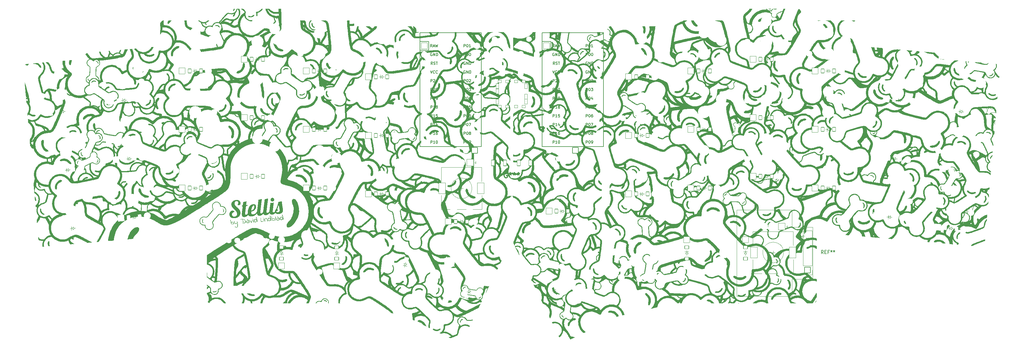
<source format=gbr>
%TF.GenerationSoftware,KiCad,Pcbnew,(6.0.6)*%
%TF.CreationDate,2022-07-17T13:12:23+02:00*%
%TF.ProjectId,main_wired,6d61696e-5f77-4697-9265-642e6b696361,v1.0.0*%
%TF.SameCoordinates,Original*%
%TF.FileFunction,Legend,Top*%
%TF.FilePolarity,Positive*%
%FSLAX46Y46*%
G04 Gerber Fmt 4.6, Leading zero omitted, Abs format (unit mm)*
G04 Created by KiCad (PCBNEW (6.0.6)) date 2022-07-17 13:12:23*
%MOMM*%
%LPD*%
G01*
G04 APERTURE LIST*
G04 Aperture macros list*
%AMRoundRect*
0 Rectangle with rounded corners*
0 $1 Rounding radius*
0 $2 $3 $4 $5 $6 $7 $8 $9 X,Y pos of 4 corners*
0 Add a 4 corners polygon primitive as box body*
4,1,4,$2,$3,$4,$5,$6,$7,$8,$9,$2,$3,0*
0 Add four circle primitives for the rounded corners*
1,1,$1+$1,$2,$3*
1,1,$1+$1,$4,$5*
1,1,$1+$1,$6,$7*
1,1,$1+$1,$8,$9*
0 Add four rect primitives between the rounded corners*
20,1,$1+$1,$2,$3,$4,$5,0*
20,1,$1+$1,$4,$5,$6,$7,0*
20,1,$1+$1,$6,$7,$8,$9,0*
20,1,$1+$1,$8,$9,$2,$3,0*%
G04 Aperture macros list end*
%ADD10C,0.300000*%
%ADD11C,0.150000*%
%ADD12C,0.120000*%
%ADD13C,0.100000*%
%ADD14C,1.000000*%
%ADD15R,1.752600X1.752600*%
%ADD16C,1.752600*%
%ADD17C,1.100000*%
%ADD18C,3.100000*%
%ADD19C,1.801800*%
%ADD20C,3.529000*%
%ADD21RoundRect,0.050000X-0.850000X-0.850000X0.850000X-0.850000X0.850000X0.850000X-0.850000X0.850000X0*%
%ADD22O,1.800000X1.800000*%
%ADD23RoundRect,0.050000X-0.600000X0.450000X-0.600000X-0.450000X0.600000X-0.450000X0.600000X0.450000X0*%
%ADD24C,2.005000*%
%ADD25RoundRect,0.050000X-0.889000X0.889000X-0.889000X-0.889000X0.889000X-0.889000X0.889000X0.889000X0*%
%ADD26RoundRect,0.050000X-0.500000X-0.400000X0.500000X-0.400000X0.500000X0.400000X-0.500000X0.400000X0*%
%ADD27RoundRect,0.050000X-0.350000X-0.750000X0.350000X-0.750000X0.350000X0.750000X-0.350000X0.750000X0*%
%ADD28C,1.600000*%
%ADD29O,1.700000X2.300000*%
%ADD30RoundRect,0.050000X0.600000X-0.450000X0.600000X0.450000X-0.600000X0.450000X-0.600000X-0.450000X0*%
%ADD31RoundRect,0.050000X0.889000X-0.889000X0.889000X0.889000X-0.889000X0.889000X-0.889000X-0.889000X0*%
%ADD32C,1.700000*%
%ADD33RoundRect,0.050000X-0.450000X-0.600000X0.450000X-0.600000X0.450000X0.600000X-0.450000X0.600000X0*%
%ADD34RoundRect,0.050000X-0.889000X-0.889000X0.889000X-0.889000X0.889000X0.889000X-0.889000X0.889000X0*%
%ADD35RoundRect,0.050000X-1.000000X1.600000X-1.000000X-1.600000X1.000000X-1.600000X1.000000X1.600000X0*%
%ADD36RoundRect,0.050000X-1.000000X1.000000X-1.000000X-1.000000X1.000000X-1.000000X1.000000X1.000000X0*%
%ADD37C,2.100000*%
%ADD38RoundRect,0.050000X-0.500581X-0.558497X0.395994X-0.636937X0.500581X0.558497X-0.395994X0.636937X0*%
%ADD39RoundRect,0.050000X-0.963099X-0.808136X0.808136X-0.963099X0.963099X0.808136X-0.808136X0.963099X0*%
%ADD40RoundRect,0.050000X-0.685850X0.303496X-0.483394X-0.573437X0.685850X-0.303496X0.483394X0.573437X0*%
%ADD41RoundRect,0.050000X-1.066196X0.666234X-0.666234X-1.066196X1.066196X-0.666234X0.666234X1.066196X0*%
%ADD42RoundRect,0.050000X-0.395994X-0.636937X0.500581X-0.558497X0.395994X0.636937X-0.500581X0.558497X0*%
%ADD43RoundRect,0.050000X-0.808136X-0.963099X0.963099X-0.808136X0.808136X0.963099X-0.963099X0.808136X0*%
%ADD44RoundRect,0.050000X0.342009X-0.667480X0.736543X0.141435X-0.342009X0.667480X-0.736543X-0.141435X0*%
%ADD45RoundRect,0.050000X0.409316X-1.188740X1.188740X0.409316X-0.409316X1.188740X-1.188740X-0.409316X0*%
%ADD46RoundRect,0.050000X-0.450000X-0.850000X0.450000X-0.850000X0.450000X0.850000X-0.450000X0.850000X0*%
%ADD47RoundRect,0.050000X-0.876300X0.876300X-0.876300X-0.876300X0.876300X-0.876300X0.876300X0.876300X0*%
%ADD48C,1.852600*%
%ADD49RoundRect,0.050000X0.483394X-0.573437X0.685850X0.303496X-0.483394X0.573437X-0.685850X-0.303496X0*%
%ADD50RoundRect,0.050000X0.666234X-1.066196X1.066196X0.666234X-0.666234X1.066196X-1.066196X-0.666234X0*%
%ADD51RoundRect,0.050000X-0.736543X0.141435X-0.342009X-0.667480X0.736543X-0.141435X0.342009X0.667480X0*%
%ADD52RoundRect,0.050000X-1.188740X0.409316X-0.409316X-1.188740X1.188740X-0.409316X0.409316X1.188740X0*%
G04 APERTURE END LIST*
D10*
%TO.C,G\u002A\u002A\u002A*%
X212717428Y-77818000D02*
X212572285Y-77745428D01*
X212354571Y-77745428D01*
X212136857Y-77818000D01*
X211991714Y-77963142D01*
X211919142Y-78108285D01*
X211846571Y-78398571D01*
X211846571Y-78616285D01*
X211919142Y-78906571D01*
X211991714Y-79051714D01*
X212136857Y-79196857D01*
X212354571Y-79269428D01*
X212499714Y-79269428D01*
X212717428Y-79196857D01*
X212790000Y-79124285D01*
X212790000Y-78616285D01*
X212499714Y-78616285D01*
X213660857Y-77745428D02*
X213660857Y-78108285D01*
X213298000Y-77963142D02*
X213660857Y-78108285D01*
X214023714Y-77963142D01*
X213443142Y-78398571D02*
X213660857Y-78108285D01*
X213878571Y-78398571D01*
X214822000Y-77745428D02*
X214822000Y-78108285D01*
X214459142Y-77963142D02*
X214822000Y-78108285D01*
X215184857Y-77963142D01*
X214604285Y-78398571D02*
X214822000Y-78108285D01*
X215039714Y-78398571D01*
X215983142Y-77745428D02*
X215983142Y-78108285D01*
X215620285Y-77963142D02*
X215983142Y-78108285D01*
X216346000Y-77963142D01*
X215765428Y-78398571D02*
X215983142Y-78108285D01*
X216200857Y-78398571D01*
D11*
%TO.C,*%
%TO.C,REF\u002A\u002A*%
X304330223Y-101308590D02*
X303996890Y-100832400D01*
X303758795Y-101308590D02*
X303758795Y-100308590D01*
X304139747Y-100308590D01*
X304234985Y-100356210D01*
X304282604Y-100403829D01*
X304330223Y-100499067D01*
X304330223Y-100641924D01*
X304282604Y-100737162D01*
X304234985Y-100784781D01*
X304139747Y-100832400D01*
X303758795Y-100832400D01*
X304758795Y-100784781D02*
X305092128Y-100784781D01*
X305234985Y-101308590D02*
X304758795Y-101308590D01*
X304758795Y-100308590D01*
X305234985Y-100308590D01*
X305996890Y-100784781D02*
X305663557Y-100784781D01*
X305663557Y-101308590D02*
X305663557Y-100308590D01*
X306139747Y-100308590D01*
X306663557Y-100308590D02*
X306663557Y-100546686D01*
X306425461Y-100451448D02*
X306663557Y-100546686D01*
X306901652Y-100451448D01*
X306520699Y-100737162D02*
X306663557Y-100546686D01*
X306806414Y-100737162D01*
X307425461Y-100308590D02*
X307425461Y-100546686D01*
X307187366Y-100451448D02*
X307425461Y-100546686D01*
X307663557Y-100451448D01*
X307282604Y-100737162D02*
X307425461Y-100546686D01*
X307568318Y-100737162D01*
%TO.C,*%
%TO.C,MCU2*%
X235954033Y-45666210D02*
X235877842Y-45628114D01*
X235763557Y-45628114D01*
X235649271Y-45666210D01*
X235573080Y-45742400D01*
X235534985Y-45818590D01*
X235496890Y-45970971D01*
X235496890Y-46085257D01*
X235534985Y-46237638D01*
X235573080Y-46313829D01*
X235649271Y-46390019D01*
X235763557Y-46428114D01*
X235839747Y-46428114D01*
X235954033Y-46390019D01*
X235992128Y-46351924D01*
X235992128Y-46085257D01*
X235839747Y-46085257D01*
X236334985Y-46428114D02*
X236334985Y-45628114D01*
X236792128Y-46428114D01*
X236792128Y-45628114D01*
X237173080Y-46428114D02*
X237173080Y-45628114D01*
X237363557Y-45628114D01*
X237477842Y-45666210D01*
X237554033Y-45742400D01*
X237592128Y-45818590D01*
X237630223Y-45970971D01*
X237630223Y-46085257D01*
X237592128Y-46237638D01*
X237554033Y-46313829D01*
X237477842Y-46390019D01*
X237363557Y-46428114D01*
X237173080Y-46428114D01*
X225992128Y-56588114D02*
X225992128Y-55788114D01*
X226296890Y-55788114D01*
X226373080Y-55826210D01*
X226411176Y-55864305D01*
X226449271Y-55940495D01*
X226449271Y-56054781D01*
X226411176Y-56130971D01*
X226373080Y-56169067D01*
X226296890Y-56207162D01*
X225992128Y-56207162D01*
X227211176Y-56588114D02*
X226754033Y-56588114D01*
X226982604Y-56588114D02*
X226982604Y-55788114D01*
X226906414Y-55902400D01*
X226830223Y-55978590D01*
X226754033Y-56016686D01*
X227592128Y-56588114D02*
X227744509Y-56588114D01*
X227820699Y-56550019D01*
X227858795Y-56511924D01*
X227934985Y-56397638D01*
X227973080Y-56245257D01*
X227973080Y-55940495D01*
X227934985Y-55864305D01*
X227896890Y-55826210D01*
X227820699Y-55788114D01*
X227668318Y-55788114D01*
X227592128Y-55826210D01*
X227554033Y-55864305D01*
X227515937Y-55940495D01*
X227515937Y-56130971D01*
X227554033Y-56207162D01*
X227592128Y-56245257D01*
X227668318Y-56283352D01*
X227820699Y-56283352D01*
X227896890Y-56245257D01*
X227934985Y-56207162D01*
X227973080Y-56130971D01*
X235592128Y-43888114D02*
X235592128Y-43088114D01*
X235896890Y-43088114D01*
X235973080Y-43126210D01*
X236011176Y-43164305D01*
X236049271Y-43240495D01*
X236049271Y-43354781D01*
X236011176Y-43430971D01*
X235973080Y-43469067D01*
X235896890Y-43507162D01*
X235592128Y-43507162D01*
X236544509Y-43088114D02*
X236620699Y-43088114D01*
X236696890Y-43126210D01*
X236734985Y-43164305D01*
X236773080Y-43240495D01*
X236811176Y-43392876D01*
X236811176Y-43583352D01*
X236773080Y-43735733D01*
X236734985Y-43811924D01*
X236696890Y-43850019D01*
X236620699Y-43888114D01*
X236544509Y-43888114D01*
X236468318Y-43850019D01*
X236430223Y-43811924D01*
X236392128Y-43735733D01*
X236354033Y-43583352D01*
X236354033Y-43392876D01*
X236392128Y-43240495D01*
X236430223Y-43164305D01*
X236468318Y-43126210D01*
X236544509Y-43088114D01*
X237306414Y-43088114D02*
X237382604Y-43088114D01*
X237458795Y-43126210D01*
X237496890Y-43164305D01*
X237534985Y-43240495D01*
X237573080Y-43392876D01*
X237573080Y-43583352D01*
X237534985Y-43735733D01*
X237496890Y-43811924D01*
X237458795Y-43850019D01*
X237382604Y-43888114D01*
X237306414Y-43888114D01*
X237230223Y-43850019D01*
X237192128Y-43811924D01*
X237154033Y-43735733D01*
X237115937Y-43583352D01*
X237115937Y-43392876D01*
X237154033Y-43240495D01*
X237192128Y-43164305D01*
X237230223Y-43126210D01*
X237306414Y-43088114D01*
X235592128Y-61668114D02*
X235592128Y-60868114D01*
X235896890Y-60868114D01*
X235973080Y-60906210D01*
X236011176Y-60944305D01*
X236049271Y-61020495D01*
X236049271Y-61134781D01*
X236011176Y-61210971D01*
X235973080Y-61249067D01*
X235896890Y-61287162D01*
X235592128Y-61287162D01*
X236544509Y-60868114D02*
X236620699Y-60868114D01*
X236696890Y-60906210D01*
X236734985Y-60944305D01*
X236773080Y-61020495D01*
X236811176Y-61172876D01*
X236811176Y-61363352D01*
X236773080Y-61515733D01*
X236734985Y-61591924D01*
X236696890Y-61630019D01*
X236620699Y-61668114D01*
X236544509Y-61668114D01*
X236468318Y-61630019D01*
X236430223Y-61591924D01*
X236392128Y-61515733D01*
X236354033Y-61363352D01*
X236354033Y-61172876D01*
X236392128Y-61020495D01*
X236430223Y-60944305D01*
X236468318Y-60906210D01*
X236544509Y-60868114D01*
X237496890Y-60868114D02*
X237344509Y-60868114D01*
X237268318Y-60906210D01*
X237230223Y-60944305D01*
X237154033Y-61058590D01*
X237115937Y-61210971D01*
X237115937Y-61515733D01*
X237154033Y-61591924D01*
X237192128Y-61630019D01*
X237268318Y-61668114D01*
X237420699Y-61668114D01*
X237496890Y-61630019D01*
X237534985Y-61591924D01*
X237573080Y-61515733D01*
X237573080Y-61325257D01*
X237534985Y-61249067D01*
X237496890Y-61210971D01*
X237420699Y-61172876D01*
X237268318Y-61172876D01*
X237192128Y-61210971D01*
X237154033Y-61249067D01*
X237115937Y-61325257D01*
X235592128Y-64208114D02*
X235592128Y-63408114D01*
X235896890Y-63408114D01*
X235973080Y-63446210D01*
X236011176Y-63484305D01*
X236049271Y-63560495D01*
X236049271Y-63674781D01*
X236011176Y-63750971D01*
X235973080Y-63789067D01*
X235896890Y-63827162D01*
X235592128Y-63827162D01*
X236544509Y-63408114D02*
X236620699Y-63408114D01*
X236696890Y-63446210D01*
X236734985Y-63484305D01*
X236773080Y-63560495D01*
X236811176Y-63712876D01*
X236811176Y-63903352D01*
X236773080Y-64055733D01*
X236734985Y-64131924D01*
X236696890Y-64170019D01*
X236620699Y-64208114D01*
X236544509Y-64208114D01*
X236468318Y-64170019D01*
X236430223Y-64131924D01*
X236392128Y-64055733D01*
X236354033Y-63903352D01*
X236354033Y-63712876D01*
X236392128Y-63560495D01*
X236430223Y-63484305D01*
X236468318Y-63446210D01*
X236544509Y-63408114D01*
X237077842Y-63408114D02*
X237611176Y-63408114D01*
X237268318Y-64208114D01*
X235592128Y-51508114D02*
X235592128Y-50708114D01*
X235896890Y-50708114D01*
X235973080Y-50746210D01*
X236011176Y-50784305D01*
X236049271Y-50860495D01*
X236049271Y-50974781D01*
X236011176Y-51050971D01*
X235973080Y-51089067D01*
X235896890Y-51127162D01*
X235592128Y-51127162D01*
X236544509Y-50708114D02*
X236620699Y-50708114D01*
X236696890Y-50746210D01*
X236734985Y-50784305D01*
X236773080Y-50860495D01*
X236811176Y-51012876D01*
X236811176Y-51203352D01*
X236773080Y-51355733D01*
X236734985Y-51431924D01*
X236696890Y-51470019D01*
X236620699Y-51508114D01*
X236544509Y-51508114D01*
X236468318Y-51470019D01*
X236430223Y-51431924D01*
X236392128Y-51355733D01*
X236354033Y-51203352D01*
X236354033Y-51012876D01*
X236392128Y-50860495D01*
X236430223Y-50784305D01*
X236468318Y-50746210D01*
X236544509Y-50708114D01*
X237115937Y-50784305D02*
X237154033Y-50746210D01*
X237230223Y-50708114D01*
X237420699Y-50708114D01*
X237496890Y-50746210D01*
X237534985Y-50784305D01*
X237573080Y-50860495D01*
X237573080Y-50936686D01*
X237534985Y-51050971D01*
X237077842Y-51508114D01*
X237573080Y-51508114D01*
X235592128Y-41348114D02*
X235592128Y-40548114D01*
X235896890Y-40548114D01*
X235973080Y-40586210D01*
X236011176Y-40624305D01*
X236049271Y-40700495D01*
X236049271Y-40814781D01*
X236011176Y-40890971D01*
X235973080Y-40929067D01*
X235896890Y-40967162D01*
X235592128Y-40967162D01*
X236544509Y-40548114D02*
X236620699Y-40548114D01*
X236696890Y-40586210D01*
X236734985Y-40624305D01*
X236773080Y-40700495D01*
X236811176Y-40852876D01*
X236811176Y-41043352D01*
X236773080Y-41195733D01*
X236734985Y-41271924D01*
X236696890Y-41310019D01*
X236620699Y-41348114D01*
X236544509Y-41348114D01*
X236468318Y-41310019D01*
X236430223Y-41271924D01*
X236392128Y-41195733D01*
X236354033Y-41043352D01*
X236354033Y-40852876D01*
X236392128Y-40700495D01*
X236430223Y-40624305D01*
X236468318Y-40586210D01*
X236544509Y-40548114D01*
X237573080Y-41348114D02*
X237115937Y-41348114D01*
X237344509Y-41348114D02*
X237344509Y-40548114D01*
X237268318Y-40662400D01*
X237192128Y-40738590D01*
X237115937Y-40776686D01*
X225896890Y-48168114D02*
X226163557Y-48968114D01*
X226430223Y-48168114D01*
X227154033Y-48891924D02*
X227115937Y-48930019D01*
X227001652Y-48968114D01*
X226925461Y-48968114D01*
X226811176Y-48930019D01*
X226734985Y-48853829D01*
X226696890Y-48777638D01*
X226658795Y-48625257D01*
X226658795Y-48510971D01*
X226696890Y-48358590D01*
X226734985Y-48282400D01*
X226811176Y-48206210D01*
X226925461Y-48168114D01*
X227001652Y-48168114D01*
X227115937Y-48206210D01*
X227154033Y-48244305D01*
X227954033Y-48891924D02*
X227915937Y-48930019D01*
X227801652Y-48968114D01*
X227725461Y-48968114D01*
X227611176Y-48930019D01*
X227534985Y-48853829D01*
X227496890Y-48777638D01*
X227458795Y-48625257D01*
X227458795Y-48510971D01*
X227496890Y-48358590D01*
X227534985Y-48282400D01*
X227611176Y-48206210D01*
X227725461Y-48168114D01*
X227801652Y-48168114D01*
X227915937Y-48206210D01*
X227954033Y-48244305D01*
X235954033Y-48206210D02*
X235877842Y-48168114D01*
X235763557Y-48168114D01*
X235649271Y-48206210D01*
X235573080Y-48282400D01*
X235534985Y-48358590D01*
X235496890Y-48510971D01*
X235496890Y-48625257D01*
X235534985Y-48777638D01*
X235573080Y-48853829D01*
X235649271Y-48930019D01*
X235763557Y-48968114D01*
X235839747Y-48968114D01*
X235954033Y-48930019D01*
X235992128Y-48891924D01*
X235992128Y-48625257D01*
X235839747Y-48625257D01*
X236334985Y-48968114D02*
X236334985Y-48168114D01*
X236792128Y-48968114D01*
X236792128Y-48168114D01*
X237173080Y-48968114D02*
X237173080Y-48168114D01*
X237363557Y-48168114D01*
X237477842Y-48206210D01*
X237554033Y-48282400D01*
X237592128Y-48358590D01*
X237630223Y-48510971D01*
X237630223Y-48625257D01*
X237592128Y-48777638D01*
X237554033Y-48853829D01*
X237477842Y-48930019D01*
X237363557Y-48968114D01*
X237173080Y-48968114D01*
X235592128Y-54048114D02*
X235592128Y-53248114D01*
X235896890Y-53248114D01*
X235973080Y-53286210D01*
X236011176Y-53324305D01*
X236049271Y-53400495D01*
X236049271Y-53514781D01*
X236011176Y-53590971D01*
X235973080Y-53629067D01*
X235896890Y-53667162D01*
X235592128Y-53667162D01*
X236544509Y-53248114D02*
X236620699Y-53248114D01*
X236696890Y-53286210D01*
X236734985Y-53324305D01*
X236773080Y-53400495D01*
X236811176Y-53552876D01*
X236811176Y-53743352D01*
X236773080Y-53895733D01*
X236734985Y-53971924D01*
X236696890Y-54010019D01*
X236620699Y-54048114D01*
X236544509Y-54048114D01*
X236468318Y-54010019D01*
X236430223Y-53971924D01*
X236392128Y-53895733D01*
X236354033Y-53743352D01*
X236354033Y-53552876D01*
X236392128Y-53400495D01*
X236430223Y-53324305D01*
X236468318Y-53286210D01*
X236544509Y-53248114D01*
X237077842Y-53248114D02*
X237573080Y-53248114D01*
X237306414Y-53552876D01*
X237420699Y-53552876D01*
X237496890Y-53590971D01*
X237534985Y-53629067D01*
X237573080Y-53705257D01*
X237573080Y-53895733D01*
X237534985Y-53971924D01*
X237496890Y-54010019D01*
X237420699Y-54048114D01*
X237192128Y-54048114D01*
X237115937Y-54010019D01*
X237077842Y-53971924D01*
X225992128Y-54048114D02*
X225992128Y-53248114D01*
X226296890Y-53248114D01*
X226373080Y-53286210D01*
X226411176Y-53324305D01*
X226449271Y-53400495D01*
X226449271Y-53514781D01*
X226411176Y-53590971D01*
X226373080Y-53629067D01*
X226296890Y-53667162D01*
X225992128Y-53667162D01*
X226754033Y-53324305D02*
X226792128Y-53286210D01*
X226868318Y-53248114D01*
X227058795Y-53248114D01*
X227134985Y-53286210D01*
X227173080Y-53324305D01*
X227211176Y-53400495D01*
X227211176Y-53476686D01*
X227173080Y-53590971D01*
X226715937Y-54048114D01*
X227211176Y-54048114D01*
X227706414Y-53248114D02*
X227782604Y-53248114D01*
X227858795Y-53286210D01*
X227896890Y-53324305D01*
X227934985Y-53400495D01*
X227973080Y-53552876D01*
X227973080Y-53743352D01*
X227934985Y-53895733D01*
X227896890Y-53971924D01*
X227858795Y-54010019D01*
X227782604Y-54048114D01*
X227706414Y-54048114D01*
X227630223Y-54010019D01*
X227592128Y-53971924D01*
X227554033Y-53895733D01*
X227515937Y-53743352D01*
X227515937Y-53552876D01*
X227554033Y-53400495D01*
X227592128Y-53324305D01*
X227630223Y-53286210D01*
X227706414Y-53248114D01*
X235592128Y-56588114D02*
X235592128Y-55788114D01*
X235896890Y-55788114D01*
X235973080Y-55826210D01*
X236011176Y-55864305D01*
X236049271Y-55940495D01*
X236049271Y-56054781D01*
X236011176Y-56130971D01*
X235973080Y-56169067D01*
X235896890Y-56207162D01*
X235592128Y-56207162D01*
X236544509Y-55788114D02*
X236620699Y-55788114D01*
X236696890Y-55826210D01*
X236734985Y-55864305D01*
X236773080Y-55940495D01*
X236811176Y-56092876D01*
X236811176Y-56283352D01*
X236773080Y-56435733D01*
X236734985Y-56511924D01*
X236696890Y-56550019D01*
X236620699Y-56588114D01*
X236544509Y-56588114D01*
X236468318Y-56550019D01*
X236430223Y-56511924D01*
X236392128Y-56435733D01*
X236354033Y-56283352D01*
X236354033Y-56092876D01*
X236392128Y-55940495D01*
X236430223Y-55864305D01*
X236468318Y-55826210D01*
X236544509Y-55788114D01*
X237496890Y-56054781D02*
X237496890Y-56588114D01*
X237306414Y-55750019D02*
X237115937Y-56321448D01*
X237611176Y-56321448D01*
X226354033Y-43126210D02*
X226277842Y-43088114D01*
X226163557Y-43088114D01*
X226049271Y-43126210D01*
X225973080Y-43202400D01*
X225934985Y-43278590D01*
X225896890Y-43430971D01*
X225896890Y-43545257D01*
X225934985Y-43697638D01*
X225973080Y-43773829D01*
X226049271Y-43850019D01*
X226163557Y-43888114D01*
X226239747Y-43888114D01*
X226354033Y-43850019D01*
X226392128Y-43811924D01*
X226392128Y-43545257D01*
X226239747Y-43545257D01*
X226734985Y-43888114D02*
X226734985Y-43088114D01*
X227192128Y-43888114D01*
X227192128Y-43088114D01*
X227573080Y-43888114D02*
X227573080Y-43088114D01*
X227763557Y-43088114D01*
X227877842Y-43126210D01*
X227954033Y-43202400D01*
X227992128Y-43278590D01*
X228030223Y-43430971D01*
X228030223Y-43545257D01*
X227992128Y-43697638D01*
X227954033Y-43773829D01*
X227877842Y-43850019D01*
X227763557Y-43888114D01*
X227573080Y-43888114D01*
X225992128Y-66748114D02*
X225992128Y-65948114D01*
X226296890Y-65948114D01*
X226373080Y-65986210D01*
X226411176Y-66024305D01*
X226449271Y-66100495D01*
X226449271Y-66214781D01*
X226411176Y-66290971D01*
X226373080Y-66329067D01*
X226296890Y-66367162D01*
X225992128Y-66367162D01*
X227211176Y-66748114D02*
X226754033Y-66748114D01*
X226982604Y-66748114D02*
X226982604Y-65948114D01*
X226906414Y-66062400D01*
X226830223Y-66138590D01*
X226754033Y-66176686D01*
X227896890Y-65948114D02*
X227744509Y-65948114D01*
X227668318Y-65986210D01*
X227630223Y-66024305D01*
X227554033Y-66138590D01*
X227515937Y-66290971D01*
X227515937Y-66595733D01*
X227554033Y-66671924D01*
X227592128Y-66710019D01*
X227668318Y-66748114D01*
X227820699Y-66748114D01*
X227896890Y-66710019D01*
X227934985Y-66671924D01*
X227973080Y-66595733D01*
X227973080Y-66405257D01*
X227934985Y-66329067D01*
X227896890Y-66290971D01*
X227820699Y-66252876D01*
X227668318Y-66252876D01*
X227592128Y-66290971D01*
X227554033Y-66329067D01*
X227515937Y-66405257D01*
X225992128Y-64208114D02*
X225992128Y-63408114D01*
X226296890Y-63408114D01*
X226373080Y-63446210D01*
X226411176Y-63484305D01*
X226449271Y-63560495D01*
X226449271Y-63674781D01*
X226411176Y-63750971D01*
X226373080Y-63789067D01*
X226296890Y-63827162D01*
X225992128Y-63827162D01*
X227211176Y-64208114D02*
X226754033Y-64208114D01*
X226982604Y-64208114D02*
X226982604Y-63408114D01*
X226906414Y-63522400D01*
X226830223Y-63598590D01*
X226754033Y-63636686D01*
X227896890Y-63674781D02*
X227896890Y-64208114D01*
X227706414Y-63370019D02*
X227515937Y-63941448D01*
X228011176Y-63941448D01*
X225992128Y-51508114D02*
X225992128Y-50708114D01*
X226296890Y-50708114D01*
X226373080Y-50746210D01*
X226411176Y-50784305D01*
X226449271Y-50860495D01*
X226449271Y-50974781D01*
X226411176Y-51050971D01*
X226373080Y-51089067D01*
X226296890Y-51127162D01*
X225992128Y-51127162D01*
X226754033Y-50784305D02*
X226792128Y-50746210D01*
X226868318Y-50708114D01*
X227058795Y-50708114D01*
X227134985Y-50746210D01*
X227173080Y-50784305D01*
X227211176Y-50860495D01*
X227211176Y-50936686D01*
X227173080Y-51050971D01*
X226715937Y-51508114D01*
X227211176Y-51508114D01*
X227973080Y-51508114D02*
X227515937Y-51508114D01*
X227744509Y-51508114D02*
X227744509Y-50708114D01*
X227668318Y-50822400D01*
X227592128Y-50898590D01*
X227515937Y-50936686D01*
X235592128Y-69288114D02*
X235592128Y-68488114D01*
X235896890Y-68488114D01*
X235973080Y-68526210D01*
X236011176Y-68564305D01*
X236049271Y-68640495D01*
X236049271Y-68754781D01*
X236011176Y-68830971D01*
X235973080Y-68869067D01*
X235896890Y-68907162D01*
X235592128Y-68907162D01*
X236544509Y-68488114D02*
X236620699Y-68488114D01*
X236696890Y-68526210D01*
X236734985Y-68564305D01*
X236773080Y-68640495D01*
X236811176Y-68792876D01*
X236811176Y-68983352D01*
X236773080Y-69135733D01*
X236734985Y-69211924D01*
X236696890Y-69250019D01*
X236620699Y-69288114D01*
X236544509Y-69288114D01*
X236468318Y-69250019D01*
X236430223Y-69211924D01*
X236392128Y-69135733D01*
X236354033Y-68983352D01*
X236354033Y-68792876D01*
X236392128Y-68640495D01*
X236430223Y-68564305D01*
X236468318Y-68526210D01*
X236544509Y-68488114D01*
X237192128Y-69288114D02*
X237344509Y-69288114D01*
X237420699Y-69250019D01*
X237458795Y-69211924D01*
X237534985Y-69097638D01*
X237573080Y-68945257D01*
X237573080Y-68640495D01*
X237534985Y-68564305D01*
X237496890Y-68526210D01*
X237420699Y-68488114D01*
X237268318Y-68488114D01*
X237192128Y-68526210D01*
X237154033Y-68564305D01*
X237115937Y-68640495D01*
X237115937Y-68830971D01*
X237154033Y-68907162D01*
X237192128Y-68945257D01*
X237268318Y-68983352D01*
X237420699Y-68983352D01*
X237496890Y-68945257D01*
X237534985Y-68907162D01*
X237573080Y-68830971D01*
X235592128Y-66748114D02*
X235592128Y-65948114D01*
X235896890Y-65948114D01*
X235973080Y-65986210D01*
X236011176Y-66024305D01*
X236049271Y-66100495D01*
X236049271Y-66214781D01*
X236011176Y-66290971D01*
X235973080Y-66329067D01*
X235896890Y-66367162D01*
X235592128Y-66367162D01*
X236544509Y-65948114D02*
X236620699Y-65948114D01*
X236696890Y-65986210D01*
X236734985Y-66024305D01*
X236773080Y-66100495D01*
X236811176Y-66252876D01*
X236811176Y-66443352D01*
X236773080Y-66595733D01*
X236734985Y-66671924D01*
X236696890Y-66710019D01*
X236620699Y-66748114D01*
X236544509Y-66748114D01*
X236468318Y-66710019D01*
X236430223Y-66671924D01*
X236392128Y-66595733D01*
X236354033Y-66443352D01*
X236354033Y-66252876D01*
X236392128Y-66100495D01*
X236430223Y-66024305D01*
X236468318Y-65986210D01*
X236544509Y-65948114D01*
X237268318Y-66290971D02*
X237192128Y-66252876D01*
X237154033Y-66214781D01*
X237115937Y-66138590D01*
X237115937Y-66100495D01*
X237154033Y-66024305D01*
X237192128Y-65986210D01*
X237268318Y-65948114D01*
X237420699Y-65948114D01*
X237496890Y-65986210D01*
X237534985Y-66024305D01*
X237573080Y-66100495D01*
X237573080Y-66138590D01*
X237534985Y-66214781D01*
X237496890Y-66252876D01*
X237420699Y-66290971D01*
X237268318Y-66290971D01*
X237192128Y-66329067D01*
X237154033Y-66367162D01*
X237115937Y-66443352D01*
X237115937Y-66595733D01*
X237154033Y-66671924D01*
X237192128Y-66710019D01*
X237268318Y-66748114D01*
X237420699Y-66748114D01*
X237496890Y-66710019D01*
X237534985Y-66671924D01*
X237573080Y-66595733D01*
X237573080Y-66443352D01*
X237534985Y-66367162D01*
X237496890Y-66329067D01*
X237420699Y-66290971D01*
X225992128Y-61668114D02*
X225992128Y-60868114D01*
X226296890Y-60868114D01*
X226373080Y-60906210D01*
X226411176Y-60944305D01*
X226449271Y-61020495D01*
X226449271Y-61134781D01*
X226411176Y-61210971D01*
X226373080Y-61249067D01*
X226296890Y-61287162D01*
X225992128Y-61287162D01*
X227211176Y-61668114D02*
X226754033Y-61668114D01*
X226982604Y-61668114D02*
X226982604Y-60868114D01*
X226906414Y-60982400D01*
X226830223Y-61058590D01*
X226754033Y-61096686D01*
X227934985Y-60868114D02*
X227554033Y-60868114D01*
X227515937Y-61249067D01*
X227554033Y-61210971D01*
X227630223Y-61172876D01*
X227820699Y-61172876D01*
X227896890Y-61210971D01*
X227934985Y-61249067D01*
X227973080Y-61325257D01*
X227973080Y-61515733D01*
X227934985Y-61591924D01*
X227896890Y-61630019D01*
X227820699Y-61668114D01*
X227630223Y-61668114D01*
X227554033Y-61630019D01*
X227515937Y-61591924D01*
X226411176Y-41348114D02*
X226144509Y-40967162D01*
X225954033Y-41348114D02*
X225954033Y-40548114D01*
X226258795Y-40548114D01*
X226334985Y-40586210D01*
X226373080Y-40624305D01*
X226411176Y-40700495D01*
X226411176Y-40814781D01*
X226373080Y-40890971D01*
X226334985Y-40929067D01*
X226258795Y-40967162D01*
X225954033Y-40967162D01*
X226715937Y-41119543D02*
X227096890Y-41119543D01*
X226639747Y-41348114D02*
X226906414Y-40548114D01*
X227173080Y-41348114D01*
X227363557Y-40548114D02*
X227554033Y-41348114D01*
X227706414Y-40776686D01*
X227858795Y-41348114D01*
X228049271Y-40548114D01*
X225992128Y-59128114D02*
X225992128Y-58328114D01*
X226296890Y-58328114D01*
X226373080Y-58366210D01*
X226411176Y-58404305D01*
X226449271Y-58480495D01*
X226449271Y-58594781D01*
X226411176Y-58670971D01*
X226373080Y-58709067D01*
X226296890Y-58747162D01*
X225992128Y-58747162D01*
X227211176Y-59128114D02*
X226754033Y-59128114D01*
X226982604Y-59128114D02*
X226982604Y-58328114D01*
X226906414Y-58442400D01*
X226830223Y-58518590D01*
X226754033Y-58556686D01*
X227668318Y-58670971D02*
X227592128Y-58632876D01*
X227554033Y-58594781D01*
X227515937Y-58518590D01*
X227515937Y-58480495D01*
X227554033Y-58404305D01*
X227592128Y-58366210D01*
X227668318Y-58328114D01*
X227820699Y-58328114D01*
X227896890Y-58366210D01*
X227934985Y-58404305D01*
X227973080Y-58480495D01*
X227973080Y-58518590D01*
X227934985Y-58594781D01*
X227896890Y-58632876D01*
X227820699Y-58670971D01*
X227668318Y-58670971D01*
X227592128Y-58709067D01*
X227554033Y-58747162D01*
X227515937Y-58823352D01*
X227515937Y-58975733D01*
X227554033Y-59051924D01*
X227592128Y-59090019D01*
X227668318Y-59128114D01*
X227820699Y-59128114D01*
X227896890Y-59090019D01*
X227934985Y-59051924D01*
X227973080Y-58975733D01*
X227973080Y-58823352D01*
X227934985Y-58747162D01*
X227896890Y-58709067D01*
X227820699Y-58670971D01*
X225992128Y-69288114D02*
X225992128Y-68488114D01*
X226296890Y-68488114D01*
X226373080Y-68526210D01*
X226411176Y-68564305D01*
X226449271Y-68640495D01*
X226449271Y-68754781D01*
X226411176Y-68830971D01*
X226373080Y-68869067D01*
X226296890Y-68907162D01*
X225992128Y-68907162D01*
X227211176Y-69288114D02*
X226754033Y-69288114D01*
X226982604Y-69288114D02*
X226982604Y-68488114D01*
X226906414Y-68602400D01*
X226830223Y-68678590D01*
X226754033Y-68716686D01*
X227706414Y-68488114D02*
X227782604Y-68488114D01*
X227858795Y-68526210D01*
X227896890Y-68564305D01*
X227934985Y-68640495D01*
X227973080Y-68792876D01*
X227973080Y-68983352D01*
X227934985Y-69135733D01*
X227896890Y-69211924D01*
X227858795Y-69250019D01*
X227782604Y-69288114D01*
X227706414Y-69288114D01*
X227630223Y-69250019D01*
X227592128Y-69211924D01*
X227554033Y-69135733D01*
X227515937Y-68983352D01*
X227515937Y-68792876D01*
X227554033Y-68640495D01*
X227592128Y-68564305D01*
X227630223Y-68526210D01*
X227706414Y-68488114D01*
X235592128Y-59128114D02*
X235592128Y-58328114D01*
X235896890Y-58328114D01*
X235973080Y-58366210D01*
X236011176Y-58404305D01*
X236049271Y-58480495D01*
X236049271Y-58594781D01*
X236011176Y-58670971D01*
X235973080Y-58709067D01*
X235896890Y-58747162D01*
X235592128Y-58747162D01*
X236544509Y-58328114D02*
X236620699Y-58328114D01*
X236696890Y-58366210D01*
X236734985Y-58404305D01*
X236773080Y-58480495D01*
X236811176Y-58632876D01*
X236811176Y-58823352D01*
X236773080Y-58975733D01*
X236734985Y-59051924D01*
X236696890Y-59090019D01*
X236620699Y-59128114D01*
X236544509Y-59128114D01*
X236468318Y-59090019D01*
X236430223Y-59051924D01*
X236392128Y-58975733D01*
X236354033Y-58823352D01*
X236354033Y-58632876D01*
X236392128Y-58480495D01*
X236430223Y-58404305D01*
X236468318Y-58366210D01*
X236544509Y-58328114D01*
X237534985Y-58328114D02*
X237154033Y-58328114D01*
X237115937Y-58709067D01*
X237154033Y-58670971D01*
X237230223Y-58632876D01*
X237420699Y-58632876D01*
X237496890Y-58670971D01*
X237534985Y-58709067D01*
X237573080Y-58785257D01*
X237573080Y-58975733D01*
X237534985Y-59051924D01*
X237496890Y-59090019D01*
X237420699Y-59128114D01*
X237230223Y-59128114D01*
X237154033Y-59090019D01*
X237115937Y-59051924D01*
X226525461Y-46428114D02*
X226258795Y-46047162D01*
X226068318Y-46428114D02*
X226068318Y-45628114D01*
X226373080Y-45628114D01*
X226449271Y-45666210D01*
X226487366Y-45704305D01*
X226525461Y-45780495D01*
X226525461Y-45894781D01*
X226487366Y-45970971D01*
X226449271Y-46009067D01*
X226373080Y-46047162D01*
X226068318Y-46047162D01*
X226830223Y-46390019D02*
X226944509Y-46428114D01*
X227134985Y-46428114D01*
X227211176Y-46390019D01*
X227249271Y-46351924D01*
X227287366Y-46275733D01*
X227287366Y-46199543D01*
X227249271Y-46123352D01*
X227211176Y-46085257D01*
X227134985Y-46047162D01*
X226982604Y-46009067D01*
X226906414Y-45970971D01*
X226868318Y-45932876D01*
X226830223Y-45856686D01*
X226830223Y-45780495D01*
X226868318Y-45704305D01*
X226906414Y-45666210D01*
X226982604Y-45628114D01*
X227173080Y-45628114D01*
X227287366Y-45666210D01*
X227515937Y-45628114D02*
X227973080Y-45628114D01*
X227744509Y-46428114D02*
X227744509Y-45628114D01*
%TO.C,MCU1*%
X191011176Y-41348114D02*
X190744509Y-40967162D01*
X190554033Y-41348114D02*
X190554033Y-40548114D01*
X190858795Y-40548114D01*
X190934985Y-40586210D01*
X190973080Y-40624305D01*
X191011176Y-40700495D01*
X191011176Y-40814781D01*
X190973080Y-40890971D01*
X190934985Y-40929067D01*
X190858795Y-40967162D01*
X190554033Y-40967162D01*
X191315937Y-41119543D02*
X191696890Y-41119543D01*
X191239747Y-41348114D02*
X191506414Y-40548114D01*
X191773080Y-41348114D01*
X191963557Y-40548114D02*
X192154033Y-41348114D01*
X192306414Y-40776686D01*
X192458795Y-41348114D01*
X192649271Y-40548114D01*
X200192128Y-51508114D02*
X200192128Y-50708114D01*
X200496890Y-50708114D01*
X200573080Y-50746210D01*
X200611176Y-50784305D01*
X200649271Y-50860495D01*
X200649271Y-50974781D01*
X200611176Y-51050971D01*
X200573080Y-51089067D01*
X200496890Y-51127162D01*
X200192128Y-51127162D01*
X201144509Y-50708114D02*
X201220699Y-50708114D01*
X201296890Y-50746210D01*
X201334985Y-50784305D01*
X201373080Y-50860495D01*
X201411176Y-51012876D01*
X201411176Y-51203352D01*
X201373080Y-51355733D01*
X201334985Y-51431924D01*
X201296890Y-51470019D01*
X201220699Y-51508114D01*
X201144509Y-51508114D01*
X201068318Y-51470019D01*
X201030223Y-51431924D01*
X200992128Y-51355733D01*
X200954033Y-51203352D01*
X200954033Y-51012876D01*
X200992128Y-50860495D01*
X201030223Y-50784305D01*
X201068318Y-50746210D01*
X201144509Y-50708114D01*
X201715937Y-50784305D02*
X201754033Y-50746210D01*
X201830223Y-50708114D01*
X202020699Y-50708114D01*
X202096890Y-50746210D01*
X202134985Y-50784305D01*
X202173080Y-50860495D01*
X202173080Y-50936686D01*
X202134985Y-51050971D01*
X201677842Y-51508114D01*
X202173080Y-51508114D01*
X200192128Y-61668114D02*
X200192128Y-60868114D01*
X200496890Y-60868114D01*
X200573080Y-60906210D01*
X200611176Y-60944305D01*
X200649271Y-61020495D01*
X200649271Y-61134781D01*
X200611176Y-61210971D01*
X200573080Y-61249067D01*
X200496890Y-61287162D01*
X200192128Y-61287162D01*
X201144509Y-60868114D02*
X201220699Y-60868114D01*
X201296890Y-60906210D01*
X201334985Y-60944305D01*
X201373080Y-61020495D01*
X201411176Y-61172876D01*
X201411176Y-61363352D01*
X201373080Y-61515733D01*
X201334985Y-61591924D01*
X201296890Y-61630019D01*
X201220699Y-61668114D01*
X201144509Y-61668114D01*
X201068318Y-61630019D01*
X201030223Y-61591924D01*
X200992128Y-61515733D01*
X200954033Y-61363352D01*
X200954033Y-61172876D01*
X200992128Y-61020495D01*
X201030223Y-60944305D01*
X201068318Y-60906210D01*
X201144509Y-60868114D01*
X202096890Y-60868114D02*
X201944509Y-60868114D01*
X201868318Y-60906210D01*
X201830223Y-60944305D01*
X201754033Y-61058590D01*
X201715937Y-61210971D01*
X201715937Y-61515733D01*
X201754033Y-61591924D01*
X201792128Y-61630019D01*
X201868318Y-61668114D01*
X202020699Y-61668114D01*
X202096890Y-61630019D01*
X202134985Y-61591924D01*
X202173080Y-61515733D01*
X202173080Y-61325257D01*
X202134985Y-61249067D01*
X202096890Y-61210971D01*
X202020699Y-61172876D01*
X201868318Y-61172876D01*
X201792128Y-61210971D01*
X201754033Y-61249067D01*
X201715937Y-61325257D01*
X190592128Y-69288114D02*
X190592128Y-68488114D01*
X190896890Y-68488114D01*
X190973080Y-68526210D01*
X191011176Y-68564305D01*
X191049271Y-68640495D01*
X191049271Y-68754781D01*
X191011176Y-68830971D01*
X190973080Y-68869067D01*
X190896890Y-68907162D01*
X190592128Y-68907162D01*
X191811176Y-69288114D02*
X191354033Y-69288114D01*
X191582604Y-69288114D02*
X191582604Y-68488114D01*
X191506414Y-68602400D01*
X191430223Y-68678590D01*
X191354033Y-68716686D01*
X192306414Y-68488114D02*
X192382604Y-68488114D01*
X192458795Y-68526210D01*
X192496890Y-68564305D01*
X192534985Y-68640495D01*
X192573080Y-68792876D01*
X192573080Y-68983352D01*
X192534985Y-69135733D01*
X192496890Y-69211924D01*
X192458795Y-69250019D01*
X192382604Y-69288114D01*
X192306414Y-69288114D01*
X192230223Y-69250019D01*
X192192128Y-69211924D01*
X192154033Y-69135733D01*
X192115937Y-68983352D01*
X192115937Y-68792876D01*
X192154033Y-68640495D01*
X192192128Y-68564305D01*
X192230223Y-68526210D01*
X192306414Y-68488114D01*
X190496890Y-48168114D02*
X190763557Y-48968114D01*
X191030223Y-48168114D01*
X191754033Y-48891924D02*
X191715937Y-48930019D01*
X191601652Y-48968114D01*
X191525461Y-48968114D01*
X191411176Y-48930019D01*
X191334985Y-48853829D01*
X191296890Y-48777638D01*
X191258795Y-48625257D01*
X191258795Y-48510971D01*
X191296890Y-48358590D01*
X191334985Y-48282400D01*
X191411176Y-48206210D01*
X191525461Y-48168114D01*
X191601652Y-48168114D01*
X191715937Y-48206210D01*
X191754033Y-48244305D01*
X192554033Y-48891924D02*
X192515937Y-48930019D01*
X192401652Y-48968114D01*
X192325461Y-48968114D01*
X192211176Y-48930019D01*
X192134985Y-48853829D01*
X192096890Y-48777638D01*
X192058795Y-48625257D01*
X192058795Y-48510971D01*
X192096890Y-48358590D01*
X192134985Y-48282400D01*
X192211176Y-48206210D01*
X192325461Y-48168114D01*
X192401652Y-48168114D01*
X192515937Y-48206210D01*
X192554033Y-48244305D01*
X200192128Y-41348114D02*
X200192128Y-40548114D01*
X200496890Y-40548114D01*
X200573080Y-40586210D01*
X200611176Y-40624305D01*
X200649271Y-40700495D01*
X200649271Y-40814781D01*
X200611176Y-40890971D01*
X200573080Y-40929067D01*
X200496890Y-40967162D01*
X200192128Y-40967162D01*
X201144509Y-40548114D02*
X201220699Y-40548114D01*
X201296890Y-40586210D01*
X201334985Y-40624305D01*
X201373080Y-40700495D01*
X201411176Y-40852876D01*
X201411176Y-41043352D01*
X201373080Y-41195733D01*
X201334985Y-41271924D01*
X201296890Y-41310019D01*
X201220699Y-41348114D01*
X201144509Y-41348114D01*
X201068318Y-41310019D01*
X201030223Y-41271924D01*
X200992128Y-41195733D01*
X200954033Y-41043352D01*
X200954033Y-40852876D01*
X200992128Y-40700495D01*
X201030223Y-40624305D01*
X201068318Y-40586210D01*
X201144509Y-40548114D01*
X202173080Y-41348114D02*
X201715937Y-41348114D01*
X201944509Y-41348114D02*
X201944509Y-40548114D01*
X201868318Y-40662400D01*
X201792128Y-40738590D01*
X201715937Y-40776686D01*
X200192128Y-43888114D02*
X200192128Y-43088114D01*
X200496890Y-43088114D01*
X200573080Y-43126210D01*
X200611176Y-43164305D01*
X200649271Y-43240495D01*
X200649271Y-43354781D01*
X200611176Y-43430971D01*
X200573080Y-43469067D01*
X200496890Y-43507162D01*
X200192128Y-43507162D01*
X201144509Y-43088114D02*
X201220699Y-43088114D01*
X201296890Y-43126210D01*
X201334985Y-43164305D01*
X201373080Y-43240495D01*
X201411176Y-43392876D01*
X201411176Y-43583352D01*
X201373080Y-43735733D01*
X201334985Y-43811924D01*
X201296890Y-43850019D01*
X201220699Y-43888114D01*
X201144509Y-43888114D01*
X201068318Y-43850019D01*
X201030223Y-43811924D01*
X200992128Y-43735733D01*
X200954033Y-43583352D01*
X200954033Y-43392876D01*
X200992128Y-43240495D01*
X201030223Y-43164305D01*
X201068318Y-43126210D01*
X201144509Y-43088114D01*
X201906414Y-43088114D02*
X201982604Y-43088114D01*
X202058795Y-43126210D01*
X202096890Y-43164305D01*
X202134985Y-43240495D01*
X202173080Y-43392876D01*
X202173080Y-43583352D01*
X202134985Y-43735733D01*
X202096890Y-43811924D01*
X202058795Y-43850019D01*
X201982604Y-43888114D01*
X201906414Y-43888114D01*
X201830223Y-43850019D01*
X201792128Y-43811924D01*
X201754033Y-43735733D01*
X201715937Y-43583352D01*
X201715937Y-43392876D01*
X201754033Y-43240495D01*
X201792128Y-43164305D01*
X201830223Y-43126210D01*
X201906414Y-43088114D01*
X190592128Y-59128114D02*
X190592128Y-58328114D01*
X190896890Y-58328114D01*
X190973080Y-58366210D01*
X191011176Y-58404305D01*
X191049271Y-58480495D01*
X191049271Y-58594781D01*
X191011176Y-58670971D01*
X190973080Y-58709067D01*
X190896890Y-58747162D01*
X190592128Y-58747162D01*
X191811176Y-59128114D02*
X191354033Y-59128114D01*
X191582604Y-59128114D02*
X191582604Y-58328114D01*
X191506414Y-58442400D01*
X191430223Y-58518590D01*
X191354033Y-58556686D01*
X192268318Y-58670971D02*
X192192128Y-58632876D01*
X192154033Y-58594781D01*
X192115937Y-58518590D01*
X192115937Y-58480495D01*
X192154033Y-58404305D01*
X192192128Y-58366210D01*
X192268318Y-58328114D01*
X192420699Y-58328114D01*
X192496890Y-58366210D01*
X192534985Y-58404305D01*
X192573080Y-58480495D01*
X192573080Y-58518590D01*
X192534985Y-58594781D01*
X192496890Y-58632876D01*
X192420699Y-58670971D01*
X192268318Y-58670971D01*
X192192128Y-58709067D01*
X192154033Y-58747162D01*
X192115937Y-58823352D01*
X192115937Y-58975733D01*
X192154033Y-59051924D01*
X192192128Y-59090019D01*
X192268318Y-59128114D01*
X192420699Y-59128114D01*
X192496890Y-59090019D01*
X192534985Y-59051924D01*
X192573080Y-58975733D01*
X192573080Y-58823352D01*
X192534985Y-58747162D01*
X192496890Y-58709067D01*
X192420699Y-58670971D01*
X200554033Y-45666210D02*
X200477842Y-45628114D01*
X200363557Y-45628114D01*
X200249271Y-45666210D01*
X200173080Y-45742400D01*
X200134985Y-45818590D01*
X200096890Y-45970971D01*
X200096890Y-46085257D01*
X200134985Y-46237638D01*
X200173080Y-46313829D01*
X200249271Y-46390019D01*
X200363557Y-46428114D01*
X200439747Y-46428114D01*
X200554033Y-46390019D01*
X200592128Y-46351924D01*
X200592128Y-46085257D01*
X200439747Y-46085257D01*
X200934985Y-46428114D02*
X200934985Y-45628114D01*
X201392128Y-46428114D01*
X201392128Y-45628114D01*
X201773080Y-46428114D02*
X201773080Y-45628114D01*
X201963557Y-45628114D01*
X202077842Y-45666210D01*
X202154033Y-45742400D01*
X202192128Y-45818590D01*
X202230223Y-45970971D01*
X202230223Y-46085257D01*
X202192128Y-46237638D01*
X202154033Y-46313829D01*
X202077842Y-46390019D01*
X201963557Y-46428114D01*
X201773080Y-46428114D01*
X200192128Y-66748114D02*
X200192128Y-65948114D01*
X200496890Y-65948114D01*
X200573080Y-65986210D01*
X200611176Y-66024305D01*
X200649271Y-66100495D01*
X200649271Y-66214781D01*
X200611176Y-66290971D01*
X200573080Y-66329067D01*
X200496890Y-66367162D01*
X200192128Y-66367162D01*
X201144509Y-65948114D02*
X201220699Y-65948114D01*
X201296890Y-65986210D01*
X201334985Y-66024305D01*
X201373080Y-66100495D01*
X201411176Y-66252876D01*
X201411176Y-66443352D01*
X201373080Y-66595733D01*
X201334985Y-66671924D01*
X201296890Y-66710019D01*
X201220699Y-66748114D01*
X201144509Y-66748114D01*
X201068318Y-66710019D01*
X201030223Y-66671924D01*
X200992128Y-66595733D01*
X200954033Y-66443352D01*
X200954033Y-66252876D01*
X200992128Y-66100495D01*
X201030223Y-66024305D01*
X201068318Y-65986210D01*
X201144509Y-65948114D01*
X201868318Y-66290971D02*
X201792128Y-66252876D01*
X201754033Y-66214781D01*
X201715937Y-66138590D01*
X201715937Y-66100495D01*
X201754033Y-66024305D01*
X201792128Y-65986210D01*
X201868318Y-65948114D01*
X202020699Y-65948114D01*
X202096890Y-65986210D01*
X202134985Y-66024305D01*
X202173080Y-66100495D01*
X202173080Y-66138590D01*
X202134985Y-66214781D01*
X202096890Y-66252876D01*
X202020699Y-66290971D01*
X201868318Y-66290971D01*
X201792128Y-66329067D01*
X201754033Y-66367162D01*
X201715937Y-66443352D01*
X201715937Y-66595733D01*
X201754033Y-66671924D01*
X201792128Y-66710019D01*
X201868318Y-66748114D01*
X202020699Y-66748114D01*
X202096890Y-66710019D01*
X202134985Y-66671924D01*
X202173080Y-66595733D01*
X202173080Y-66443352D01*
X202134985Y-66367162D01*
X202096890Y-66329067D01*
X202020699Y-66290971D01*
X200192128Y-54048114D02*
X200192128Y-53248114D01*
X200496890Y-53248114D01*
X200573080Y-53286210D01*
X200611176Y-53324305D01*
X200649271Y-53400495D01*
X200649271Y-53514781D01*
X200611176Y-53590971D01*
X200573080Y-53629067D01*
X200496890Y-53667162D01*
X200192128Y-53667162D01*
X201144509Y-53248114D02*
X201220699Y-53248114D01*
X201296890Y-53286210D01*
X201334985Y-53324305D01*
X201373080Y-53400495D01*
X201411176Y-53552876D01*
X201411176Y-53743352D01*
X201373080Y-53895733D01*
X201334985Y-53971924D01*
X201296890Y-54010019D01*
X201220699Y-54048114D01*
X201144509Y-54048114D01*
X201068318Y-54010019D01*
X201030223Y-53971924D01*
X200992128Y-53895733D01*
X200954033Y-53743352D01*
X200954033Y-53552876D01*
X200992128Y-53400495D01*
X201030223Y-53324305D01*
X201068318Y-53286210D01*
X201144509Y-53248114D01*
X201677842Y-53248114D02*
X202173080Y-53248114D01*
X201906414Y-53552876D01*
X202020699Y-53552876D01*
X202096890Y-53590971D01*
X202134985Y-53629067D01*
X202173080Y-53705257D01*
X202173080Y-53895733D01*
X202134985Y-53971924D01*
X202096890Y-54010019D01*
X202020699Y-54048114D01*
X201792128Y-54048114D01*
X201715937Y-54010019D01*
X201677842Y-53971924D01*
X200192128Y-56588114D02*
X200192128Y-55788114D01*
X200496890Y-55788114D01*
X200573080Y-55826210D01*
X200611176Y-55864305D01*
X200649271Y-55940495D01*
X200649271Y-56054781D01*
X200611176Y-56130971D01*
X200573080Y-56169067D01*
X200496890Y-56207162D01*
X200192128Y-56207162D01*
X201144509Y-55788114D02*
X201220699Y-55788114D01*
X201296890Y-55826210D01*
X201334985Y-55864305D01*
X201373080Y-55940495D01*
X201411176Y-56092876D01*
X201411176Y-56283352D01*
X201373080Y-56435733D01*
X201334985Y-56511924D01*
X201296890Y-56550019D01*
X201220699Y-56588114D01*
X201144509Y-56588114D01*
X201068318Y-56550019D01*
X201030223Y-56511924D01*
X200992128Y-56435733D01*
X200954033Y-56283352D01*
X200954033Y-56092876D01*
X200992128Y-55940495D01*
X201030223Y-55864305D01*
X201068318Y-55826210D01*
X201144509Y-55788114D01*
X202096890Y-56054781D02*
X202096890Y-56588114D01*
X201906414Y-55750019D02*
X201715937Y-56321448D01*
X202211176Y-56321448D01*
X190592128Y-61668114D02*
X190592128Y-60868114D01*
X190896890Y-60868114D01*
X190973080Y-60906210D01*
X191011176Y-60944305D01*
X191049271Y-61020495D01*
X191049271Y-61134781D01*
X191011176Y-61210971D01*
X190973080Y-61249067D01*
X190896890Y-61287162D01*
X190592128Y-61287162D01*
X191811176Y-61668114D02*
X191354033Y-61668114D01*
X191582604Y-61668114D02*
X191582604Y-60868114D01*
X191506414Y-60982400D01*
X191430223Y-61058590D01*
X191354033Y-61096686D01*
X192534985Y-60868114D02*
X192154033Y-60868114D01*
X192115937Y-61249067D01*
X192154033Y-61210971D01*
X192230223Y-61172876D01*
X192420699Y-61172876D01*
X192496890Y-61210971D01*
X192534985Y-61249067D01*
X192573080Y-61325257D01*
X192573080Y-61515733D01*
X192534985Y-61591924D01*
X192496890Y-61630019D01*
X192420699Y-61668114D01*
X192230223Y-61668114D01*
X192154033Y-61630019D01*
X192115937Y-61591924D01*
X200192128Y-59128114D02*
X200192128Y-58328114D01*
X200496890Y-58328114D01*
X200573080Y-58366210D01*
X200611176Y-58404305D01*
X200649271Y-58480495D01*
X200649271Y-58594781D01*
X200611176Y-58670971D01*
X200573080Y-58709067D01*
X200496890Y-58747162D01*
X200192128Y-58747162D01*
X201144509Y-58328114D02*
X201220699Y-58328114D01*
X201296890Y-58366210D01*
X201334985Y-58404305D01*
X201373080Y-58480495D01*
X201411176Y-58632876D01*
X201411176Y-58823352D01*
X201373080Y-58975733D01*
X201334985Y-59051924D01*
X201296890Y-59090019D01*
X201220699Y-59128114D01*
X201144509Y-59128114D01*
X201068318Y-59090019D01*
X201030223Y-59051924D01*
X200992128Y-58975733D01*
X200954033Y-58823352D01*
X200954033Y-58632876D01*
X200992128Y-58480495D01*
X201030223Y-58404305D01*
X201068318Y-58366210D01*
X201144509Y-58328114D01*
X202134985Y-58328114D02*
X201754033Y-58328114D01*
X201715937Y-58709067D01*
X201754033Y-58670971D01*
X201830223Y-58632876D01*
X202020699Y-58632876D01*
X202096890Y-58670971D01*
X202134985Y-58709067D01*
X202173080Y-58785257D01*
X202173080Y-58975733D01*
X202134985Y-59051924D01*
X202096890Y-59090019D01*
X202020699Y-59128114D01*
X201830223Y-59128114D01*
X201754033Y-59090019D01*
X201715937Y-59051924D01*
X190592128Y-56588114D02*
X190592128Y-55788114D01*
X190896890Y-55788114D01*
X190973080Y-55826210D01*
X191011176Y-55864305D01*
X191049271Y-55940495D01*
X191049271Y-56054781D01*
X191011176Y-56130971D01*
X190973080Y-56169067D01*
X190896890Y-56207162D01*
X190592128Y-56207162D01*
X191811176Y-56588114D02*
X191354033Y-56588114D01*
X191582604Y-56588114D02*
X191582604Y-55788114D01*
X191506414Y-55902400D01*
X191430223Y-55978590D01*
X191354033Y-56016686D01*
X192192128Y-56588114D02*
X192344509Y-56588114D01*
X192420699Y-56550019D01*
X192458795Y-56511924D01*
X192534985Y-56397638D01*
X192573080Y-56245257D01*
X192573080Y-55940495D01*
X192534985Y-55864305D01*
X192496890Y-55826210D01*
X192420699Y-55788114D01*
X192268318Y-55788114D01*
X192192128Y-55826210D01*
X192154033Y-55864305D01*
X192115937Y-55940495D01*
X192115937Y-56130971D01*
X192154033Y-56207162D01*
X192192128Y-56245257D01*
X192268318Y-56283352D01*
X192420699Y-56283352D01*
X192496890Y-56245257D01*
X192534985Y-56207162D01*
X192573080Y-56130971D01*
X190592128Y-54048114D02*
X190592128Y-53248114D01*
X190896890Y-53248114D01*
X190973080Y-53286210D01*
X191011176Y-53324305D01*
X191049271Y-53400495D01*
X191049271Y-53514781D01*
X191011176Y-53590971D01*
X190973080Y-53629067D01*
X190896890Y-53667162D01*
X190592128Y-53667162D01*
X191354033Y-53324305D02*
X191392128Y-53286210D01*
X191468318Y-53248114D01*
X191658795Y-53248114D01*
X191734985Y-53286210D01*
X191773080Y-53324305D01*
X191811176Y-53400495D01*
X191811176Y-53476686D01*
X191773080Y-53590971D01*
X191315937Y-54048114D01*
X191811176Y-54048114D01*
X192306414Y-53248114D02*
X192382604Y-53248114D01*
X192458795Y-53286210D01*
X192496890Y-53324305D01*
X192534985Y-53400495D01*
X192573080Y-53552876D01*
X192573080Y-53743352D01*
X192534985Y-53895733D01*
X192496890Y-53971924D01*
X192458795Y-54010019D01*
X192382604Y-54048114D01*
X192306414Y-54048114D01*
X192230223Y-54010019D01*
X192192128Y-53971924D01*
X192154033Y-53895733D01*
X192115937Y-53743352D01*
X192115937Y-53552876D01*
X192154033Y-53400495D01*
X192192128Y-53324305D01*
X192230223Y-53286210D01*
X192306414Y-53248114D01*
X190592128Y-51508114D02*
X190592128Y-50708114D01*
X190896890Y-50708114D01*
X190973080Y-50746210D01*
X191011176Y-50784305D01*
X191049271Y-50860495D01*
X191049271Y-50974781D01*
X191011176Y-51050971D01*
X190973080Y-51089067D01*
X190896890Y-51127162D01*
X190592128Y-51127162D01*
X191354033Y-50784305D02*
X191392128Y-50746210D01*
X191468318Y-50708114D01*
X191658795Y-50708114D01*
X191734985Y-50746210D01*
X191773080Y-50784305D01*
X191811176Y-50860495D01*
X191811176Y-50936686D01*
X191773080Y-51050971D01*
X191315937Y-51508114D01*
X191811176Y-51508114D01*
X192573080Y-51508114D02*
X192115937Y-51508114D01*
X192344509Y-51508114D02*
X192344509Y-50708114D01*
X192268318Y-50822400D01*
X192192128Y-50898590D01*
X192115937Y-50936686D01*
X200192128Y-64208114D02*
X200192128Y-63408114D01*
X200496890Y-63408114D01*
X200573080Y-63446210D01*
X200611176Y-63484305D01*
X200649271Y-63560495D01*
X200649271Y-63674781D01*
X200611176Y-63750971D01*
X200573080Y-63789067D01*
X200496890Y-63827162D01*
X200192128Y-63827162D01*
X201144509Y-63408114D02*
X201220699Y-63408114D01*
X201296890Y-63446210D01*
X201334985Y-63484305D01*
X201373080Y-63560495D01*
X201411176Y-63712876D01*
X201411176Y-63903352D01*
X201373080Y-64055733D01*
X201334985Y-64131924D01*
X201296890Y-64170019D01*
X201220699Y-64208114D01*
X201144509Y-64208114D01*
X201068318Y-64170019D01*
X201030223Y-64131924D01*
X200992128Y-64055733D01*
X200954033Y-63903352D01*
X200954033Y-63712876D01*
X200992128Y-63560495D01*
X201030223Y-63484305D01*
X201068318Y-63446210D01*
X201144509Y-63408114D01*
X201677842Y-63408114D02*
X202211176Y-63408114D01*
X201868318Y-64208114D01*
X190592128Y-66748114D02*
X190592128Y-65948114D01*
X190896890Y-65948114D01*
X190973080Y-65986210D01*
X191011176Y-66024305D01*
X191049271Y-66100495D01*
X191049271Y-66214781D01*
X191011176Y-66290971D01*
X190973080Y-66329067D01*
X190896890Y-66367162D01*
X190592128Y-66367162D01*
X191811176Y-66748114D02*
X191354033Y-66748114D01*
X191582604Y-66748114D02*
X191582604Y-65948114D01*
X191506414Y-66062400D01*
X191430223Y-66138590D01*
X191354033Y-66176686D01*
X192496890Y-65948114D02*
X192344509Y-65948114D01*
X192268318Y-65986210D01*
X192230223Y-66024305D01*
X192154033Y-66138590D01*
X192115937Y-66290971D01*
X192115937Y-66595733D01*
X192154033Y-66671924D01*
X192192128Y-66710019D01*
X192268318Y-66748114D01*
X192420699Y-66748114D01*
X192496890Y-66710019D01*
X192534985Y-66671924D01*
X192573080Y-66595733D01*
X192573080Y-66405257D01*
X192534985Y-66329067D01*
X192496890Y-66290971D01*
X192420699Y-66252876D01*
X192268318Y-66252876D01*
X192192128Y-66290971D01*
X192154033Y-66329067D01*
X192115937Y-66405257D01*
X200192128Y-69288114D02*
X200192128Y-68488114D01*
X200496890Y-68488114D01*
X200573080Y-68526210D01*
X200611176Y-68564305D01*
X200649271Y-68640495D01*
X200649271Y-68754781D01*
X200611176Y-68830971D01*
X200573080Y-68869067D01*
X200496890Y-68907162D01*
X200192128Y-68907162D01*
X201144509Y-68488114D02*
X201220699Y-68488114D01*
X201296890Y-68526210D01*
X201334985Y-68564305D01*
X201373080Y-68640495D01*
X201411176Y-68792876D01*
X201411176Y-68983352D01*
X201373080Y-69135733D01*
X201334985Y-69211924D01*
X201296890Y-69250019D01*
X201220699Y-69288114D01*
X201144509Y-69288114D01*
X201068318Y-69250019D01*
X201030223Y-69211924D01*
X200992128Y-69135733D01*
X200954033Y-68983352D01*
X200954033Y-68792876D01*
X200992128Y-68640495D01*
X201030223Y-68564305D01*
X201068318Y-68526210D01*
X201144509Y-68488114D01*
X201792128Y-69288114D02*
X201944509Y-69288114D01*
X202020699Y-69250019D01*
X202058795Y-69211924D01*
X202134985Y-69097638D01*
X202173080Y-68945257D01*
X202173080Y-68640495D01*
X202134985Y-68564305D01*
X202096890Y-68526210D01*
X202020699Y-68488114D01*
X201868318Y-68488114D01*
X201792128Y-68526210D01*
X201754033Y-68564305D01*
X201715937Y-68640495D01*
X201715937Y-68830971D01*
X201754033Y-68907162D01*
X201792128Y-68945257D01*
X201868318Y-68983352D01*
X202020699Y-68983352D01*
X202096890Y-68945257D01*
X202134985Y-68907162D01*
X202173080Y-68830971D01*
X190954033Y-43126210D02*
X190877842Y-43088114D01*
X190763557Y-43088114D01*
X190649271Y-43126210D01*
X190573080Y-43202400D01*
X190534985Y-43278590D01*
X190496890Y-43430971D01*
X190496890Y-43545257D01*
X190534985Y-43697638D01*
X190573080Y-43773829D01*
X190649271Y-43850019D01*
X190763557Y-43888114D01*
X190839747Y-43888114D01*
X190954033Y-43850019D01*
X190992128Y-43811924D01*
X190992128Y-43545257D01*
X190839747Y-43545257D01*
X191334985Y-43888114D02*
X191334985Y-43088114D01*
X191792128Y-43888114D01*
X191792128Y-43088114D01*
X192173080Y-43888114D02*
X192173080Y-43088114D01*
X192363557Y-43088114D01*
X192477842Y-43126210D01*
X192554033Y-43202400D01*
X192592128Y-43278590D01*
X192630223Y-43430971D01*
X192630223Y-43545257D01*
X192592128Y-43697638D01*
X192554033Y-43773829D01*
X192477842Y-43850019D01*
X192363557Y-43888114D01*
X192173080Y-43888114D01*
X190592128Y-64208114D02*
X190592128Y-63408114D01*
X190896890Y-63408114D01*
X190973080Y-63446210D01*
X191011176Y-63484305D01*
X191049271Y-63560495D01*
X191049271Y-63674781D01*
X191011176Y-63750971D01*
X190973080Y-63789067D01*
X190896890Y-63827162D01*
X190592128Y-63827162D01*
X191811176Y-64208114D02*
X191354033Y-64208114D01*
X191582604Y-64208114D02*
X191582604Y-63408114D01*
X191506414Y-63522400D01*
X191430223Y-63598590D01*
X191354033Y-63636686D01*
X192496890Y-63674781D02*
X192496890Y-64208114D01*
X192306414Y-63370019D02*
X192115937Y-63941448D01*
X192611176Y-63941448D01*
X191125461Y-46428114D02*
X190858795Y-46047162D01*
X190668318Y-46428114D02*
X190668318Y-45628114D01*
X190973080Y-45628114D01*
X191049271Y-45666210D01*
X191087366Y-45704305D01*
X191125461Y-45780495D01*
X191125461Y-45894781D01*
X191087366Y-45970971D01*
X191049271Y-46009067D01*
X190973080Y-46047162D01*
X190668318Y-46047162D01*
X191430223Y-46390019D02*
X191544509Y-46428114D01*
X191734985Y-46428114D01*
X191811176Y-46390019D01*
X191849271Y-46351924D01*
X191887366Y-46275733D01*
X191887366Y-46199543D01*
X191849271Y-46123352D01*
X191811176Y-46085257D01*
X191734985Y-46047162D01*
X191582604Y-46009067D01*
X191506414Y-45970971D01*
X191468318Y-45932876D01*
X191430223Y-45856686D01*
X191430223Y-45780495D01*
X191468318Y-45704305D01*
X191506414Y-45666210D01*
X191582604Y-45628114D01*
X191773080Y-45628114D01*
X191887366Y-45666210D01*
X192115937Y-45628114D02*
X192573080Y-45628114D01*
X192344509Y-46428114D02*
X192344509Y-45628114D01*
X200554033Y-48206210D02*
X200477842Y-48168114D01*
X200363557Y-48168114D01*
X200249271Y-48206210D01*
X200173080Y-48282400D01*
X200134985Y-48358590D01*
X200096890Y-48510971D01*
X200096890Y-48625257D01*
X200134985Y-48777638D01*
X200173080Y-48853829D01*
X200249271Y-48930019D01*
X200363557Y-48968114D01*
X200439747Y-48968114D01*
X200554033Y-48930019D01*
X200592128Y-48891924D01*
X200592128Y-48625257D01*
X200439747Y-48625257D01*
X200934985Y-48968114D02*
X200934985Y-48168114D01*
X201392128Y-48968114D01*
X201392128Y-48168114D01*
X201773080Y-48968114D02*
X201773080Y-48168114D01*
X201963557Y-48168114D01*
X202077842Y-48206210D01*
X202154033Y-48282400D01*
X202192128Y-48358590D01*
X202230223Y-48510971D01*
X202230223Y-48625257D01*
X202192128Y-48777638D01*
X202154033Y-48853829D01*
X202077842Y-48930019D01*
X201963557Y-48968114D01*
X201773080Y-48968114D01*
%TO.C,G\u002A\u002A\u002A*%
G36*
X295461991Y-34815860D02*
G01*
X295465742Y-34724475D01*
X295479991Y-34619357D01*
X295506137Y-34495677D01*
X295545577Y-34348605D01*
X295599711Y-34173313D01*
X295669936Y-33964971D01*
X295757652Y-33718749D01*
X295864256Y-33429819D01*
X295986416Y-33105806D01*
X296097958Y-32813811D01*
X296214024Y-32513028D01*
X296332019Y-32209971D01*
X296449346Y-31911157D01*
X296563408Y-31623099D01*
X296671608Y-31352313D01*
X296771350Y-31105314D01*
X296860038Y-30888616D01*
X296935074Y-30708735D01*
X296993863Y-30572186D01*
X297014687Y-30525822D01*
X297069954Y-30407394D01*
X297109286Y-30332061D01*
X297139487Y-30291188D01*
X297167361Y-30276141D01*
X297199711Y-30278284D01*
X297208194Y-30280226D01*
X297271043Y-30305173D01*
X297358203Y-30351487D01*
X297427892Y-30394399D01*
X297574761Y-30490982D01*
X297491463Y-30674692D01*
X297450458Y-30767270D01*
X297420718Y-30838499D01*
X297408238Y-30873979D01*
X297408165Y-30874832D01*
X297427659Y-30866637D01*
X297478803Y-30829408D01*
X297550585Y-30771170D01*
X297551637Y-30770283D01*
X297695109Y-30649306D01*
X297748787Y-30719158D01*
X297798901Y-30806876D01*
X297848240Y-30932184D01*
X297889920Y-31076494D01*
X297902795Y-31134828D01*
X297908119Y-31175878D01*
X297901442Y-31213047D01*
X297876385Y-31255412D01*
X297826568Y-31312049D01*
X297745614Y-31392034D01*
X297674436Y-31459745D01*
X297459438Y-31676872D01*
X297285622Y-31885060D01*
X297142476Y-32098189D01*
X297026839Y-32314705D01*
X296933037Y-32528726D01*
X296867565Y-32727574D01*
X296825318Y-32932164D01*
X296801191Y-33163409D01*
X296795776Y-33261201D01*
X296794583Y-33531587D01*
X296817152Y-33799430D01*
X296865513Y-34071907D01*
X296941697Y-34356197D01*
X297047734Y-34659480D01*
X297185654Y-34988934D01*
X297357490Y-35351738D01*
X297425187Y-35486293D01*
X297542760Y-35718912D01*
X297636008Y-35909460D01*
X297707508Y-36065556D01*
X297759840Y-36194820D01*
X297795582Y-36304871D01*
X297817313Y-36403330D01*
X297827612Y-36497815D01*
X297829057Y-36595947D01*
X297826167Y-36671150D01*
X297820997Y-36754834D01*
X297812964Y-36824942D01*
X297798509Y-36891475D01*
X297774077Y-36964431D01*
X297736111Y-37053810D01*
X297681053Y-37169612D01*
X297605347Y-37321835D01*
X297568971Y-37394199D01*
X297410738Y-37700966D01*
X297229963Y-38036887D01*
X297025334Y-38404210D01*
X296795539Y-38805181D01*
X296539266Y-39242046D01*
X296255202Y-39717053D01*
X295942035Y-40232448D01*
X295598453Y-40790478D01*
X295378863Y-41143960D01*
X295131880Y-41538743D01*
X294911287Y-41887686D01*
X294714978Y-42193745D01*
X294540849Y-42459877D01*
X294386793Y-42689037D01*
X294250707Y-42884182D01*
X294130483Y-43048267D01*
X294024018Y-43184250D01*
X293929205Y-43295086D01*
X293843939Y-43383732D01*
X293766115Y-43453143D01*
X293698934Y-43502784D01*
X293565377Y-43575926D01*
X293401859Y-43636460D01*
X293204218Y-43685013D01*
X292968295Y-43722205D01*
X292689927Y-43748662D01*
X292364954Y-43765007D01*
X291989212Y-43771862D01*
X291900866Y-43772157D01*
X291677435Y-43773368D01*
X291500003Y-43776944D01*
X291358089Y-43783551D01*
X291241209Y-43793854D01*
X291138882Y-43808522D01*
X291049300Y-43826284D01*
X290653051Y-43941669D01*
X290280155Y-44106201D01*
X289935381Y-44317062D01*
X289623498Y-44571433D01*
X289407652Y-44796465D01*
X289334653Y-44882253D01*
X289278229Y-44950431D01*
X289246711Y-44990842D01*
X289242870Y-44997324D01*
X289253884Y-45025503D01*
X289283190Y-45092216D01*
X289325185Y-45184793D01*
X289340222Y-45217453D01*
X289456701Y-45512016D01*
X289527878Y-45800824D01*
X289558288Y-46104756D01*
X289560093Y-46229610D01*
X289544610Y-46518579D01*
X289498448Y-46778925D01*
X289416419Y-47032455D01*
X289316008Y-47256097D01*
X289192003Y-47505609D01*
X289299745Y-47764662D01*
X289392527Y-48026270D01*
X289466091Y-48321688D01*
X289511637Y-48580047D01*
X289526310Y-48636314D01*
X289557791Y-48690293D01*
X289614850Y-48752899D01*
X289706257Y-48835045D01*
X289738666Y-48862583D01*
X290027465Y-49082213D01*
X290318331Y-49252643D01*
X290624025Y-49380161D01*
X290957309Y-49471054D01*
X290985604Y-49476944D01*
X291233832Y-49517057D01*
X291482574Y-49534505D01*
X291742577Y-49528742D01*
X292024590Y-49499222D01*
X292339360Y-49445399D01*
X292569434Y-49396488D01*
X292767118Y-49358936D01*
X292937996Y-49340681D01*
X293073714Y-49342136D01*
X293165919Y-49363715D01*
X293171888Y-49366706D01*
X293230866Y-49421664D01*
X293288402Y-49524112D01*
X293345776Y-49676945D01*
X293404267Y-49883058D01*
X293409921Y-49905487D01*
X293469558Y-50134742D01*
X293524784Y-50323201D01*
X293580850Y-50485746D01*
X293643005Y-50637258D01*
X293716499Y-50792616D01*
X293737845Y-50834950D01*
X293900220Y-51110398D01*
X294098596Y-51376175D01*
X294321756Y-51619648D01*
X294558486Y-51828187D01*
X294723346Y-51944771D01*
X294807592Y-51998111D01*
X294726417Y-51801262D01*
X294587422Y-51392181D01*
X294502109Y-50973029D01*
X294470348Y-50549149D01*
X294472522Y-50506671D01*
X295091739Y-50506671D01*
X295119246Y-50904676D01*
X295199366Y-51285237D01*
X295329937Y-51644789D01*
X295508799Y-51979771D01*
X295733789Y-52286621D01*
X296002745Y-52561776D01*
X296313507Y-52801675D01*
X296580961Y-52960678D01*
X296769941Y-53053294D01*
X296960459Y-53131168D01*
X297165949Y-53198673D01*
X297399848Y-53260180D01*
X297675592Y-53320060D01*
X297701364Y-53325210D01*
X297917165Y-53369310D01*
X298082724Y-53409229D01*
X298203364Y-53451046D01*
X298284410Y-53500841D01*
X298331187Y-53564695D01*
X298349019Y-53648689D01*
X298343231Y-53758902D01*
X298319147Y-53901416D01*
X298297839Y-54006359D01*
X298239367Y-54424555D01*
X298235932Y-54841484D01*
X298286172Y-55252424D01*
X298388723Y-55652654D01*
X298542222Y-56037453D01*
X298745304Y-56402100D01*
X298996606Y-56741874D01*
X299131260Y-56891918D01*
X299371303Y-57117080D01*
X299623181Y-57298102D01*
X299896556Y-57439932D01*
X300201088Y-57547520D01*
X300546439Y-57625817D01*
X300572570Y-57630359D01*
X300750041Y-57652321D01*
X300957838Y-57665013D01*
X301174834Y-57668161D01*
X301379905Y-57661487D01*
X301551928Y-57644716D01*
X301561446Y-57643273D01*
X301824372Y-57584368D01*
X301849630Y-57575904D01*
X303151765Y-57575904D01*
X303275720Y-57715939D01*
X303457250Y-57945997D01*
X303637085Y-58221143D01*
X303809184Y-58530126D01*
X303967511Y-58861691D01*
X304106026Y-59204589D01*
X304164357Y-59371880D01*
X304283911Y-59734277D01*
X304370676Y-59663165D01*
X304427008Y-59617800D01*
X304515561Y-59547408D01*
X304624020Y-59461746D01*
X304735889Y-59373846D01*
X304862551Y-59276311D01*
X305012057Y-59163693D01*
X305922432Y-59163693D01*
X305924690Y-59183487D01*
X305931653Y-59236599D01*
X305937118Y-59329557D01*
X305940234Y-59445707D01*
X305940630Y-59494683D01*
X305941275Y-59748965D01*
X306099254Y-59424049D01*
X306161440Y-59290290D01*
X306214694Y-59164799D01*
X306253436Y-59061469D01*
X306272088Y-58994197D01*
X306272237Y-58993181D01*
X306277357Y-58925468D01*
X306271400Y-58889171D01*
X306268013Y-58887230D01*
X306237134Y-58902416D01*
X306173493Y-58942475D01*
X306090109Y-58999160D01*
X306079090Y-59006902D01*
X305988184Y-59075007D01*
X305938587Y-59124272D01*
X305922432Y-59163693D01*
X305012057Y-59163693D01*
X305018204Y-59159063D01*
X305185640Y-59034927D01*
X305347652Y-58916728D01*
X305395076Y-58882585D01*
X305522718Y-58790839D01*
X305633710Y-58710670D01*
X305720154Y-58647814D01*
X305774152Y-58608007D01*
X305788471Y-58596875D01*
X305772285Y-58576364D01*
X305718690Y-58530529D01*
X305636498Y-58466555D01*
X305553088Y-58404982D01*
X305278263Y-58184675D01*
X305004308Y-57924720D01*
X304742311Y-57637849D01*
X304680183Y-57559573D01*
X305757108Y-57559573D01*
X305884249Y-57674294D01*
X306043441Y-57807000D01*
X306231216Y-57946329D01*
X306424653Y-58075653D01*
X306505829Y-58125206D01*
X306593133Y-58173386D01*
X306699937Y-58227614D01*
X306812519Y-58281516D01*
X306917155Y-58328716D01*
X307000124Y-58362843D01*
X307047703Y-58377520D01*
X307049299Y-58377652D01*
X307051627Y-58354882D01*
X307035191Y-58295373D01*
X307016342Y-58244460D01*
X306957739Y-58100623D01*
X306913599Y-58000145D01*
X306878754Y-57933402D01*
X306848034Y-57890764D01*
X306816272Y-57862605D01*
X306808471Y-57857293D01*
X306756745Y-57835778D01*
X306662488Y-57807779D01*
X306538781Y-57776816D01*
X306398708Y-57746407D01*
X306388784Y-57744421D01*
X306238773Y-57712204D01*
X306095184Y-57677189D01*
X305974589Y-57643666D01*
X305895282Y-57616646D01*
X305757108Y-57559573D01*
X304680183Y-57559573D01*
X304503359Y-57336790D01*
X304298538Y-57034277D01*
X304183308Y-56832114D01*
X304129072Y-56730946D01*
X304084070Y-56652198D01*
X304054755Y-56606908D01*
X304047764Y-56600246D01*
X304026243Y-56622147D01*
X303980856Y-56679875D01*
X303919847Y-56762762D01*
X303892369Y-56801346D01*
X303817499Y-56897383D01*
X303713609Y-57017086D01*
X303593583Y-57146212D01*
X303470306Y-57270519D01*
X303451433Y-57288730D01*
X303151765Y-57575904D01*
X301849630Y-57575904D01*
X302105423Y-57490188D01*
X302386680Y-57368619D01*
X302650223Y-57227547D01*
X302878131Y-57074859D01*
X302910444Y-57049596D01*
X303164747Y-56809987D01*
X303381122Y-56529929D01*
X303558902Y-56211453D01*
X303697422Y-55856588D01*
X303796018Y-55467365D01*
X303854024Y-55045813D01*
X303870775Y-54593963D01*
X303856126Y-54281338D01*
X304515195Y-54281338D01*
X304515986Y-54460246D01*
X304522885Y-54679980D01*
X304526533Y-54768689D01*
X304536429Y-54981812D01*
X304546506Y-55149573D01*
X304558060Y-55283107D01*
X304572389Y-55393548D01*
X304590790Y-55492031D01*
X304614561Y-55589690D01*
X304627843Y-55638064D01*
X304657173Y-55734890D01*
X304696083Y-55853296D01*
X304740565Y-55982268D01*
X304786611Y-56110791D01*
X304830215Y-56227851D01*
X304867368Y-56322435D01*
X304894064Y-56383529D01*
X304905401Y-56400912D01*
X304906940Y-56374424D01*
X304908215Y-56302022D01*
X304909019Y-56204862D01*
X305178924Y-56204862D01*
X305217778Y-56456120D01*
X305301284Y-56688081D01*
X305359604Y-56793368D01*
X305503780Y-56970849D01*
X305699858Y-57130022D01*
X305945913Y-57269771D01*
X306240018Y-57388980D01*
X306537167Y-57476036D01*
X306736104Y-57529241D01*
X306888137Y-57579985D01*
X307002343Y-57633518D01*
X307087796Y-57695087D01*
X307153574Y-57769942D01*
X307208750Y-57863330D01*
X307209528Y-57864867D01*
X307259105Y-57973605D01*
X307322654Y-58129768D01*
X307397794Y-58326694D01*
X307482146Y-58557717D01*
X307573330Y-58816173D01*
X307668968Y-59095399D01*
X307766679Y-59388731D01*
X307864084Y-59689504D01*
X307888820Y-59767324D01*
X307949055Y-59956871D01*
X308003828Y-60127860D01*
X308050815Y-60273150D01*
X308087694Y-60385599D01*
X308112142Y-60458066D01*
X308121735Y-60483370D01*
X308149164Y-60498667D01*
X308215239Y-60533063D01*
X308308061Y-60580400D01*
X308356441Y-60604813D01*
X308656924Y-60776629D01*
X308943134Y-60984497D01*
X309227072Y-61237295D01*
X309274683Y-61284087D01*
X309442866Y-61444526D01*
X309589267Y-61569910D01*
X309710332Y-61657555D01*
X309802504Y-61704777D01*
X309842166Y-61712591D01*
X309890997Y-61707623D01*
X309978901Y-61694404D01*
X310089484Y-61675465D01*
X310126234Y-61668749D01*
X310234785Y-61646268D01*
X310387518Y-61611380D01*
X310574140Y-61566688D01*
X310784355Y-61514792D01*
X311007868Y-61458294D01*
X311234386Y-61399796D01*
X311453612Y-61341901D01*
X311655252Y-61287208D01*
X311826220Y-61239126D01*
X311950140Y-61202626D01*
X312027355Y-61176637D01*
X312065685Y-61156841D01*
X312072952Y-61138917D01*
X312056975Y-61118548D01*
X312052249Y-61114301D01*
X311938735Y-61038862D01*
X311774901Y-60966135D01*
X311566932Y-60898701D01*
X311481422Y-60875958D01*
X311233875Y-60809953D01*
X311035913Y-60748488D01*
X310881105Y-60688682D01*
X310763017Y-60627658D01*
X310675217Y-60562537D01*
X310611273Y-60490440D01*
X310607327Y-60484770D01*
X310566690Y-60415708D01*
X310519258Y-60316268D01*
X310463746Y-60182964D01*
X310398865Y-60012310D01*
X310323331Y-59800820D01*
X310235857Y-59545008D01*
X310180044Y-59376726D01*
X310527493Y-59376726D01*
X310531456Y-59406883D01*
X310551984Y-59479124D01*
X310585337Y-59582799D01*
X310627779Y-59707258D01*
X310675571Y-59841850D01*
X310724976Y-59975926D01*
X310772254Y-60098835D01*
X310813669Y-60199928D01*
X310827217Y-60230684D01*
X310869182Y-60316627D01*
X310912230Y-60381187D01*
X310966112Y-60430054D01*
X311040584Y-60468918D01*
X311145397Y-60503468D01*
X311290306Y-60539395D01*
X311397336Y-60563274D01*
X311663685Y-60631697D01*
X311887734Y-60712868D01*
X312083274Y-60812686D01*
X312255439Y-60930348D01*
X312337817Y-60992856D01*
X312401296Y-61039314D01*
X312434115Y-61061152D01*
X312435870Y-61061808D01*
X312465125Y-61054316D01*
X312539471Y-61032948D01*
X312649957Y-61000343D01*
X312787633Y-60959136D01*
X312916182Y-60920280D01*
X313182243Y-60838361D01*
X313455068Y-60752239D01*
X313726588Y-60664618D01*
X313988737Y-60578203D01*
X314233447Y-60495701D01*
X314452652Y-60419817D01*
X314638284Y-60353255D01*
X314782276Y-60298722D01*
X314840645Y-60274902D01*
X315080801Y-60172769D01*
X315156840Y-59932614D01*
X315195278Y-59801081D01*
X315238196Y-59638215D01*
X315279404Y-59468174D01*
X315303147Y-59361458D01*
X315384071Y-59045951D01*
X315486918Y-58771849D01*
X315618710Y-58526050D01*
X315786466Y-58295454D01*
X315996279Y-58067875D01*
X316277177Y-57824891D01*
X316579747Y-57631660D01*
X316908863Y-57485765D01*
X317269396Y-57384793D01*
X317435304Y-57354583D01*
X317663122Y-57319154D01*
X317521734Y-57137233D01*
X317436504Y-57022926D01*
X317349197Y-56898421D01*
X317279005Y-56791126D01*
X317225414Y-56708850D01*
X317181688Y-56649941D01*
X317157156Y-56626948D01*
X317156953Y-56626941D01*
X317129304Y-56644153D01*
X317066242Y-56691720D01*
X316975526Y-56763537D01*
X316864914Y-56853499D01*
X316786609Y-56918325D01*
X316655627Y-57026469D01*
X316487222Y-57163920D01*
X316288398Y-57325071D01*
X316066160Y-57504314D01*
X315827513Y-57696040D01*
X315579461Y-57894640D01*
X315329010Y-58094507D01*
X315083164Y-58290031D01*
X314848928Y-58475605D01*
X314633306Y-58645619D01*
X314445095Y-58793070D01*
X314138111Y-59030296D01*
X313869811Y-59232651D01*
X313636553Y-59402697D01*
X313434691Y-59542998D01*
X313260582Y-59656118D01*
X313110582Y-59744619D01*
X313036253Y-59784128D01*
X312771683Y-59918487D01*
X312499435Y-59914048D01*
X312240146Y-59892038D01*
X311941259Y-59834323D01*
X311606298Y-59741717D01*
X311294817Y-59635798D01*
X311037204Y-59542237D01*
X310832048Y-59469455D01*
X310679367Y-59417457D01*
X310579180Y-59386250D01*
X310531506Y-59375841D01*
X310527493Y-59376726D01*
X310180044Y-59376726D01*
X310135157Y-59241389D01*
X310036540Y-58937970D01*
X309924647Y-58588608D01*
X309830189Y-58287543D01*
X309751862Y-58029763D01*
X309688363Y-57810256D01*
X309638389Y-57624010D01*
X309600635Y-57466011D01*
X309573798Y-57331248D01*
X309556575Y-57214709D01*
X309547662Y-57111380D01*
X309545726Y-57050745D01*
X309547333Y-56927851D01*
X309558970Y-56828536D01*
X309586301Y-56741327D01*
X309634993Y-56654753D01*
X309710711Y-56557342D01*
X309819121Y-56437621D01*
X309880406Y-56373071D01*
X310023841Y-56216044D01*
X310132035Y-56078564D01*
X310214613Y-55945820D01*
X310281197Y-55803002D01*
X310321931Y-55693493D01*
X310368311Y-55500712D01*
X310387459Y-55284427D01*
X310379324Y-55066300D01*
X310343854Y-54867992D01*
X310324009Y-54804582D01*
X310206198Y-54555873D01*
X310046916Y-54343326D01*
X309850622Y-54170187D01*
X309621777Y-54039701D01*
X309364838Y-53955114D01*
X309109606Y-53920725D01*
X308833287Y-53929083D01*
X308582741Y-53984092D01*
X308355147Y-54087457D01*
X308147689Y-54240882D01*
X307957546Y-54446073D01*
X307781901Y-54704733D01*
X307764827Y-54733950D01*
X307701813Y-54836737D01*
X307642979Y-54921460D01*
X307597616Y-54975166D01*
X307584243Y-54985675D01*
X307544518Y-54993094D01*
X307483588Y-54978444D01*
X307391367Y-54938516D01*
X307314556Y-54899921D01*
X307041121Y-54784691D01*
X306768536Y-54724010D01*
X306490056Y-54716431D01*
X306466719Y-54718123D01*
X306174766Y-54764229D01*
X305919193Y-54853373D01*
X305699094Y-54986130D01*
X305513565Y-55163076D01*
X305361704Y-55384786D01*
X305332389Y-55440289D01*
X305236019Y-55686449D01*
X305184934Y-55944806D01*
X305178924Y-56204862D01*
X304909019Y-56204862D01*
X304909106Y-56194300D01*
X304909492Y-56061852D01*
X304909500Y-56040678D01*
X304910992Y-55879320D01*
X304916728Y-55759091D01*
X304928596Y-55664659D01*
X304948483Y-55580695D01*
X304976474Y-55496796D01*
X305105311Y-55222415D01*
X305276846Y-54981808D01*
X305485921Y-54778703D01*
X305727379Y-54616824D01*
X305996062Y-54499898D01*
X306286814Y-54431649D01*
X306473249Y-54415499D01*
X306571804Y-54410522D01*
X306643680Y-54403435D01*
X306674699Y-54395684D01*
X306675008Y-54394905D01*
X306658263Y-54370187D01*
X306610981Y-54307069D01*
X306537759Y-54211412D01*
X306443189Y-54089077D01*
X306331867Y-53945923D01*
X306208387Y-53787812D01*
X306077344Y-53620604D01*
X305943331Y-53450160D01*
X305810944Y-53282339D01*
X305684776Y-53123003D01*
X305569423Y-52978012D01*
X305469478Y-52853226D01*
X305389535Y-52754505D01*
X305376753Y-52738894D01*
X305199114Y-52522458D01*
X305072015Y-52717024D01*
X304966870Y-52892137D01*
X304858658Y-53096641D01*
X304757798Y-53309172D01*
X304674707Y-53508367D01*
X304642696Y-53597438D01*
X304595874Y-53744393D01*
X304560851Y-53874782D01*
X304536489Y-54000084D01*
X304521650Y-54131777D01*
X304515195Y-54281338D01*
X303856126Y-54281338D01*
X303851276Y-54177831D01*
X303836569Y-53987881D01*
X303822531Y-53782761D01*
X303810574Y-53584693D01*
X303802113Y-53415902D01*
X303800889Y-53385644D01*
X303799939Y-53153288D01*
X303820066Y-52959031D01*
X303866517Y-52791118D01*
X303944537Y-52637799D01*
X304059371Y-52487319D01*
X304216264Y-52327927D01*
X304311380Y-52241869D01*
X304492035Y-52086882D01*
X304685192Y-51927393D01*
X305767088Y-51927393D01*
X306243941Y-52518379D01*
X306406309Y-52720170D01*
X306590508Y-52950027D01*
X306783466Y-53191576D01*
X306972111Y-53428445D01*
X307143371Y-53644262D01*
X307196641Y-53711611D01*
X307672488Y-54313857D01*
X307796470Y-54172127D01*
X307934264Y-54039028D01*
X308107727Y-53907695D01*
X308297165Y-53791197D01*
X308482883Y-53702604D01*
X308530882Y-53684802D01*
X308698799Y-53643417D01*
X308896483Y-53620159D01*
X309104236Y-53615305D01*
X309302362Y-53629133D01*
X309471163Y-53661921D01*
X309500712Y-53671130D01*
X309789835Y-53796009D01*
X310042893Y-53961623D01*
X310256697Y-54165241D01*
X310428054Y-54404129D01*
X310487449Y-54516091D01*
X310608399Y-54823166D01*
X310673232Y-55123706D01*
X310681981Y-55417509D01*
X310634680Y-55704376D01*
X310531363Y-55984104D01*
X310372065Y-56256493D01*
X310156818Y-56521342D01*
X310148786Y-56529925D01*
X310023443Y-56665271D01*
X309933389Y-56769631D01*
X309873927Y-56851941D01*
X309840358Y-56921141D01*
X309827987Y-56986169D01*
X309832114Y-57055965D01*
X309842402Y-57112916D01*
X309862049Y-57197946D01*
X309893079Y-57319932D01*
X309933119Y-57470551D01*
X309979793Y-57641482D01*
X310030727Y-57824402D01*
X310083546Y-58010990D01*
X310135876Y-58192922D01*
X310185343Y-58361877D01*
X310229572Y-58509532D01*
X310266188Y-58627565D01*
X310292818Y-58707654D01*
X310307055Y-58741444D01*
X310336703Y-58750534D01*
X310409601Y-58767300D01*
X310513454Y-58789021D01*
X310591772Y-58804513D01*
X310991804Y-58902584D01*
X311397752Y-59044205D01*
X311563226Y-59113288D01*
X311808546Y-59214849D01*
X312013378Y-59286828D01*
X312184635Y-59330404D01*
X312329228Y-59346758D01*
X312454068Y-59337068D01*
X312566069Y-59302515D01*
X312594483Y-59289335D01*
X312699532Y-59229816D01*
X312844153Y-59136448D01*
X313024833Y-59011939D01*
X313238055Y-58858998D01*
X313480306Y-58680335D01*
X313748071Y-58478658D01*
X314037835Y-58256677D01*
X314346083Y-58017100D01*
X314669300Y-57762636D01*
X315003972Y-57495995D01*
X315346585Y-57219886D01*
X315693622Y-56937018D01*
X316041571Y-56650099D01*
X316322320Y-56416036D01*
X316466950Y-56294983D01*
X316597561Y-56185946D01*
X316707783Y-56094217D01*
X316791248Y-56025091D01*
X316841589Y-55983861D01*
X316853204Y-55974742D01*
X316856793Y-55942122D01*
X316846996Y-55867746D01*
X316825823Y-55764232D01*
X316808189Y-55692206D01*
X316723316Y-55263915D01*
X316682669Y-54813968D01*
X316684689Y-54528154D01*
X317334361Y-54528154D01*
X317335447Y-54776329D01*
X317365302Y-55123040D01*
X317428279Y-55440776D01*
X317529444Y-55749611D01*
X317649385Y-56020405D01*
X317862391Y-56392080D01*
X318120304Y-56732971D01*
X318418346Y-57039200D01*
X318751734Y-57306893D01*
X319115689Y-57532175D01*
X319505431Y-57711169D01*
X319883916Y-57831952D01*
X320013532Y-57863467D01*
X320123361Y-57885292D01*
X320229467Y-57899080D01*
X320347916Y-57906487D01*
X320494775Y-57909167D01*
X320632636Y-57909074D01*
X321009436Y-57890691D01*
X321363968Y-57837342D01*
X321702965Y-57746205D01*
X322033157Y-57614453D01*
X322361276Y-57439264D01*
X322694052Y-57217811D01*
X323038217Y-56947272D01*
X323147208Y-56853924D01*
X323273613Y-56747344D01*
X323398433Y-56648472D01*
X323509687Y-56566376D01*
X323595396Y-56510122D01*
X323617219Y-56498179D01*
X323702692Y-56457948D01*
X323759799Y-56442058D01*
X323809766Y-56447767D01*
X323860575Y-56466758D01*
X323936751Y-56517663D01*
X324039395Y-56617544D01*
X324167887Y-56765788D01*
X324184644Y-56786343D01*
X324336192Y-56967313D01*
X324471780Y-57114264D01*
X324605538Y-57241010D01*
X324751593Y-57361362D01*
X324844722Y-57431630D01*
X325189243Y-57653661D01*
X325572021Y-57843003D01*
X325982442Y-57995338D01*
X326409895Y-58106352D01*
X326581103Y-58137870D01*
X326779637Y-58160420D01*
X327009647Y-58170851D01*
X327254075Y-58169678D01*
X327495864Y-58157416D01*
X327717955Y-58134579D01*
X327903290Y-58101682D01*
X327920839Y-58097437D01*
X328262445Y-57984361D01*
X328597313Y-57820490D01*
X328919571Y-57611531D01*
X329223347Y-57363190D01*
X329502770Y-57081174D01*
X329751968Y-56771188D01*
X329965070Y-56438940D01*
X330136204Y-56090135D01*
X330220425Y-55862608D01*
X330286809Y-55629056D01*
X330339687Y-55386841D01*
X330374693Y-55158113D01*
X330386015Y-55022563D01*
X330394260Y-54844993D01*
X330066787Y-54832438D01*
X329625856Y-54799525D01*
X329194362Y-54736308D01*
X328785281Y-54645308D01*
X328411591Y-54529047D01*
X328314117Y-54491931D01*
X328206828Y-54449632D01*
X328121186Y-54416664D01*
X328069380Y-54397680D01*
X328059834Y-54394880D01*
X328056427Y-54420602D01*
X328057621Y-54488147D01*
X328063149Y-54583040D01*
X328063337Y-54585592D01*
X328068311Y-54813030D01*
X328053089Y-55052363D01*
X328019956Y-55280459D01*
X327977520Y-55454416D01*
X327867849Y-55739244D01*
X327719689Y-56020149D01*
X327542780Y-56281594D01*
X327346864Y-56508043D01*
X327272314Y-56579125D01*
X327065201Y-56732679D01*
X326816443Y-56863351D01*
X326537069Y-56968708D01*
X326238111Y-57046318D01*
X325930600Y-57093747D01*
X325625567Y-57108564D01*
X325334042Y-57088334D01*
X325136544Y-57050153D01*
X324830408Y-56945502D01*
X324531545Y-56793233D01*
X324253059Y-56601787D01*
X324008055Y-56379605D01*
X323894500Y-56250084D01*
X323836469Y-56174992D01*
X323784210Y-56099755D01*
X323732626Y-56015180D01*
X323676622Y-55912072D01*
X323611103Y-55781240D01*
X323530972Y-55613488D01*
X323472959Y-55489573D01*
X323414332Y-55377227D01*
X323357653Y-55311935D01*
X323288501Y-55286665D01*
X323192452Y-55294386D01*
X323111083Y-55313169D01*
X322761713Y-55377638D01*
X322420788Y-55387565D01*
X322081078Y-55342697D01*
X321806963Y-55267728D01*
X321459632Y-55128841D01*
X321157043Y-54957517D01*
X320895779Y-54750875D01*
X320672420Y-54506035D01*
X320483550Y-54220116D01*
X320419189Y-54098242D01*
X320311764Y-53858246D01*
X320238724Y-53633381D01*
X320195427Y-53403423D01*
X320177228Y-53148148D01*
X320175929Y-53038732D01*
X320186307Y-52767941D01*
X320219946Y-52529501D01*
X320281623Y-52302363D01*
X320376118Y-52065479D01*
X320416453Y-51979221D01*
X320590039Y-51674106D01*
X320796897Y-51412337D01*
X321039773Y-51191655D01*
X321321412Y-51009806D01*
X321644559Y-50864533D01*
X321857830Y-50794474D01*
X322076678Y-50736324D01*
X322272405Y-50697756D01*
X322468354Y-50675520D01*
X322687868Y-50666366D01*
X322783118Y-50665641D01*
X323019795Y-50660123D01*
X323205596Y-50643375D01*
X323345183Y-50614590D01*
X323443218Y-50572962D01*
X323480348Y-50545021D01*
X323527436Y-50490871D01*
X323596447Y-50398380D01*
X323680369Y-50277747D01*
X323772193Y-50139168D01*
X323864910Y-49992844D01*
X323905398Y-49926622D01*
X323967647Y-49823522D01*
X323762266Y-49710198D01*
X323536570Y-49575111D01*
X323309794Y-49420506D01*
X323103736Y-49261692D01*
X323015916Y-49186057D01*
X322942227Y-49120892D01*
X322886488Y-49073960D01*
X322860296Y-49055010D01*
X322859998Y-49054972D01*
X322837129Y-49073611D01*
X322781564Y-49124782D01*
X322700863Y-49201364D01*
X322602589Y-49296235D01*
X322567486Y-49330445D01*
X322321153Y-49549362D01*
X322069144Y-49726659D01*
X321798040Y-49869812D01*
X321494419Y-49986295D01*
X321273368Y-50051223D01*
X321024110Y-50117369D01*
X320957713Y-50280735D01*
X320854276Y-50494892D01*
X320726553Y-50681305D01*
X320568050Y-50845742D01*
X320372270Y-50993974D01*
X320132719Y-51131768D01*
X319855662Y-51259536D01*
X319509145Y-51415190D01*
X319207894Y-51572641D01*
X318940915Y-51738959D01*
X318697214Y-51921214D01*
X318465797Y-52126474D01*
X318386474Y-52204250D01*
X318079561Y-52548324D01*
X317824330Y-52912003D01*
X317621487Y-53293557D01*
X317471739Y-53691254D01*
X317375795Y-54103364D01*
X317334361Y-54528154D01*
X316684689Y-54528154D01*
X316685909Y-54355453D01*
X316732698Y-53901455D01*
X316822695Y-53465061D01*
X316870180Y-53300077D01*
X316898631Y-53205342D01*
X316909466Y-53152250D01*
X316903206Y-53128930D01*
X316880373Y-53123509D01*
X316877932Y-53123492D01*
X316824680Y-53127321D01*
X316726628Y-53137855D01*
X316594893Y-53153664D01*
X316440595Y-53173319D01*
X316274853Y-53195392D01*
X316108783Y-53218452D01*
X315953505Y-53241072D01*
X315900156Y-53249175D01*
X315579033Y-53287072D01*
X315298527Y-53293598D01*
X315051064Y-53266893D01*
X314829073Y-53205098D01*
X314624980Y-53106354D01*
X314431214Y-52968800D01*
X314307674Y-52858141D01*
X314157027Y-52707191D01*
X313975117Y-52515331D01*
X313776904Y-52298956D01*
X314939533Y-52298956D01*
X315018806Y-52372181D01*
X315083449Y-52427874D01*
X315116162Y-52444749D01*
X315123181Y-52433203D01*
X315102043Y-52411388D01*
X315049476Y-52372259D01*
X315031357Y-52359978D01*
X314939533Y-52298956D01*
X313776904Y-52298956D01*
X313765312Y-52286302D01*
X313530980Y-52023846D01*
X313275488Y-51731707D01*
X313241535Y-51692188D01*
X315217148Y-51692188D01*
X315228844Y-51716341D01*
X315282477Y-51761172D01*
X315369886Y-51821218D01*
X315482911Y-51891015D01*
X315613393Y-51965100D01*
X315670029Y-51995438D01*
X315908164Y-52104049D01*
X316170061Y-52194641D01*
X316442405Y-52264505D01*
X316711882Y-52310934D01*
X316965176Y-52331221D01*
X317188974Y-52322659D01*
X317242203Y-52315119D01*
X317298890Y-52298853D01*
X317349007Y-52264439D01*
X317404444Y-52201157D01*
X317468231Y-52111375D01*
X317583247Y-51960168D01*
X317732695Y-51790503D01*
X317903925Y-51615173D01*
X318084292Y-51446969D01*
X318261145Y-51298685D01*
X318305304Y-51264737D01*
X318435167Y-51160684D01*
X318528629Y-51068644D01*
X318599320Y-50974356D01*
X318626909Y-50928147D01*
X318735542Y-50755721D01*
X318857739Y-50589179D01*
X319601379Y-50589179D01*
X319728521Y-50515379D01*
X319816156Y-50461020D01*
X319925918Y-50388133D01*
X320034713Y-50312073D01*
X320039310Y-50308754D01*
X320119784Y-50246404D01*
X320173311Y-50196655D01*
X320191389Y-50167757D01*
X320188202Y-50164227D01*
X320147880Y-50173813D01*
X320075784Y-50210916D01*
X319984024Y-50267457D01*
X319884710Y-50335355D01*
X319789954Y-50406531D01*
X319711864Y-50472906D01*
X319683792Y-50500758D01*
X319601379Y-50589179D01*
X318857739Y-50589179D01*
X318874374Y-50566507D01*
X319029024Y-50378444D01*
X319185114Y-50209468D01*
X319264284Y-50133072D01*
X319452839Y-49960295D01*
X319371714Y-49928935D01*
X319295296Y-49904323D01*
X319194226Y-49877745D01*
X319145244Y-49866618D01*
X319035545Y-49853470D01*
X318949538Y-49871677D01*
X318876822Y-49927839D01*
X318806996Y-50028552D01*
X318764715Y-50107994D01*
X318567911Y-50446060D01*
X318333745Y-50746822D01*
X318058848Y-51013516D01*
X317739851Y-51249374D01*
X317373384Y-51457631D01*
X317342553Y-51472884D01*
X317073715Y-51593969D01*
X316825636Y-51680442D01*
X316579292Y-51736743D01*
X316315657Y-51767311D01*
X316041424Y-51776525D01*
X315831899Y-51774826D01*
X315666449Y-51766954D01*
X315532887Y-51751992D01*
X315422755Y-51729958D01*
X315325583Y-51707510D01*
X315252367Y-51693875D01*
X315217825Y-51691755D01*
X315217148Y-51692188D01*
X313241535Y-51692188D01*
X313002204Y-51413626D01*
X312906596Y-51301134D01*
X312774221Y-51145023D01*
X312653618Y-51002896D01*
X312563023Y-50896222D01*
X313710333Y-50896222D01*
X313716825Y-50919069D01*
X313750307Y-50972447D01*
X313801205Y-51043804D01*
X313859944Y-51120591D01*
X313916947Y-51190254D01*
X313962642Y-51240245D01*
X313986380Y-51258065D01*
X313978520Y-51235451D01*
X313950767Y-51175415D01*
X313909062Y-51090790D01*
X313907623Y-51087939D01*
X313844733Y-50976182D01*
X313791161Y-50912719D01*
X313740696Y-50891514D01*
X313710333Y-50896222D01*
X312563023Y-50896222D01*
X312549665Y-50880493D01*
X312467242Y-50783558D01*
X312411229Y-50717831D01*
X312386503Y-50689055D01*
X312386053Y-50688554D01*
X312352335Y-50678318D01*
X312274557Y-50665424D01*
X312164991Y-50651663D01*
X312059744Y-50640962D01*
X311913923Y-50629170D01*
X311811980Y-50625567D01*
X311741836Y-50630504D01*
X311691409Y-50644333D01*
X311674581Y-50652159D01*
X311643545Y-50671779D01*
X311605593Y-50703927D01*
X311556199Y-50753655D01*
X311490836Y-50826019D01*
X311404980Y-50926072D01*
X311294104Y-51058867D01*
X311153683Y-51229459D01*
X311111740Y-51280672D01*
X310890584Y-51511360D01*
X310628374Y-51718421D01*
X310338465Y-51893481D01*
X310034212Y-52028164D01*
X309811502Y-52095987D01*
X309638098Y-52125786D01*
X309429541Y-52142502D01*
X309205666Y-52146058D01*
X308986310Y-52136379D01*
X308791308Y-52113389D01*
X308723271Y-52100158D01*
X308382600Y-51999513D01*
X308060914Y-51856993D01*
X307765719Y-51677532D01*
X307504524Y-51466064D01*
X307284836Y-51227524D01*
X307186755Y-51090199D01*
X307080065Y-50925128D01*
X306515155Y-51353287D01*
X306354608Y-51475110D01*
X306204268Y-51589452D01*
X306071535Y-51690664D01*
X305963804Y-51773100D01*
X305888475Y-51831113D01*
X305858666Y-51854419D01*
X305767088Y-51927393D01*
X304685192Y-51927393D01*
X304708351Y-51908271D01*
X304956054Y-51709161D01*
X305230873Y-51492675D01*
X305528534Y-51261936D01*
X305844766Y-51020067D01*
X306175296Y-50770192D01*
X306330499Y-50654090D01*
X307442475Y-50654090D01*
X307447903Y-50682871D01*
X307483962Y-50744296D01*
X307543500Y-50828984D01*
X307619368Y-50927559D01*
X307704417Y-51030643D01*
X307791495Y-51128857D01*
X307854015Y-51193861D01*
X307972383Y-51304449D01*
X308085578Y-51391950D01*
X308214297Y-51470875D01*
X308348963Y-51540864D01*
X308566363Y-51639909D01*
X308758526Y-51706332D01*
X308943162Y-51744240D01*
X309137978Y-51757740D01*
X309274683Y-51755529D01*
X309443828Y-51743140D01*
X309586688Y-51718004D01*
X309733053Y-51674363D01*
X309778287Y-51658203D01*
X309960098Y-51581586D01*
X310139658Y-51484328D01*
X310322475Y-51362051D01*
X310514057Y-51210376D01*
X310719909Y-51024924D01*
X310945539Y-50801315D01*
X311196454Y-50535173D01*
X311212050Y-50518174D01*
X311362503Y-50367856D01*
X311501167Y-50262754D01*
X311639931Y-50196777D01*
X311790679Y-50163833D01*
X311916434Y-50157139D01*
X311994851Y-50161151D01*
X312118005Y-50172377D01*
X312274792Y-50189383D01*
X312454109Y-50210732D01*
X312644851Y-50234991D01*
X312835915Y-50260725D01*
X313016195Y-50286498D01*
X313174590Y-50310876D01*
X313299993Y-50332424D01*
X313350313Y-50342427D01*
X313428057Y-50359148D01*
X313308595Y-50137928D01*
X313242873Y-50004602D01*
X313173789Y-49845789D01*
X313113673Y-49690286D01*
X313099724Y-49650062D01*
X313010315Y-49383417D01*
X312704001Y-49331841D01*
X312325014Y-49255264D01*
X311977821Y-49156126D01*
X311639784Y-49027035D01*
X311337670Y-48885688D01*
X311140919Y-48794416D01*
X310949405Y-48719709D01*
X310775040Y-48665499D01*
X310629735Y-48635714D01*
X310566282Y-48631168D01*
X310503422Y-48635880D01*
X310434673Y-48652138D01*
X310353918Y-48683121D01*
X310255039Y-48732009D01*
X310131922Y-48801982D01*
X309978447Y-48896220D01*
X309788500Y-49017902D01*
X309656107Y-49104341D01*
X309486098Y-49217300D01*
X309285055Y-49353240D01*
X309061034Y-49506520D01*
X308822094Y-49671500D01*
X308576292Y-49842538D01*
X308331684Y-50013994D01*
X308096329Y-50180226D01*
X307878284Y-50335594D01*
X307685606Y-50474456D01*
X307526352Y-50591173D01*
X307442475Y-50654090D01*
X306330499Y-50654090D01*
X306515852Y-50515434D01*
X306862161Y-50258916D01*
X307209950Y-50003761D01*
X307554948Y-49753094D01*
X307892881Y-49510036D01*
X308219477Y-49277711D01*
X308530465Y-49059244D01*
X308821570Y-48857756D01*
X309088522Y-48676371D01*
X309327047Y-48518213D01*
X309532873Y-48386405D01*
X309701727Y-48284070D01*
X309800888Y-48228878D01*
X310034755Y-48124102D01*
X310251446Y-48063152D01*
X310445014Y-48047534D01*
X310499237Y-48052112D01*
X310719945Y-48091978D01*
X310977419Y-48157754D01*
X311260269Y-48245783D01*
X311557108Y-48352409D01*
X311856544Y-48473975D01*
X311972903Y-48525246D01*
X312241328Y-48634710D01*
X312505542Y-48720615D01*
X312748364Y-48777589D01*
X312813448Y-48788092D01*
X312947653Y-48807105D01*
X312947653Y-48595618D01*
X312965597Y-48368139D01*
X313017341Y-48108712D01*
X313099749Y-47828153D01*
X313209689Y-47537282D01*
X313330755Y-47273274D01*
X313452626Y-47055347D01*
X313607890Y-46818578D01*
X313785360Y-46578849D01*
X313973850Y-46352042D01*
X314001141Y-46321492D01*
X314105485Y-46200762D01*
X314206935Y-46074574D01*
X314292722Y-45959290D01*
X314342910Y-45883561D01*
X314397057Y-45783245D01*
X314428225Y-45692381D01*
X314436009Y-45598785D01*
X314420001Y-45490274D01*
X314379797Y-45354667D01*
X314319870Y-45192355D01*
X314275631Y-45066795D01*
X314241272Y-44947707D01*
X314221734Y-44853287D01*
X314219066Y-44821053D01*
X314210553Y-44773862D01*
X314186831Y-44682916D01*
X314150626Y-44556696D01*
X314104660Y-44403684D01*
X314051659Y-44232359D01*
X313994348Y-44051203D01*
X313935451Y-43868696D01*
X313877693Y-43693321D01*
X313823798Y-43533557D01*
X313776491Y-43397885D01*
X313738497Y-43294787D01*
X313712540Y-43232743D01*
X313704475Y-43219284D01*
X313671947Y-43208220D01*
X313597814Y-43191155D01*
X313496231Y-43171252D01*
X313462805Y-43165251D01*
X313282487Y-43131325D01*
X313148324Y-43099986D01*
X313050279Y-43067846D01*
X312978315Y-43031517D01*
X312922396Y-42987612D01*
X312914935Y-42980327D01*
X312869929Y-42928745D01*
X312845793Y-42875611D01*
X312836336Y-42800833D01*
X312835145Y-42721272D01*
X312840016Y-42609181D01*
X312852542Y-42466861D01*
X312870346Y-42319694D01*
X312877019Y-42274104D01*
X312901364Y-42063640D01*
X312914626Y-41831819D01*
X312916770Y-41596495D01*
X312907758Y-41375522D01*
X312887552Y-41186754D01*
X312879362Y-41139382D01*
X312777916Y-40754352D01*
X312627839Y-40390055D01*
X312432572Y-40052296D01*
X312195559Y-39746879D01*
X311920242Y-39479608D01*
X311871009Y-39439287D01*
X311701712Y-39311271D01*
X311552875Y-39217939D01*
X311407542Y-39151632D01*
X311248756Y-39104689D01*
X311059559Y-39069452D01*
X311048600Y-39067800D01*
X310887900Y-39038223D01*
X310714330Y-38997378D01*
X310556110Y-38952202D01*
X310497654Y-38932386D01*
X310369874Y-38888579D01*
X310266033Y-38861777D01*
X310162842Y-38848081D01*
X310037011Y-38843592D01*
X309966897Y-38843537D01*
X309667708Y-38864930D01*
X309374618Y-38928376D01*
X309074115Y-39037198D01*
X308949766Y-39093720D01*
X308583345Y-39297789D01*
X308257292Y-39539403D01*
X307973407Y-39816821D01*
X307733488Y-40128303D01*
X307550995Y-40447848D01*
X307426261Y-40742726D01*
X307340367Y-41039855D01*
X307291795Y-41349732D01*
X307279026Y-41682854D01*
X307300542Y-42049715D01*
X307308431Y-42124552D01*
X307328999Y-42348728D01*
X307343133Y-42589087D01*
X307350692Y-42832478D01*
X307351534Y-43065747D01*
X307345516Y-43275742D01*
X307332497Y-43449309D01*
X307323487Y-43517263D01*
X307303296Y-43621807D01*
X307275565Y-43721181D01*
X307237445Y-43818151D01*
X307186088Y-43915484D01*
X307118647Y-44015945D01*
X307032273Y-44122299D01*
X306924120Y-44237313D01*
X306791338Y-44363751D01*
X306631079Y-44504380D01*
X306440497Y-44661964D01*
X306216743Y-44839271D01*
X305956968Y-45039065D01*
X305658326Y-45264113D01*
X305317968Y-45517179D01*
X305093148Y-45683173D01*
X304589382Y-46053479D01*
X304127856Y-46390593D01*
X303706170Y-46695977D01*
X303321929Y-46971090D01*
X302972733Y-47217392D01*
X302656186Y-47436342D01*
X302369889Y-47629399D01*
X302111446Y-47798025D01*
X301878458Y-47943678D01*
X301668528Y-48067818D01*
X301479258Y-48171906D01*
X301308250Y-48257399D01*
X301153108Y-48325759D01*
X301011432Y-48378445D01*
X300880826Y-48416917D01*
X300758893Y-48442635D01*
X300643233Y-48457057D01*
X300531450Y-48461644D01*
X300529381Y-48461646D01*
X300398600Y-48454667D01*
X300268447Y-48431345D01*
X300127951Y-48388097D01*
X299966139Y-48321345D01*
X299772040Y-48227505D01*
X299702470Y-48191769D01*
X299418020Y-48050154D01*
X299166128Y-47938655D01*
X298934783Y-47852647D01*
X298711977Y-47787506D01*
X298566563Y-47754269D01*
X298325854Y-47718539D01*
X298056781Y-47701693D01*
X297777017Y-47703255D01*
X297504236Y-47722749D01*
X297256110Y-47759697D01*
X297114411Y-47793420D01*
X296737574Y-47926419D01*
X296397562Y-48100504D01*
X296089555Y-48318570D01*
X295821781Y-48569552D01*
X295576607Y-48869076D01*
X295381764Y-49193217D01*
X295236953Y-49542768D01*
X295141877Y-49918520D01*
X295096237Y-50321264D01*
X295091739Y-50506671D01*
X294472522Y-50506671D01*
X294492007Y-50125882D01*
X294566958Y-49708571D01*
X294695068Y-49302558D01*
X294793125Y-49075510D01*
X294984133Y-48735516D01*
X295223298Y-48409089D01*
X295502550Y-48104189D01*
X295813818Y-47828773D01*
X296149031Y-47590802D01*
X296488363Y-47403781D01*
X296830617Y-47259311D01*
X297166786Y-47156393D01*
X297514819Y-47090673D01*
X297892665Y-47057797D01*
X297919586Y-47056657D01*
X298303865Y-47041364D01*
X298232656Y-46826199D01*
X298168355Y-46555313D01*
X298166599Y-46506662D01*
X298761739Y-46506662D01*
X298768359Y-46612364D01*
X298794724Y-46726507D01*
X298821452Y-46810387D01*
X298878674Y-46965415D01*
X298933771Y-47076725D01*
X298996285Y-47155890D01*
X299075761Y-47214480D01*
X299181743Y-47264067D01*
X299202269Y-47272120D01*
X299307189Y-47316499D01*
X299443263Y-47379635D01*
X299592258Y-47452827D01*
X299724961Y-47521509D01*
X299984341Y-47650748D01*
X300215830Y-47747680D01*
X300414968Y-47810702D01*
X300577296Y-47838210D01*
X300608692Y-47839344D01*
X300733575Y-47824475D01*
X300870904Y-47774844D01*
X300916694Y-47752741D01*
X301043660Y-47683400D01*
X301212088Y-47583057D01*
X301418030Y-47454344D01*
X301657538Y-47299889D01*
X301926665Y-47122325D01*
X302221463Y-46924280D01*
X302537985Y-46708387D01*
X302872283Y-46477274D01*
X303220410Y-46233573D01*
X303578418Y-45979913D01*
X303595706Y-45967587D01*
X303752170Y-45855630D01*
X303894511Y-45753074D01*
X304015839Y-45664942D01*
X304109261Y-45596256D01*
X304167888Y-45552038D01*
X304183947Y-45538916D01*
X304193563Y-45519508D01*
X304169349Y-45505275D01*
X304103245Y-45493637D01*
X304013542Y-45484348D01*
X303635660Y-45424777D01*
X303249284Y-45315810D01*
X302864525Y-45161406D01*
X302491494Y-44965524D01*
X302195400Y-44772393D01*
X302015522Y-44638175D01*
X301855126Y-44505806D01*
X301701880Y-44363734D01*
X301543453Y-44200402D01*
X301367512Y-44004258D01*
X301332238Y-43963659D01*
X301221267Y-43838590D01*
X301115136Y-43724688D01*
X301022479Y-43630806D01*
X300951929Y-43565797D01*
X300922494Y-43543511D01*
X300834559Y-43504290D01*
X300741562Y-43497716D01*
X300633047Y-43525612D01*
X300498555Y-43589801D01*
X300429359Y-43629473D01*
X300236329Y-43744151D01*
X299927735Y-44259350D01*
X299724637Y-44600143D01*
X299547970Y-44900498D01*
X299393678Y-45167554D01*
X299257705Y-45408452D01*
X299135995Y-45630329D01*
X299024491Y-45840327D01*
X298971942Y-45941852D01*
X298879966Y-46126997D01*
X298815581Y-46275299D01*
X298776826Y-46398081D01*
X298761739Y-46506662D01*
X298166599Y-46506662D01*
X298158936Y-46294362D01*
X298204477Y-46039517D01*
X298251297Y-45904694D01*
X298301779Y-45788745D01*
X298368939Y-45649206D01*
X298454031Y-45483913D01*
X298558308Y-45290703D01*
X298683023Y-45067413D01*
X298829428Y-44811880D01*
X298998777Y-44521941D01*
X299192323Y-44195434D01*
X299411318Y-43830194D01*
X299657015Y-43424060D01*
X299930667Y-42974868D01*
X300145334Y-42624431D01*
X300939867Y-42624431D01*
X300962458Y-42626921D01*
X301015409Y-42611281D01*
X301121134Y-42595287D01*
X301224096Y-42619360D01*
X301289293Y-42665517D01*
X301320916Y-42710171D01*
X301371158Y-42791909D01*
X301432291Y-42897826D01*
X301478688Y-42981769D01*
X301624643Y-43234525D01*
X301768681Y-43447806D01*
X301921967Y-43637110D01*
X302045668Y-43768609D01*
X302369867Y-44055551D01*
X302731956Y-44305091D01*
X303124448Y-44513506D01*
X303539856Y-44677070D01*
X303970692Y-44792058D01*
X304174906Y-44828045D01*
X304288751Y-44836669D01*
X304440473Y-44837023D01*
X304612776Y-44830216D01*
X304788362Y-44817359D01*
X304949937Y-44799561D01*
X305080204Y-44777931D01*
X305124382Y-44767134D01*
X305201539Y-44741856D01*
X305276076Y-44708756D01*
X305357561Y-44661891D01*
X305455561Y-44595316D01*
X305579645Y-44503085D01*
X305703581Y-44407256D01*
X305920853Y-44235827D01*
X306121498Y-44074028D01*
X306299881Y-43926590D01*
X306450371Y-43798244D01*
X306567335Y-43693721D01*
X306645138Y-43617751D01*
X306650316Y-43612160D01*
X306715813Y-43521786D01*
X306761870Y-43409787D01*
X306792579Y-43263591D01*
X306807584Y-43128909D01*
X306815377Y-43023229D01*
X306814988Y-42961837D01*
X306804186Y-42932826D01*
X306780738Y-42924291D01*
X306769164Y-42923937D01*
X306640072Y-42917841D01*
X306473036Y-42901182D01*
X306285101Y-42876406D01*
X306093314Y-42845959D01*
X305914720Y-42812286D01*
X305785362Y-42782787D01*
X305348857Y-42645003D01*
X304940177Y-42460618D01*
X304555459Y-42227390D01*
X304190842Y-41943080D01*
X303952960Y-41719979D01*
X303652370Y-41379524D01*
X303388487Y-41001335D01*
X303167483Y-40595220D01*
X303016172Y-40230422D01*
X302972901Y-40118839D01*
X302931806Y-40029761D01*
X302898791Y-39975213D01*
X302885383Y-39964074D01*
X302834038Y-39969617D01*
X302769832Y-40005492D01*
X302690521Y-40074305D01*
X302593864Y-40178665D01*
X302477617Y-40321179D01*
X302339538Y-40504456D01*
X302177384Y-40731102D01*
X301988912Y-41003726D01*
X301979979Y-41016818D01*
X301895257Y-41142237D01*
X301796329Y-41290625D01*
X301687352Y-41455558D01*
X301572480Y-41630615D01*
X301455870Y-41809372D01*
X301341677Y-41985407D01*
X301234056Y-42152297D01*
X301137163Y-42303619D01*
X301055153Y-42432950D01*
X300992181Y-42533867D01*
X300952404Y-42599949D01*
X300939867Y-42624431D01*
X300145334Y-42624431D01*
X300233528Y-42480456D01*
X300256144Y-42443626D01*
X300539197Y-41985902D01*
X300797477Y-41575262D01*
X301033025Y-41209052D01*
X301247883Y-40884615D01*
X301444090Y-40599295D01*
X301623688Y-40350437D01*
X301788718Y-40135385D01*
X301941221Y-39951484D01*
X302083236Y-39796077D01*
X302216806Y-39666510D01*
X302343972Y-39560125D01*
X302466772Y-39474268D01*
X302587250Y-39406283D01*
X302592122Y-39403862D01*
X302815665Y-39293348D01*
X303184495Y-39296458D01*
X303344179Y-39298224D01*
X303540341Y-39301035D01*
X303752969Y-39304570D01*
X303962051Y-39308505D01*
X304061891Y-39310584D01*
X304264438Y-39313777D01*
X304423100Y-39312996D01*
X304550407Y-39307563D01*
X304658886Y-39296800D01*
X304761063Y-39280029D01*
X304809272Y-39270138D01*
X305192703Y-39168219D01*
X305540024Y-39033725D01*
X305864767Y-38861077D01*
X305980660Y-38787242D01*
X306302598Y-38539906D01*
X306583036Y-38254912D01*
X306819796Y-37935179D01*
X307010696Y-37583627D01*
X307147028Y-37224670D01*
X307175124Y-37129473D01*
X307195357Y-37046393D01*
X307208998Y-36963042D01*
X307217317Y-36867034D01*
X307221583Y-36745981D01*
X307223067Y-36587495D01*
X307223159Y-36482113D01*
X307221988Y-36288140D01*
X307218035Y-36138512D01*
X307210282Y-36021092D01*
X307197708Y-35923746D01*
X307179296Y-35834337D01*
X307163762Y-35774903D01*
X307051816Y-35428687D01*
X306918524Y-35123840D01*
X306758703Y-34848150D01*
X306518603Y-34529242D01*
X306248253Y-34257046D01*
X305944622Y-34029252D01*
X305604675Y-33843552D01*
X305262670Y-33709682D01*
X305022514Y-33630658D01*
X306474642Y-33628498D01*
X306638909Y-33765203D01*
X306922669Y-34035056D01*
X307179814Y-34347159D01*
X307402495Y-34690458D01*
X307582865Y-35053904D01*
X307621054Y-35148241D01*
X307747715Y-35553445D01*
X307821756Y-35972139D01*
X307843506Y-36398084D01*
X307813296Y-36825043D01*
X307731458Y-37246776D01*
X307598320Y-37657047D01*
X307473227Y-37937174D01*
X307265658Y-38297603D01*
X307016529Y-38638494D01*
X306733746Y-38951376D01*
X306425211Y-39227773D01*
X306098828Y-39459214D01*
X305997474Y-39519258D01*
X305631017Y-39697414D01*
X305241387Y-39833222D01*
X304839503Y-39924271D01*
X304436286Y-39968149D01*
X304042659Y-39962443D01*
X304005384Y-39959161D01*
X303892199Y-39949479D01*
X303802565Y-39943806D01*
X303749649Y-39942881D01*
X303741159Y-39944340D01*
X303741830Y-39978374D01*
X303763555Y-40052331D01*
X303802184Y-40155559D01*
X303853570Y-40277406D01*
X303913564Y-40407219D01*
X303950153Y-40480952D01*
X304155099Y-40826413D01*
X304398248Y-41133048D01*
X304681359Y-41402330D01*
X305006192Y-41635729D01*
X305374505Y-41834718D01*
X305751785Y-41988139D01*
X305887125Y-42031577D01*
X306044569Y-42075382D01*
X306209780Y-42116270D01*
X306368421Y-42150956D01*
X306506154Y-42176159D01*
X306608641Y-42188594D01*
X306630345Y-42189343D01*
X306703604Y-42189343D01*
X306703718Y-41800856D01*
X306728000Y-41330609D01*
X306800851Y-40888868D01*
X306922704Y-40474543D01*
X307093992Y-40086544D01*
X307315149Y-39723779D01*
X307586607Y-39385158D01*
X307717208Y-39248395D01*
X308061111Y-38945175D01*
X308438337Y-38687484D01*
X308848003Y-38475874D01*
X309139733Y-38360309D01*
X309357954Y-38283546D01*
X309271728Y-38180994D01*
X309199378Y-38094747D01*
X309118146Y-37997633D01*
X309088021Y-37961538D01*
X308884485Y-37677608D01*
X308711190Y-37354936D01*
X308571389Y-37004429D01*
X308468337Y-36636992D01*
X308405289Y-36263530D01*
X308385499Y-35894950D01*
X308398564Y-35651157D01*
X308464465Y-35243630D01*
X308577165Y-34866332D01*
X308738542Y-34515207D01*
X308950477Y-34186201D01*
X309214849Y-33875257D01*
X309228042Y-33861590D01*
X309454228Y-33628498D01*
X310588476Y-33629188D01*
X310371227Y-33724040D01*
X310181918Y-33811428D01*
X310029813Y-33894317D01*
X309897745Y-33983609D01*
X309768552Y-34090208D01*
X309708828Y-34144811D01*
X309544390Y-34315091D01*
X309402102Y-34500964D01*
X309271700Y-34717135D01*
X309174305Y-34910573D01*
X309073567Y-35141166D01*
X309002401Y-35350135D01*
X308956741Y-35556247D01*
X308932526Y-35778271D01*
X308925689Y-36034972D01*
X308925776Y-36058309D01*
X308934550Y-36325298D01*
X308959787Y-36553538D01*
X309004727Y-36759216D01*
X309072611Y-36958521D01*
X309134474Y-37100683D01*
X309281216Y-37367584D01*
X309460130Y-37606789D01*
X309674225Y-37820127D01*
X309926506Y-38009429D01*
X310219981Y-38176525D01*
X310557658Y-38323247D01*
X310942543Y-38451424D01*
X311377643Y-38562888D01*
X311620301Y-38613979D01*
X311889985Y-38670915D01*
X312110966Y-38728098D01*
X312290857Y-38790470D01*
X312437267Y-38862976D01*
X312557806Y-38950559D01*
X312660086Y-39058160D01*
X312751715Y-39190725D01*
X312840306Y-39353195D01*
X312878197Y-39431032D01*
X313009306Y-39718371D01*
X313155426Y-40059954D01*
X313316475Y-40455570D01*
X313492370Y-40905008D01*
X313683032Y-41408058D01*
X313888377Y-41964509D01*
X314108325Y-42574150D01*
X314247601Y-42966318D01*
X314394857Y-43384938D01*
X314523298Y-43754479D01*
X314633875Y-44078796D01*
X314727542Y-44361747D01*
X314805252Y-44607188D01*
X314867959Y-44818976D01*
X314916614Y-45000967D01*
X314952171Y-45157018D01*
X314975583Y-45290986D01*
X314987802Y-45406727D01*
X314989783Y-45508098D01*
X314982477Y-45598955D01*
X314966838Y-45683155D01*
X314943819Y-45764555D01*
X314941099Y-45772837D01*
X314877008Y-45924227D01*
X314776255Y-46107468D01*
X314643395Y-46315757D01*
X314482987Y-46542292D01*
X314299585Y-46780270D01*
X314125198Y-46990938D01*
X313893455Y-47305256D01*
X313707659Y-47651702D01*
X313569147Y-48027723D01*
X313553375Y-48083425D01*
X313524518Y-48228121D01*
X313503784Y-48410730D01*
X313491887Y-48613148D01*
X313489544Y-48817268D01*
X313497468Y-49004984D01*
X313511918Y-49132659D01*
X313594990Y-49485753D01*
X313725850Y-49822214D01*
X313900154Y-50135113D01*
X314113556Y-50417525D01*
X314361711Y-50662523D01*
X314569307Y-50818399D01*
X314799851Y-50958335D01*
X315020060Y-51063654D01*
X315244511Y-51138777D01*
X315487779Y-51188126D01*
X315764441Y-51216121D01*
X315902923Y-51222901D01*
X316097909Y-51227561D01*
X316253390Y-51224965D01*
X316386012Y-51214234D01*
X316512417Y-51194488D01*
X316538630Y-51189337D01*
X316889281Y-51090022D01*
X317218040Y-50939467D01*
X317520204Y-50740258D01*
X317780960Y-50505582D01*
X317901378Y-50373608D01*
X318008075Y-50240519D01*
X318108663Y-50094879D01*
X318210752Y-49925254D01*
X318321953Y-49720209D01*
X318384009Y-49599529D01*
X318458687Y-49458402D01*
X318530467Y-49333632D01*
X318592908Y-49235736D01*
X318639569Y-49175231D01*
X318649569Y-49165910D01*
X318710405Y-49131368D01*
X318783708Y-49119052D01*
X318877425Y-49130393D01*
X318999503Y-49166821D01*
X319157890Y-49229768D01*
X319264041Y-49276518D01*
X319557523Y-49399898D01*
X319821150Y-49489849D01*
X320068368Y-49549250D01*
X320312623Y-49580977D01*
X320567362Y-49587906D01*
X320697737Y-49583246D01*
X321070838Y-49536346D01*
X321424462Y-49438220D01*
X321754666Y-49291973D01*
X322057503Y-49100711D01*
X322329029Y-48867537D01*
X322565297Y-48595558D01*
X322762362Y-48287878D01*
X322916280Y-47947603D01*
X322966513Y-47797686D01*
X322998030Y-47687300D01*
X323019722Y-47590677D01*
X323033423Y-47492248D01*
X323040968Y-47376445D01*
X323044192Y-47227697D01*
X323044765Y-47133726D01*
X323043680Y-46951744D01*
X323038091Y-46810713D01*
X323026525Y-46695159D01*
X323007513Y-46589609D01*
X322984025Y-46494818D01*
X322855349Y-46113227D01*
X322686653Y-45767803D01*
X322479797Y-45460647D01*
X322236645Y-45193858D01*
X321959057Y-44969538D01*
X321648897Y-44789788D01*
X321557229Y-44752514D01*
X322518211Y-44752514D01*
X322694913Y-44931981D01*
X322958776Y-45238979D01*
X323183248Y-45581320D01*
X323361797Y-45948374D01*
X323426808Y-46122880D01*
X323500378Y-46341066D01*
X323503492Y-46052246D01*
X323531574Y-45731705D01*
X323606221Y-45400084D01*
X323723084Y-45070806D01*
X323877810Y-44757295D01*
X323973532Y-44602335D01*
X324117401Y-44405917D01*
X324255574Y-44254984D01*
X324385567Y-44150916D01*
X324504895Y-44095091D01*
X324611075Y-44088891D01*
X324701621Y-44133693D01*
X324740744Y-44176307D01*
X324791029Y-44281511D01*
X324801231Y-44410263D01*
X324770633Y-44565377D01*
X324698517Y-44749670D01*
X324584168Y-44965956D01*
X324507524Y-45092407D01*
X324393613Y-45321384D01*
X324312189Y-45591855D01*
X324264801Y-45898030D01*
X324255435Y-46035514D01*
X324251014Y-46247520D01*
X324260987Y-46426577D01*
X324289087Y-46589325D01*
X324339046Y-46752401D01*
X324414595Y-46932446D01*
X324492675Y-47093353D01*
X324581432Y-47278184D01*
X324646281Y-47431937D01*
X324684625Y-47548143D01*
X324693453Y-47593506D01*
X324698467Y-47679535D01*
X324682691Y-47737693D01*
X324636797Y-47795439D01*
X324618555Y-47814001D01*
X324553882Y-47870656D01*
X324496985Y-47892407D01*
X324421275Y-47889208D01*
X324418580Y-47888850D01*
X324318622Y-47861360D01*
X324224878Y-47814559D01*
X324219069Y-47810548D01*
X324109811Y-47710175D01*
X323995187Y-47564724D01*
X323881375Y-47384433D01*
X323774556Y-47179540D01*
X323680907Y-46960282D01*
X323644160Y-46858031D01*
X323581745Y-46673003D01*
X323594018Y-47017212D01*
X323596805Y-47232858D01*
X323586380Y-47421193D01*
X323559630Y-47597467D01*
X323513442Y-47776931D01*
X323444705Y-47974834D01*
X323352252Y-48201865D01*
X323252172Y-48436523D01*
X323348022Y-48535982D01*
X323418574Y-48602169D01*
X323515643Y-48684379D01*
X323619583Y-48766047D01*
X323631251Y-48774776D01*
X323726238Y-48840438D01*
X323840160Y-48911679D01*
X323962535Y-48982865D01*
X324082878Y-49048363D01*
X324190708Y-49102540D01*
X324275541Y-49139762D01*
X324326896Y-49154397D01*
X324335162Y-49153055D01*
X324354625Y-49125287D01*
X324396702Y-49055272D01*
X324457115Y-48950463D01*
X324531591Y-48818312D01*
X324615852Y-48666273D01*
X324646779Y-48609895D01*
X324798366Y-48329926D01*
X324949582Y-48045172D01*
X325098040Y-47760532D01*
X325241351Y-47480903D01*
X325377125Y-47211182D01*
X325502974Y-46956267D01*
X325616510Y-46721056D01*
X325715342Y-46510447D01*
X325797084Y-46329336D01*
X325859345Y-46182622D01*
X325899736Y-46075201D01*
X325915870Y-46011973D01*
X325916062Y-46007596D01*
X325899117Y-45942982D01*
X325850145Y-45838954D01*
X325771938Y-45700602D01*
X325667289Y-45533016D01*
X325598036Y-45428084D01*
X325422708Y-45145662D01*
X325291127Y-44881770D01*
X325199368Y-44624596D01*
X325143507Y-44362329D01*
X325119620Y-44083157D01*
X325118085Y-43983448D01*
X325130222Y-43703914D01*
X325169983Y-43453965D01*
X325242398Y-43211395D01*
X325349975Y-42959254D01*
X325461401Y-42726162D01*
X325356751Y-42726605D01*
X325199035Y-42740108D01*
X325005334Y-42776838D01*
X324789206Y-42832840D01*
X324564206Y-42904160D01*
X324343891Y-42986843D01*
X324141817Y-43076936D01*
X324121958Y-43086791D01*
X323793865Y-43277959D01*
X323480018Y-43512096D01*
X323189307Y-43780339D01*
X322930624Y-44073827D01*
X322712861Y-44383697D01*
X322581380Y-44622263D01*
X322518211Y-44752514D01*
X321557229Y-44752514D01*
X321373036Y-44677617D01*
X321286561Y-44652409D01*
X321158112Y-44619984D01*
X321001257Y-44583535D01*
X320829562Y-44546249D01*
X320711570Y-44522107D01*
X320440524Y-44462995D01*
X320181865Y-44396763D01*
X319945284Y-44326408D01*
X319740472Y-44254929D01*
X319577121Y-44185322D01*
X319512349Y-44151191D01*
X319413364Y-44083628D01*
X319320503Y-43996866D01*
X319273767Y-43939053D01*
X320402871Y-43939053D01*
X320468310Y-43953503D01*
X320546711Y-43968018D01*
X320618510Y-43978531D01*
X320685683Y-43987397D01*
X320724461Y-43993341D01*
X320735718Y-43970138D01*
X320743154Y-43905677D01*
X320745023Y-43835116D01*
X320735470Y-43710718D01*
X320705586Y-43625069D01*
X320690448Y-43602446D01*
X320650023Y-43557902D01*
X320625305Y-43545308D01*
X320624594Y-43545939D01*
X320606119Y-43575613D01*
X320568058Y-43641673D01*
X320517975Y-43730948D01*
X320507779Y-43749348D01*
X320402871Y-43939053D01*
X319273767Y-43939053D01*
X319230461Y-43885483D01*
X319139934Y-43744055D01*
X319045620Y-43567159D01*
X318944213Y-43349374D01*
X318832410Y-43085275D01*
X318772874Y-42937425D01*
X318694684Y-42738328D01*
X318676418Y-42690845D01*
X319361914Y-42690845D01*
X319376213Y-42797702D01*
X319413208Y-42935138D01*
X319467629Y-43084630D01*
X319486707Y-43129381D01*
X319558316Y-43291302D01*
X319749369Y-43169921D01*
X319862872Y-43098839D01*
X319978792Y-43027894D01*
X320072536Y-42972132D01*
X320074627Y-42970921D01*
X320168433Y-42903320D01*
X320207336Y-42839268D01*
X320192564Y-42775786D01*
X320167520Y-42745393D01*
X320109593Y-42714296D01*
X320008045Y-42686131D01*
X319875760Y-42663116D01*
X319725621Y-42647470D01*
X319570511Y-42641413D01*
X319563748Y-42641401D01*
X319457399Y-42643201D01*
X319395989Y-42650479D01*
X319368011Y-42666054D01*
X319361914Y-42690845D01*
X318676418Y-42690845D01*
X318614846Y-42530790D01*
X318535809Y-42321597D01*
X318460024Y-42117533D01*
X318389940Y-41925384D01*
X318328008Y-41751936D01*
X318276677Y-41603974D01*
X318238397Y-41488284D01*
X318215619Y-41411651D01*
X318210793Y-41380860D01*
X318210837Y-41380812D01*
X318243389Y-41377242D01*
X318320436Y-41378714D01*
X318430284Y-41384286D01*
X318561241Y-41393016D01*
X318701612Y-41403963D01*
X318839704Y-41416184D01*
X318963822Y-41428738D01*
X319062272Y-41440683D01*
X319123362Y-41451076D01*
X319136159Y-41455345D01*
X319149128Y-41486776D01*
X319168214Y-41561302D01*
X319191006Y-41666158D01*
X319215093Y-41788580D01*
X319238063Y-41915803D01*
X319257506Y-42035061D01*
X319271010Y-42133591D01*
X319276142Y-42196407D01*
X319302711Y-42204551D01*
X319374902Y-42211246D01*
X319481838Y-42215817D01*
X319612640Y-42217594D01*
X319618801Y-42217597D01*
X319762360Y-42217298D01*
X319858265Y-42215242D01*
X319915372Y-42209688D01*
X319942534Y-42198897D01*
X319948607Y-42181127D01*
X319942445Y-42154639D01*
X319942263Y-42154026D01*
X319925144Y-42088255D01*
X319902322Y-41989978D01*
X319876976Y-41874303D01*
X319852281Y-41756337D01*
X319831416Y-41651187D01*
X319817558Y-41573961D01*
X319813653Y-41542511D01*
X319821304Y-41527634D01*
X319848761Y-41518425D01*
X319902282Y-41515035D01*
X319988122Y-41517617D01*
X320112540Y-41526319D01*
X320281791Y-41541295D01*
X320454832Y-41558008D01*
X320630198Y-41575317D01*
X320662459Y-41730717D01*
X320688788Y-41840437D01*
X320719616Y-41945411D01*
X320734790Y-41988286D01*
X320753555Y-42033374D01*
X320764450Y-42046822D01*
X320768597Y-42022383D01*
X320767116Y-41953813D01*
X320761399Y-41839939D01*
X320747936Y-41589423D01*
X321037226Y-41609141D01*
X321171232Y-41619577D01*
X321294603Y-41631483D01*
X321389580Y-41643040D01*
X321424571Y-41648848D01*
X321522625Y-41668837D01*
X321543982Y-42035041D01*
X321548604Y-42159510D01*
X321551058Y-42329291D01*
X321551388Y-42533233D01*
X321549640Y-42760185D01*
X321545859Y-42998996D01*
X321540088Y-43238513D01*
X321538986Y-43276087D01*
X321532784Y-43492816D01*
X321527739Y-43691032D01*
X321523978Y-43863774D01*
X321521628Y-44004082D01*
X321520819Y-44104993D01*
X321521676Y-44159548D01*
X321522649Y-44167135D01*
X321555545Y-44191195D01*
X321623327Y-44225157D01*
X321711578Y-44263383D01*
X321805880Y-44300230D01*
X321891816Y-44330059D01*
X321954969Y-44347228D01*
X321980841Y-44346398D01*
X322007890Y-44287675D01*
X322059353Y-44193951D01*
X322127995Y-44077036D01*
X322206578Y-43948740D01*
X322287864Y-43820873D01*
X322364617Y-43705244D01*
X322429600Y-43613664D01*
X322431031Y-43611758D01*
X322668579Y-43328695D01*
X322941210Y-43060537D01*
X323239688Y-42813764D01*
X323554776Y-42594853D01*
X323877236Y-42410286D01*
X324197831Y-42266540D01*
X324475128Y-42177933D01*
X324856505Y-42103066D01*
X325281049Y-42059184D01*
X325744539Y-42046498D01*
X326242752Y-42065216D01*
X326439256Y-42080515D01*
X326807055Y-42113036D01*
X326552270Y-42242208D01*
X326291149Y-42403266D01*
X326060419Y-42603071D01*
X325864692Y-42834494D01*
X325708577Y-43090410D01*
X325596686Y-43363691D01*
X325533629Y-43647211D01*
X325521002Y-43836308D01*
X325542077Y-44091455D01*
X325604963Y-44373504D01*
X325707006Y-44674490D01*
X325845549Y-44986449D01*
X325998650Y-45268987D01*
X326127958Y-45496031D01*
X326224896Y-45685733D01*
X326291679Y-45845437D01*
X326330523Y-45982491D01*
X326343640Y-46104239D01*
X326333247Y-46218028D01*
X326310788Y-46304314D01*
X326264257Y-46428688D01*
X326191534Y-46597779D01*
X326094735Y-46807399D01*
X325975976Y-47053359D01*
X325837373Y-47331471D01*
X325681042Y-47637547D01*
X325509100Y-47967399D01*
X325323663Y-48316839D01*
X325126847Y-48681678D01*
X324920767Y-49057728D01*
X324906679Y-49083225D01*
X324701205Y-49451992D01*
X324519506Y-49771822D01*
X324360483Y-50044518D01*
X324223033Y-50271881D01*
X324106056Y-50455710D01*
X324008450Y-50597808D01*
X323929116Y-50699976D01*
X323895768Y-50736842D01*
X323808406Y-50816658D01*
X323712365Y-50881587D01*
X323600318Y-50933612D01*
X323464934Y-50974714D01*
X323298883Y-51006876D01*
X323094837Y-51032081D01*
X322845466Y-51052309D01*
X322695150Y-51061537D01*
X322454419Y-51078146D01*
X322257727Y-51099492D01*
X322092650Y-51128077D01*
X321946766Y-51166407D01*
X321807651Y-51216985D01*
X321709284Y-51260255D01*
X321425880Y-51420648D01*
X321176867Y-51619050D01*
X320965118Y-51849723D01*
X320793506Y-52106932D01*
X320664907Y-52384942D01*
X320582194Y-52678017D01*
X320548242Y-52980421D01*
X320565924Y-53286417D01*
X320602457Y-53469135D01*
X320707227Y-53771427D01*
X320858393Y-54051531D01*
X321050276Y-54303905D01*
X321277197Y-54523003D01*
X321533475Y-54703284D01*
X321813432Y-54839203D01*
X322089850Y-54920892D01*
X322377875Y-54953982D01*
X322694987Y-54940150D01*
X323039005Y-54879545D01*
X323161335Y-54848413D01*
X323292751Y-54814059D01*
X323409962Y-54786247D01*
X323498806Y-54768170D01*
X323540938Y-54762845D01*
X323605393Y-54774660D01*
X323662888Y-54815528D01*
X323717590Y-54891645D01*
X323773666Y-55009203D01*
X323835283Y-55174397D01*
X323852990Y-55226711D01*
X323940591Y-55468156D01*
X324031121Y-55668023D01*
X324133218Y-55840954D01*
X324255523Y-56001588D01*
X324405971Y-56163863D01*
X324656127Y-56379049D01*
X324925953Y-56541424D01*
X325217074Y-56651658D01*
X325531114Y-56710418D01*
X325760667Y-56721307D01*
X326091293Y-56693738D01*
X326399446Y-56614836D01*
X326683014Y-56485981D01*
X326939886Y-56308550D01*
X327167951Y-56083923D01*
X327365097Y-55813477D01*
X327484524Y-55595684D01*
X327605484Y-55298334D01*
X327673696Y-55009896D01*
X327690294Y-54722272D01*
X327656418Y-54427367D01*
X327651827Y-54404502D01*
X327609371Y-54233995D01*
X327551764Y-54071119D01*
X327472443Y-53900487D01*
X327364849Y-53706714D01*
X327327751Y-53644543D01*
X327198261Y-53416829D01*
X327083787Y-53189414D01*
X326990576Y-52975800D01*
X326924873Y-52789489D01*
X326913629Y-52749335D01*
X326901375Y-52698948D01*
X327304175Y-52698948D01*
X327326856Y-52815094D01*
X327386728Y-52933470D01*
X327487131Y-53062986D01*
X327631408Y-53212555D01*
X327656690Y-53236936D01*
X327993558Y-53522505D01*
X328354705Y-53757089D01*
X328740948Y-53941109D01*
X329153102Y-54074985D01*
X329379873Y-54125290D01*
X329582530Y-54151160D01*
X329820765Y-54161812D01*
X330075933Y-54157936D01*
X330329390Y-54140219D01*
X330562491Y-54109349D01*
X330721261Y-54075783D01*
X331070909Y-53966973D01*
X331388916Y-53829068D01*
X331501477Y-53765083D01*
X332754951Y-53765083D01*
X332778242Y-53784834D01*
X332839587Y-53828521D01*
X332929327Y-53889807D01*
X333037801Y-53962354D01*
X333155350Y-54039826D01*
X333272313Y-54115883D01*
X333379032Y-54184191D01*
X333465847Y-54238410D01*
X333523097Y-54272204D01*
X333540266Y-54280292D01*
X333533562Y-54259785D01*
X333505128Y-54206226D01*
X333488479Y-54177416D01*
X333451404Y-54113010D01*
X333394499Y-54012278D01*
X333325172Y-53888406D01*
X333250827Y-53754580D01*
X333241984Y-53738592D01*
X333057130Y-53404241D01*
X332903980Y-53573477D01*
X332833211Y-53654790D01*
X332780881Y-53720881D01*
X332755856Y-53760350D01*
X332754951Y-53765083D01*
X331501477Y-53765083D01*
X331677907Y-53664792D01*
X332052984Y-53396734D01*
X332384809Y-53095238D01*
X332483161Y-52981030D01*
X333381528Y-52981030D01*
X333635133Y-53440748D01*
X333755721Y-53658829D01*
X333852714Y-53832351D01*
X333929535Y-53966386D01*
X333989609Y-54066004D01*
X334036361Y-54136275D01*
X334073214Y-54182271D01*
X334103593Y-54209061D01*
X334130923Y-54221716D01*
X334158627Y-54225306D01*
X334165034Y-54225383D01*
X334246489Y-54243402D01*
X334311319Y-54279404D01*
X334345660Y-54313232D01*
X334365832Y-54355632D01*
X334375572Y-54421647D01*
X334378616Y-54526322D01*
X334378743Y-54550881D01*
X334380729Y-54663319D01*
X334388649Y-54735057D01*
X334406816Y-54781877D01*
X334439545Y-54819562D01*
X334456250Y-54834385D01*
X334496604Y-54862854D01*
X334578515Y-54915590D01*
X334696235Y-54989159D01*
X334844015Y-55080129D01*
X335016108Y-55185064D01*
X335206767Y-55300531D01*
X335410242Y-55423097D01*
X335620787Y-55549328D01*
X335832653Y-55675790D01*
X336040094Y-55799050D01*
X336237360Y-55915674D01*
X336418704Y-56022228D01*
X336578379Y-56115279D01*
X336710636Y-56191392D01*
X336809728Y-56247135D01*
X336869907Y-56279073D01*
X336885220Y-56285423D01*
X336893041Y-56260528D01*
X336896267Y-56191849D01*
X336894546Y-56091951D01*
X336892093Y-56040678D01*
X336872335Y-55696167D01*
X336854851Y-55403333D01*
X336839098Y-55157414D01*
X336824533Y-54953651D01*
X336810613Y-54787281D01*
X336796795Y-54653546D01*
X336782535Y-54547683D01*
X336767291Y-54464934D01*
X336750519Y-54400536D01*
X336731677Y-54349729D01*
X336710221Y-54307753D01*
X336690958Y-54277548D01*
X336594243Y-54170659D01*
X336444957Y-54054287D01*
X336245869Y-53930366D01*
X336030857Y-53816202D01*
X335626504Y-53588455D01*
X335269040Y-53331673D01*
X334959187Y-53046696D01*
X334697669Y-52734362D01*
X334485209Y-52395509D01*
X334322530Y-52030975D01*
X334230854Y-51730116D01*
X334197741Y-51599247D01*
X334172467Y-51513125D01*
X334149839Y-51461511D01*
X334124663Y-51434168D01*
X334091747Y-51420859D01*
X334071743Y-51416464D01*
X334006281Y-51410668D01*
X333968375Y-51420657D01*
X333968204Y-51420859D01*
X333954007Y-51457929D01*
X333934287Y-51533782D01*
X333914523Y-51626051D01*
X333834968Y-51941625D01*
X333718091Y-52274983D01*
X333570316Y-52608143D01*
X333547227Y-52654339D01*
X333381528Y-52981030D01*
X332483161Y-52981030D01*
X332671352Y-52762500D01*
X332910584Y-52400718D01*
X333000033Y-52233503D01*
X333144145Y-51903134D01*
X333246342Y-51570115D01*
X333307224Y-51227421D01*
X333319336Y-51011612D01*
X333998365Y-51011612D01*
X334001496Y-51089489D01*
X334016197Y-51133853D01*
X334047129Y-51156176D01*
X334098951Y-51167934D01*
X334116674Y-51170715D01*
X334125768Y-51145986D01*
X334132909Y-51076828D01*
X334137132Y-50975313D01*
X334137864Y-50905584D01*
X334136348Y-50777635D01*
X334135435Y-50764316D01*
X334638816Y-50764316D01*
X334654739Y-51103359D01*
X334681723Y-51408863D01*
X334734901Y-51680840D01*
X334818889Y-51937985D01*
X334912925Y-52148743D01*
X335042715Y-52379821D01*
X335193890Y-52586384D01*
X335373719Y-52775394D01*
X335589469Y-52953812D01*
X335848406Y-53128601D01*
X336073415Y-53260436D01*
X336386744Y-53443567D01*
X336655858Y-53618827D01*
X336878600Y-53784526D01*
X337052814Y-53938974D01*
X337176345Y-54080482D01*
X337229222Y-54166283D01*
X337278106Y-54277331D01*
X337316038Y-54397067D01*
X337346165Y-54538985D01*
X337371634Y-54716581D01*
X337384637Y-54832836D01*
X337393032Y-54930220D01*
X337403030Y-55072938D01*
X337414058Y-55249859D01*
X337425539Y-55449851D01*
X337436899Y-55661783D01*
X337447563Y-55874524D01*
X337456957Y-56076943D01*
X337464505Y-56257908D01*
X337469632Y-56406288D01*
X337471764Y-56510952D01*
X337471791Y-56520237D01*
X337477732Y-56562381D01*
X337502355Y-56598261D01*
X337555854Y-56636911D01*
X337648427Y-56687367D01*
X337676630Y-56701750D01*
X337860329Y-56788160D01*
X338014894Y-56847176D01*
X338133287Y-56876239D01*
X338164005Y-56878843D01*
X338220041Y-56873861D01*
X338310684Y-56859477D01*
X338407249Y-56840659D01*
X338620183Y-56781495D01*
X338860907Y-56687799D01*
X339133122Y-56557914D01*
X339440530Y-56390182D01*
X339534305Y-56335685D01*
X339906973Y-56126476D01*
X340254930Y-55953229D01*
X340591613Y-55810221D01*
X340930458Y-55691726D01*
X341271902Y-55595300D01*
X341526185Y-55530850D01*
X341545747Y-55421999D01*
X341553459Y-55351898D01*
X341560184Y-55240355D01*
X341565220Y-55102431D01*
X341567867Y-54953190D01*
X341567923Y-54945851D01*
X341577695Y-54665351D01*
X341602200Y-54421229D01*
X341640552Y-54219360D01*
X341691868Y-54065620D01*
X341704228Y-54039964D01*
X341757398Y-53957669D01*
X341833482Y-53863552D01*
X341889735Y-53804148D01*
X342017794Y-53679576D01*
X341821521Y-53497858D01*
X341579918Y-53237136D01*
X341383211Y-52947271D01*
X341232564Y-52634379D01*
X341129140Y-52304577D01*
X341074104Y-51963980D01*
X341070336Y-51726742D01*
X341458451Y-51726742D01*
X341461138Y-51941075D01*
X341479708Y-52140354D01*
X341499541Y-52247630D01*
X341589481Y-52515930D01*
X341727417Y-52775317D01*
X341904934Y-53013573D01*
X342113620Y-53218478D01*
X342227760Y-53305115D01*
X342381912Y-53411283D01*
X342500614Y-53282507D01*
X342594866Y-53188524D01*
X342703141Y-53092137D01*
X342757900Y-53048045D01*
X342830401Y-52990397D01*
X342880354Y-52946165D01*
X342895924Y-52926975D01*
X342873314Y-52905549D01*
X342815269Y-52865733D01*
X342752152Y-52826829D01*
X342552826Y-52676387D01*
X342384956Y-52481068D01*
X342251067Y-52244535D01*
X342153687Y-51970453D01*
X342148853Y-51952095D01*
X342119079Y-51798598D01*
X342106646Y-51645652D01*
X342110365Y-51503189D01*
X342129051Y-51381142D01*
X342161515Y-51289443D01*
X342206571Y-51238024D01*
X342235108Y-51230500D01*
X342330009Y-51256564D01*
X342406284Y-51335020D01*
X342464178Y-51466264D01*
X342503938Y-51650691D01*
X342506044Y-51665568D01*
X342539640Y-51823353D01*
X342593216Y-51985737D01*
X342620836Y-52049855D01*
X342711712Y-52204004D01*
X342831079Y-52353195D01*
X342965996Y-52484334D01*
X343103524Y-52584326D01*
X343192126Y-52627923D01*
X343270468Y-52655710D01*
X343327657Y-52666158D01*
X343386108Y-52658761D01*
X343468234Y-52633011D01*
X343502916Y-52620904D01*
X343687019Y-52559188D01*
X343842066Y-52515646D01*
X343986199Y-52487309D01*
X344137562Y-52471206D01*
X344314296Y-52464368D01*
X344464561Y-52463508D01*
X344652589Y-52465668D01*
X344798613Y-52472096D01*
X344917060Y-52484146D01*
X345022356Y-52503174D01*
X345104100Y-52523583D01*
X345429300Y-52641027D01*
X345747373Y-52811794D01*
X346054472Y-53032793D01*
X346346750Y-53300936D01*
X346620361Y-53613133D01*
X346839832Y-53917582D01*
X347080976Y-54283897D01*
X347185449Y-54266931D01*
X347281843Y-54250334D01*
X347392103Y-54230082D01*
X347419776Y-54224779D01*
X347711948Y-54140137D01*
X347983161Y-54006311D01*
X348228550Y-53828283D01*
X348443252Y-53611035D01*
X348622402Y-53359550D01*
X348761136Y-53078810D01*
X348777744Y-53024605D01*
X349221099Y-53024605D01*
X349470416Y-53070778D01*
X349618525Y-53104377D01*
X349786733Y-53151882D01*
X349943516Y-53204217D01*
X349974016Y-53215738D01*
X350084924Y-53258486D01*
X350175266Y-53292669D01*
X350232638Y-53313628D01*
X350245957Y-53317897D01*
X350262923Y-53295982D01*
X350280200Y-53238186D01*
X350281274Y-53232975D01*
X350294106Y-53123347D01*
X350297122Y-52988919D01*
X350291072Y-52851525D01*
X350276707Y-52733000D01*
X350262020Y-52672704D01*
X350213560Y-52590999D01*
X350116509Y-52484248D01*
X350002269Y-52379648D01*
X349879943Y-52275803D01*
X349751010Y-52169632D01*
X349623043Y-52066998D01*
X349503617Y-51973761D01*
X349400305Y-51895782D01*
X349320682Y-51838922D01*
X349272320Y-51809041D01*
X349261516Y-51806440D01*
X349259892Y-51838314D01*
X349267822Y-51908784D01*
X349279859Y-51981644D01*
X349309117Y-52266918D01*
X349296269Y-52581605D01*
X349241149Y-52929598D01*
X349238999Y-52939844D01*
X349221099Y-53024605D01*
X348777744Y-53024605D01*
X348854589Y-52773798D01*
X348859659Y-52749974D01*
X348905152Y-52431073D01*
X348903497Y-52133120D01*
X348853780Y-51844573D01*
X348794697Y-51666322D01*
X349973600Y-51666322D01*
X350287746Y-51978166D01*
X350449320Y-52144464D01*
X350571352Y-52286173D01*
X350659255Y-52412944D01*
X350718440Y-52534425D01*
X350754319Y-52660265D01*
X350772306Y-52800114D01*
X350775055Y-52846966D01*
X350774436Y-52982623D01*
X350763563Y-53143879D01*
X350744585Y-53301206D01*
X350739807Y-53330777D01*
X350715664Y-53516933D01*
X350700471Y-53728167D01*
X350694815Y-53943850D01*
X350699282Y-54143356D01*
X350712450Y-54292074D01*
X350730417Y-54423159D01*
X350846655Y-54422726D01*
X350927705Y-54417695D01*
X350985696Y-54405711D01*
X350994387Y-54401536D01*
X351014154Y-54364173D01*
X351033288Y-54288448D01*
X351045043Y-54211257D01*
X351089488Y-53906581D01*
X351153277Y-53630283D01*
X351242591Y-53361422D01*
X351363608Y-53079058D01*
X351403963Y-52994831D01*
X351465754Y-52864594D01*
X351517151Y-52749106D01*
X351553428Y-52659527D01*
X351569857Y-52607015D01*
X351570345Y-52602007D01*
X351558627Y-52549473D01*
X351528246Y-52466688D01*
X351495076Y-52391625D01*
X351450177Y-52287272D01*
X351399434Y-52154108D01*
X351352478Y-52017670D01*
X351344243Y-51991769D01*
X351264943Y-51791726D01*
X351148196Y-51572068D01*
X351001784Y-51347048D01*
X350963055Y-51293773D01*
X350937003Y-51302019D01*
X350870858Y-51330075D01*
X350775429Y-51373216D01*
X350690589Y-51412891D01*
X350546826Y-51476386D01*
X350390650Y-51538063D01*
X350247958Y-51587923D01*
X350198595Y-51602845D01*
X349973600Y-51666322D01*
X348794697Y-51666322D01*
X348767301Y-51583670D01*
X348699064Y-51414149D01*
X348528218Y-51423583D01*
X348274382Y-51420598D01*
X347992543Y-51388266D01*
X347700547Y-51330269D01*
X347416243Y-51250288D01*
X347157475Y-51152005D01*
X347112714Y-51131587D01*
X347055152Y-51102334D01*
X349705606Y-51102334D01*
X349730011Y-51103816D01*
X349794865Y-51089467D01*
X349887628Y-51063082D01*
X349995759Y-51028455D01*
X350106720Y-50989381D01*
X350202338Y-50952013D01*
X350357492Y-50883707D01*
X350476071Y-50823833D01*
X350552500Y-50775501D01*
X350581206Y-50741822D01*
X350581290Y-50740518D01*
X350565497Y-50703173D01*
X350529530Y-50650692D01*
X350477591Y-50584662D01*
X350254253Y-50751910D01*
X350135245Y-50837192D01*
X350010527Y-50920351D01*
X349901153Y-50987534D01*
X349868261Y-51005852D01*
X349785343Y-51051423D01*
X349726746Y-51086256D01*
X349705606Y-51102334D01*
X347055152Y-51102334D01*
X346933571Y-51040546D01*
X346770547Y-50941369D01*
X346609780Y-50824220D01*
X346437406Y-50679263D01*
X346305390Y-50558761D01*
X346160066Y-50425857D01*
X346046811Y-50330069D01*
X345959151Y-50267195D01*
X345890611Y-50233028D01*
X345834716Y-50223366D01*
X345798132Y-50229384D01*
X345749393Y-50254035D01*
X345669236Y-50304812D01*
X345570819Y-50373113D01*
X345510495Y-50417413D01*
X345211828Y-50615162D01*
X344900882Y-50767479D01*
X344570360Y-50876603D01*
X344212968Y-50944773D01*
X343821412Y-50974228D01*
X343690949Y-50975846D01*
X343297092Y-50954162D01*
X342933120Y-50888504D01*
X342590872Y-50776684D01*
X342262191Y-50616509D01*
X342186721Y-50572031D01*
X341981090Y-50446896D01*
X341872027Y-50577352D01*
X341778858Y-50708906D01*
X341684547Y-50876594D01*
X341598473Y-51061027D01*
X341530010Y-51242819D01*
X341500612Y-51345320D01*
X341471618Y-51520455D01*
X341458451Y-51726742D01*
X341070336Y-51726742D01*
X341068620Y-51618706D01*
X341113851Y-51274872D01*
X341210962Y-50938592D01*
X341296519Y-50739073D01*
X341366293Y-50608261D01*
X341445621Y-50478948D01*
X341521527Y-50371669D01*
X341551425Y-50335704D01*
X341679286Y-50193491D01*
X341593039Y-50111606D01*
X341455710Y-49961344D01*
X341313101Y-49770484D01*
X341173606Y-49553255D01*
X341045619Y-49323889D01*
X340937536Y-49096614D01*
X340857751Y-48885660D01*
X340845081Y-48843734D01*
X340805468Y-48728196D01*
X340768843Y-48668441D01*
X340749563Y-48659494D01*
X340701253Y-48674766D01*
X340619768Y-48715480D01*
X340517832Y-48774122D01*
X340408173Y-48843178D01*
X340303518Y-48915136D01*
X340254772Y-48951615D01*
X340195006Y-49001883D01*
X340104949Y-49082437D01*
X339994692Y-49184034D01*
X339874325Y-49297432D01*
X339811111Y-49357973D01*
X339686044Y-49477537D01*
X339593214Y-49562924D01*
X339524802Y-49619814D01*
X339472986Y-49653886D01*
X339429947Y-49670819D01*
X339387863Y-49676292D01*
X339372403Y-49676551D01*
X339313397Y-49673016D01*
X339258552Y-49658613D01*
X339198690Y-49627647D01*
X339124636Y-49574421D01*
X339027214Y-49493240D01*
X338908982Y-49388899D01*
X338817391Y-49308506D01*
X338741478Y-49244562D01*
X338690923Y-49205062D01*
X338675817Y-49196240D01*
X338648730Y-49215512D01*
X338597530Y-49265141D01*
X338554299Y-49311352D01*
X338451516Y-49414861D01*
X338313756Y-49538961D01*
X338153448Y-49673485D01*
X337983017Y-49808268D01*
X337814893Y-49933144D01*
X337683693Y-50023506D01*
X337264385Y-50266838D01*
X336812877Y-50468385D01*
X336338962Y-50624170D01*
X336016806Y-50700360D01*
X335884440Y-50724559D01*
X335757648Y-50741882D01*
X335622428Y-50753375D01*
X335464780Y-50760085D01*
X335270701Y-50763058D01*
X335172378Y-50763448D01*
X334638816Y-50764316D01*
X334135435Y-50764316D01*
X334130800Y-50696665D01*
X334119726Y-50653199D01*
X334101631Y-50637765D01*
X334095484Y-50637174D01*
X334044116Y-50637024D01*
X334032421Y-50636925D01*
X334022283Y-50662947D01*
X334012545Y-50732822D01*
X334004727Y-50833906D01*
X334002143Y-50888746D01*
X333998365Y-51011612D01*
X333319336Y-51011612D01*
X333327395Y-50868031D01*
X333307454Y-50484919D01*
X333248003Y-50071063D01*
X333203937Y-49851730D01*
X333123047Y-49480321D01*
X333850039Y-49480321D01*
X333870340Y-49570508D01*
X333884428Y-49622985D01*
X333901970Y-49676057D01*
X333928555Y-49711878D01*
X333977321Y-49739605D01*
X334061407Y-49768396D01*
X334116653Y-49784838D01*
X334428768Y-49857540D01*
X334786134Y-49905669D01*
X335084360Y-49925874D01*
X335159866Y-49925227D01*
X335274062Y-49919584D01*
X335409448Y-49909960D01*
X335508165Y-49901329D01*
X335902879Y-49847763D01*
X336284952Y-49764573D01*
X336641389Y-49655222D01*
X336959191Y-49523172D01*
X336996325Y-49504854D01*
X337319811Y-49319809D01*
X337631462Y-49098764D01*
X337923821Y-48849246D01*
X338055790Y-48714867D01*
X339055044Y-48714867D01*
X339174597Y-48827706D01*
X339251248Y-48894171D01*
X339317114Y-48931343D01*
X339381535Y-48937011D01*
X339453852Y-48908965D01*
X339543404Y-48844994D01*
X339659531Y-48742887D01*
X339702892Y-48702674D01*
X339815467Y-48601293D01*
X339927207Y-48507071D01*
X340024463Y-48431160D01*
X340088313Y-48387724D01*
X340217430Y-48312056D01*
X340053680Y-48224393D01*
X339947439Y-48158559D01*
X339828285Y-48071326D01*
X339725379Y-47984554D01*
X339647514Y-47914881D01*
X339586806Y-47864945D01*
X339553711Y-47843207D01*
X339550851Y-47843286D01*
X339534638Y-47871743D01*
X339499463Y-47938977D01*
X339451473Y-48033138D01*
X339423786Y-48088227D01*
X339352088Y-48224725D01*
X339269586Y-48371622D01*
X339192302Y-48500535D01*
X339180871Y-48518564D01*
X339055044Y-48714867D01*
X338055790Y-48714867D01*
X338189431Y-48578785D01*
X338420835Y-48294911D01*
X338610576Y-48005153D01*
X338740187Y-47744056D01*
X338776993Y-47649252D01*
X338809398Y-47557891D01*
X339685308Y-47557891D01*
X339688390Y-47581656D01*
X339723689Y-47639270D01*
X339793866Y-47717631D01*
X339886895Y-47805962D01*
X339990756Y-47893492D01*
X340093423Y-47969444D01*
X340178484Y-48020850D01*
X340400484Y-48110378D01*
X340610589Y-48147237D01*
X340629132Y-48148018D01*
X340720957Y-48150856D01*
X340720957Y-47970230D01*
X340716988Y-47862169D01*
X340703619Y-47799951D01*
X340678653Y-47773371D01*
X340678576Y-47773342D01*
X340641935Y-47733821D01*
X340643640Y-47667861D01*
X340682949Y-47589829D01*
X340688442Y-47582531D01*
X340726806Y-47510269D01*
X340755418Y-47417040D01*
X340759131Y-47396811D01*
X340777575Y-47278473D01*
X340643315Y-47256191D01*
X340519755Y-47242714D01*
X340358905Y-47237804D01*
X340154155Y-47241408D01*
X339950974Y-47250564D01*
X339760190Y-47260867D01*
X339715799Y-47394507D01*
X339692921Y-47483619D01*
X339685308Y-47557891D01*
X338809398Y-47557891D01*
X338818257Y-47532913D01*
X338860318Y-47406767D01*
X338899516Y-47282542D01*
X338932192Y-47171964D01*
X338954685Y-47086760D01*
X338963335Y-47038657D01*
X338962246Y-47032560D01*
X338929459Y-47024595D01*
X338849555Y-47013527D01*
X338731787Y-47000163D01*
X338585410Y-46985313D01*
X338419678Y-46969786D01*
X338243844Y-46954390D01*
X338067162Y-46939936D01*
X337898887Y-46927231D01*
X337748273Y-46917084D01*
X337624574Y-46910305D01*
X337537043Y-46907703D01*
X337533856Y-46907697D01*
X337403318Y-46908870D01*
X337313002Y-46914671D01*
X337246635Y-46928520D01*
X337187946Y-46953839D01*
X337120663Y-46994049D01*
X337119436Y-46994827D01*
X336952344Y-47123533D01*
X336772585Y-47305880D01*
X336579723Y-47542332D01*
X336477826Y-47681582D01*
X336338247Y-47863055D01*
X336169820Y-48057537D01*
X335983817Y-48253777D01*
X335791509Y-48440522D01*
X335604167Y-48606520D01*
X335433062Y-48740521D01*
X335381023Y-48776504D01*
X334988594Y-49008986D01*
X334593666Y-49186863D01*
X334191898Y-49312008D01*
X334081357Y-49337068D01*
X333960790Y-49363282D01*
X333887335Y-49388221D01*
X333853061Y-49423396D01*
X333850039Y-49480321D01*
X333123047Y-49480321D01*
X333110834Y-49424246D01*
X332981579Y-49407176D01*
X332643327Y-49354193D01*
X332342984Y-49287719D01*
X332062568Y-49202567D01*
X331784096Y-49093548D01*
X331595039Y-49007155D01*
X331480058Y-48951297D01*
X331388807Y-48903403D01*
X331311268Y-48855801D01*
X331237427Y-48800820D01*
X331157266Y-48730787D01*
X331060769Y-48638030D01*
X330937920Y-48514877D01*
X330893026Y-48469434D01*
X330515929Y-48087448D01*
X330200812Y-48100826D01*
X330057478Y-48110115D01*
X329932405Y-48124182D01*
X329840075Y-48141135D01*
X329804822Y-48152639D01*
X329751991Y-48192158D01*
X329682092Y-48269441D01*
X329593942Y-48386296D01*
X329486357Y-48544530D01*
X329358152Y-48745953D01*
X329208144Y-48992372D01*
X329035147Y-49285595D01*
X328837979Y-49627431D01*
X328831161Y-49639362D01*
X328654967Y-49950216D01*
X328478899Y-50265513D01*
X328305745Y-50579962D01*
X328138293Y-50888269D01*
X327979331Y-51185140D01*
X327831648Y-51465284D01*
X327698032Y-51723407D01*
X327581271Y-51954216D01*
X327484153Y-52152419D01*
X327409467Y-52312722D01*
X327360001Y-52429832D01*
X327357020Y-52437703D01*
X327315343Y-52576121D01*
X327304175Y-52698948D01*
X326901375Y-52698948D01*
X326889430Y-52649835D01*
X326880279Y-52576304D01*
X326886497Y-52504584D01*
X326908409Y-52410517D01*
X326918678Y-52372157D01*
X326953345Y-52266346D01*
X327009481Y-52127028D01*
X327088129Y-51952088D01*
X327190333Y-51739416D01*
X327317136Y-51486896D01*
X327469580Y-51192417D01*
X327648709Y-50853865D01*
X327855565Y-50469126D01*
X327882919Y-50418613D01*
X328112259Y-49997468D01*
X328318369Y-49623806D01*
X328503292Y-49294568D01*
X328669070Y-49006697D01*
X328817746Y-48757134D01*
X328951363Y-48542822D01*
X329071964Y-48360702D01*
X329181591Y-48207716D01*
X329282287Y-48080806D01*
X329376095Y-47976914D01*
X329465057Y-47892982D01*
X329551217Y-47825952D01*
X329636616Y-47772767D01*
X329657915Y-47761364D01*
X329708399Y-47736433D01*
X329756945Y-47717421D01*
X329812512Y-47703184D01*
X329884061Y-47692579D01*
X329980554Y-47684461D01*
X330110950Y-47677688D01*
X330284211Y-47671116D01*
X330394260Y-47667397D01*
X330631674Y-47658076D01*
X330823364Y-47646358D01*
X330980112Y-47630336D01*
X331112700Y-47608101D01*
X331231909Y-47577746D01*
X331348521Y-47537363D01*
X331473319Y-47485044D01*
X331504918Y-47470848D01*
X331800748Y-47306920D01*
X332059330Y-47101507D01*
X332277846Y-46857697D01*
X332453479Y-46578582D01*
X332572476Y-46299973D01*
X332609347Y-46183472D01*
X332632574Y-46080705D01*
X332645137Y-45971180D01*
X332650016Y-45834406D01*
X332650491Y-45763426D01*
X332642066Y-45528528D01*
X332612500Y-45323754D01*
X332556684Y-45126847D01*
X332469508Y-44915548D01*
X332442912Y-44859310D01*
X332280625Y-44586458D01*
X332075200Y-44345962D01*
X331832931Y-44142796D01*
X331560111Y-43981935D01*
X331263032Y-43868352D01*
X331154197Y-43840623D01*
X330938856Y-43810142D01*
X330690458Y-43803988D01*
X330426529Y-43821306D01*
X330164597Y-43861238D01*
X330012837Y-43896455D01*
X329843107Y-43938830D01*
X329718165Y-43961894D01*
X329629750Y-43965804D01*
X329569601Y-43950717D01*
X329529459Y-43916789D01*
X329521815Y-43905750D01*
X329496347Y-43849117D01*
X329464412Y-43755071D01*
X329431878Y-43641341D01*
X329423570Y-43608826D01*
X329318301Y-43297117D01*
X329162126Y-43006880D01*
X328953442Y-42735250D01*
X328905391Y-42683040D01*
X328799863Y-42576940D01*
X328691203Y-42476673D01*
X328594468Y-42395716D01*
X328541842Y-42357705D01*
X328468267Y-42308642D01*
X328420157Y-42272963D01*
X328408370Y-42259882D01*
X328438510Y-42259662D01*
X328516564Y-42264327D01*
X328634220Y-42273112D01*
X328783169Y-42285253D01*
X328955098Y-42299984D01*
X329141698Y-42316543D01*
X329334657Y-42334165D01*
X329525665Y-42352084D01*
X329706411Y-42369537D01*
X329868584Y-42385760D01*
X330003874Y-42399987D01*
X330103969Y-42411456D01*
X330160559Y-42419400D01*
X330170063Y-42421913D01*
X330155119Y-42444154D01*
X330102941Y-42493866D01*
X330021214Y-42564239D01*
X329917623Y-42648458D01*
X329889294Y-42670812D01*
X329592470Y-42903657D01*
X329717827Y-43153259D01*
X329783194Y-43273221D01*
X329846839Y-43372211D01*
X329900153Y-43437329D01*
X329916547Y-43450930D01*
X329958299Y-43474857D01*
X329999685Y-43484539D01*
X330056987Y-43479921D01*
X330146486Y-43460951D01*
X330192085Y-43450026D01*
X330312456Y-43422164D01*
X330429361Y-43397231D01*
X330512788Y-43381461D01*
X330568123Y-43367348D01*
X330625545Y-43339691D01*
X330694037Y-43292105D01*
X330782579Y-43218204D01*
X330900154Y-43111605D01*
X330925523Y-43088053D01*
X331086386Y-42930998D01*
X331201791Y-42800818D01*
X331274066Y-42694219D01*
X331305534Y-42607913D01*
X331303448Y-42553320D01*
X331300252Y-42520996D01*
X331321858Y-42507955D01*
X331381030Y-42509965D01*
X331420930Y-42514371D01*
X331507365Y-42523675D01*
X331629979Y-42535756D01*
X331768645Y-42548661D01*
X331841283Y-42555126D01*
X331964610Y-42567176D01*
X332067081Y-42579558D01*
X332135464Y-42590538D01*
X332155762Y-42596333D01*
X332184691Y-42641909D01*
X332198231Y-42718424D01*
X332193577Y-42801727D01*
X332183791Y-42837746D01*
X332142107Y-42912644D01*
X332066712Y-43000395D01*
X331953021Y-43105502D01*
X331796450Y-43232464D01*
X331729244Y-43283979D01*
X331607487Y-43378390D01*
X331529115Y-43445072D01*
X331490655Y-43487877D01*
X331488633Y-43510657D01*
X331518836Y-43517263D01*
X331559615Y-43528981D01*
X331636939Y-43560267D01*
X331736862Y-43605320D01*
X331780182Y-43625968D01*
X332079154Y-43801094D01*
X332343897Y-44017539D01*
X332571479Y-44269576D01*
X332758969Y-44551477D01*
X332903434Y-44857515D01*
X333001943Y-45181961D01*
X333051565Y-45519087D01*
X333049368Y-45863165D01*
X333024373Y-46056963D01*
X332936449Y-46406288D01*
X332800093Y-46737354D01*
X332619853Y-47044725D01*
X332400276Y-47322965D01*
X332145907Y-47566639D01*
X331861295Y-47770309D01*
X331550985Y-47928541D01*
X331416494Y-47979323D01*
X331280330Y-48025638D01*
X331501255Y-48191559D01*
X331824849Y-48401022D01*
X332175712Y-48566950D01*
X332546559Y-48688548D01*
X332930103Y-48765018D01*
X333319061Y-48795564D01*
X333706146Y-48779389D01*
X334084073Y-48715697D01*
X334445557Y-48603691D01*
X334612750Y-48531747D01*
X334829402Y-48419959D01*
X335026377Y-48296963D01*
X335212327Y-48155344D01*
X335395902Y-47987687D01*
X335585756Y-47786578D01*
X335790540Y-47544601D01*
X335848187Y-47472963D01*
X336024663Y-47260066D01*
X336208932Y-47052811D01*
X336393079Y-46859207D01*
X336569190Y-46687259D01*
X336729351Y-46544976D01*
X336865649Y-46440365D01*
X336875010Y-46434046D01*
X337014244Y-46349819D01*
X337148211Y-46290424D01*
X337291330Y-46252287D01*
X337458019Y-46231835D01*
X337662696Y-46225494D01*
X337715691Y-46225648D01*
X337868175Y-46229422D01*
X338042145Y-46238915D01*
X338242112Y-46254619D01*
X338472588Y-46277024D01*
X338738086Y-46306622D01*
X339043116Y-46343903D01*
X339392192Y-46389359D01*
X339789824Y-46443481D01*
X340047164Y-46479414D01*
X340997955Y-46613210D01*
X341146256Y-46388986D01*
X341309125Y-46172308D01*
X341512238Y-45948721D01*
X341742555Y-45730131D01*
X341987037Y-45528442D01*
X342232643Y-45355559D01*
X342365197Y-45276109D01*
X342515061Y-45192568D01*
X342896485Y-45228886D01*
X343046093Y-45242619D01*
X343183224Y-45254275D01*
X343294037Y-45262740D01*
X343364694Y-45266902D01*
X343371401Y-45267096D01*
X343429699Y-45274850D01*
X343450408Y-45291394D01*
X343449221Y-45294345D01*
X343419505Y-45314914D01*
X343347974Y-45354828D01*
X343243864Y-45409201D01*
X343116409Y-45473152D01*
X343044939Y-45508102D01*
X342855486Y-45600195D01*
X342708213Y-45672731D01*
X342594339Y-45730570D01*
X342505085Y-45778571D01*
X342431670Y-45821594D01*
X342365314Y-45864497D01*
X342297236Y-45912141D01*
X342240800Y-45953151D01*
X341967931Y-46186950D01*
X341734610Y-46456540D01*
X341542574Y-46755720D01*
X341393563Y-47078286D01*
X341289314Y-47418036D01*
X341231568Y-47768766D01*
X341222061Y-48124274D01*
X341262533Y-48478357D01*
X341354723Y-48824812D01*
X341401447Y-48947786D01*
X341552620Y-49242707D01*
X341751602Y-49517608D01*
X341991670Y-49767281D01*
X342266102Y-49986514D01*
X342568175Y-50170101D01*
X342891166Y-50312831D01*
X343228353Y-50409495D01*
X343307515Y-50424718D01*
X343661796Y-50460970D01*
X344007929Y-50444063D01*
X344348078Y-50373354D01*
X344684407Y-50248199D01*
X345019081Y-50067955D01*
X345354265Y-49831979D01*
X345385232Y-49807425D01*
X345541200Y-49684981D01*
X345662974Y-49595770D01*
X345758342Y-49535198D01*
X345835092Y-49498676D01*
X345901011Y-49481611D01*
X345942662Y-49478776D01*
X345995548Y-49485069D01*
X346049782Y-49507677D01*
X346112006Y-49552193D01*
X346188861Y-49624212D01*
X346286988Y-49729327D01*
X346413028Y-49873131D01*
X346418709Y-49879726D01*
X346711375Y-50183662D01*
X347019197Y-50433259D01*
X347342080Y-50628474D01*
X347679928Y-50769262D01*
X348032647Y-50855580D01*
X348400140Y-50887385D01*
X348601565Y-50882079D01*
X348861406Y-50855046D01*
X349093506Y-50805748D01*
X349322951Y-50727734D01*
X349497369Y-50651668D01*
X349823598Y-50469355D01*
X350110626Y-50246596D01*
X350357124Y-49984803D01*
X350561763Y-49685384D01*
X350722144Y-49352453D01*
X350765620Y-49233031D01*
X350804644Y-49108653D01*
X350836021Y-48991907D01*
X350856559Y-48895383D01*
X350863063Y-48831671D01*
X350858705Y-48814225D01*
X350824202Y-48801639D01*
X350741367Y-48780657D01*
X350617506Y-48752741D01*
X350459927Y-48719355D01*
X350275938Y-48681961D01*
X350072846Y-48642022D01*
X349857959Y-48601000D01*
X349638584Y-48560360D01*
X349422029Y-48521562D01*
X349239422Y-48490078D01*
X348921337Y-48437605D01*
X348655603Y-48396473D01*
X348439282Y-48366346D01*
X348269436Y-48346888D01*
X348143128Y-48337766D01*
X348057421Y-48338644D01*
X348009378Y-48349187D01*
X348008428Y-48349681D01*
X347968589Y-48382920D01*
X347904777Y-48448981D01*
X347827922Y-48536249D01*
X347790013Y-48581764D01*
X347586957Y-48809090D01*
X347388933Y-48985036D01*
X347188966Y-49113441D01*
X346980079Y-49198141D01*
X346755296Y-49242975D01*
X346570263Y-49252747D01*
X346275715Y-49227595D01*
X346004625Y-49154741D01*
X345761033Y-49038085D01*
X345548980Y-48881531D01*
X345372505Y-48688979D01*
X345235647Y-48464332D01*
X345142447Y-48211492D01*
X345096944Y-47934360D01*
X345093005Y-47825940D01*
X345108998Y-47582260D01*
X345161297Y-47360590D01*
X345254288Y-47150962D01*
X345392359Y-46943408D01*
X345573122Y-46735036D01*
X345671771Y-46625640D01*
X345741085Y-46536012D01*
X345775544Y-46473578D01*
X345778354Y-46458957D01*
X345763176Y-46399199D01*
X345724887Y-46319611D01*
X345703897Y-46285409D01*
X345636546Y-46154035D01*
X345580081Y-45988592D01*
X345540602Y-45811315D01*
X345524207Y-45644438D01*
X345524071Y-45629832D01*
X345524071Y-45466763D01*
X345778354Y-45466763D01*
X345778354Y-45619640D01*
X345801985Y-45824518D01*
X345869730Y-46043364D01*
X345976864Y-46261724D01*
X346001396Y-46302145D01*
X346077259Y-46426715D01*
X346121521Y-46515391D01*
X346134148Y-46579151D01*
X346115102Y-46628971D01*
X346064349Y-46675827D01*
X346000034Y-46719105D01*
X345788542Y-46886848D01*
X345607880Y-47096510D01*
X345472966Y-47325003D01*
X345426903Y-47424254D01*
X345396885Y-47502292D01*
X345379482Y-47576510D01*
X345371268Y-47664304D01*
X345368815Y-47783066D01*
X345368676Y-47854193D01*
X345369502Y-47992523D01*
X345374118Y-48090372D01*
X345385733Y-48163761D01*
X345407556Y-48228714D01*
X345442796Y-48301252D01*
X345467394Y-48347116D01*
X345611197Y-48560231D01*
X345789869Y-48739776D01*
X345995032Y-48880031D01*
X346218305Y-48975276D01*
X346451308Y-49019791D01*
X346453071Y-49019919D01*
X346634476Y-49018231D01*
X346808828Y-48984152D01*
X346982493Y-48914306D01*
X347161833Y-48805318D01*
X347353212Y-48653815D01*
X347562993Y-48456422D01*
X347614839Y-48403843D01*
X347746899Y-48270769D01*
X347851996Y-48174489D01*
X347941188Y-48109997D01*
X348025537Y-48072286D01*
X348116102Y-48056351D01*
X348223943Y-48057186D01*
X348354283Y-48069149D01*
X348521205Y-48089912D01*
X348725593Y-48119608D01*
X348959224Y-48156690D01*
X349213877Y-48199608D01*
X349481329Y-48246816D01*
X349753359Y-48296765D01*
X350021745Y-48347907D01*
X350278265Y-48398695D01*
X350514696Y-48447580D01*
X350722817Y-48493014D01*
X350894406Y-48533449D01*
X351021242Y-48567338D01*
X351053439Y-48577332D01*
X351167620Y-48623826D01*
X351264130Y-48686186D01*
X351348595Y-48771820D01*
X351426642Y-48888136D01*
X351503899Y-49042541D01*
X351585990Y-49242444D01*
X351613005Y-49314016D01*
X351735946Y-49578679D01*
X351890617Y-49796594D01*
X352077066Y-49967803D01*
X352295344Y-50092350D01*
X352545500Y-50170278D01*
X352606931Y-50181513D01*
X352859244Y-50195321D01*
X353099195Y-50155845D01*
X353321821Y-50065821D01*
X353522157Y-49927986D01*
X353695241Y-49745076D01*
X353836108Y-49519828D01*
X353846859Y-49497940D01*
X353927702Y-49290732D01*
X353965505Y-49088652D01*
X353959289Y-48884747D01*
X353908070Y-48672069D01*
X353810867Y-48443665D01*
X353666698Y-48192587D01*
X353661247Y-48184021D01*
X353608479Y-48094496D01*
X353588393Y-48029192D01*
X353604664Y-47973846D01*
X353660968Y-47914195D01*
X353748547Y-47845314D01*
X353960047Y-47666827D01*
X354128870Y-47483161D01*
X354248926Y-47301076D01*
X354261879Y-47275301D01*
X354306420Y-47175012D01*
X354334493Y-47085554D01*
X354350704Y-46985905D01*
X354359659Y-46855044D01*
X354360998Y-46822936D01*
X354363642Y-46675095D01*
X354356651Y-46563092D01*
X354337846Y-46466752D01*
X354314480Y-46392069D01*
X354257482Y-46229610D01*
X354506450Y-46229610D01*
X354564093Y-46416235D01*
X354617186Y-46680522D01*
X354615895Y-46945962D01*
X354561902Y-47206682D01*
X354456892Y-47456807D01*
X354302547Y-47690464D01*
X354151742Y-47854890D01*
X354064306Y-47941718D01*
X353994973Y-48017103D01*
X353952580Y-48071052D01*
X353943649Y-48090238D01*
X353960394Y-48148330D01*
X354008095Y-48244971D01*
X354082953Y-48374158D01*
X354181167Y-48529887D01*
X354298937Y-48706155D01*
X354432462Y-48896957D01*
X354577942Y-49096290D01*
X354594447Y-49118394D01*
X354778027Y-49358870D01*
X354933522Y-49552032D01*
X355061959Y-49698999D01*
X355164366Y-49800888D01*
X355241768Y-49858816D01*
X355288999Y-49874327D01*
X355315664Y-49882273D01*
X355325929Y-49914835D01*
X355322365Y-49985099D01*
X355318130Y-50022658D01*
X355307813Y-50117733D01*
X355301260Y-50195723D01*
X355300068Y-50222917D01*
X355292839Y-50254391D01*
X355261813Y-50264430D01*
X355192365Y-50256913D01*
X355179744Y-50254848D01*
X355053226Y-50222517D01*
X354932232Y-50165833D01*
X354810563Y-50079639D01*
X354682021Y-49958781D01*
X354540408Y-49798101D01*
X354379527Y-49592445D01*
X354373041Y-49583795D01*
X354187216Y-49335644D01*
X354127472Y-49499034D01*
X354049115Y-49679521D01*
X353951414Y-49833760D01*
X353820734Y-49981733D01*
X353755380Y-50044378D01*
X353537266Y-50211203D01*
X353298491Y-50332129D01*
X353046432Y-50407149D01*
X352788470Y-50436255D01*
X352531983Y-50419441D01*
X352284352Y-50356698D01*
X352052953Y-50248020D01*
X351845168Y-50093399D01*
X351796528Y-50046291D01*
X351599561Y-49808016D01*
X351443031Y-49540898D01*
X351380393Y-49394188D01*
X351323951Y-49242885D01*
X351259528Y-49438528D01*
X351177974Y-49653297D01*
X351079063Y-49861779D01*
X350972561Y-50044507D01*
X350913936Y-50127431D01*
X350816834Y-50253394D01*
X351246632Y-50890278D01*
X351430659Y-51164401D01*
X351584336Y-51397553D01*
X351709967Y-51594880D01*
X351809859Y-51761526D01*
X351886317Y-51902635D01*
X351941649Y-52023352D01*
X351978160Y-52128822D01*
X351998155Y-52224190D01*
X352003941Y-52314599D01*
X351997824Y-52405195D01*
X351982110Y-52501121D01*
X351977938Y-52521787D01*
X351945632Y-52662523D01*
X351906586Y-52798185D01*
X351856119Y-52941877D01*
X351789552Y-53106702D01*
X351702205Y-53305764D01*
X351681817Y-53350866D01*
X351591063Y-53560668D01*
X351526090Y-53738145D01*
X351483078Y-53899105D01*
X351458205Y-54059356D01*
X351447651Y-54234706D01*
X351446553Y-54324271D01*
X351455322Y-54563304D01*
X351485750Y-54771791D01*
X351542999Y-54972548D01*
X351632229Y-55188395D01*
X351651023Y-55228387D01*
X351813260Y-55507113D01*
X352014466Y-55749917D01*
X352249085Y-55953489D01*
X352511557Y-56114523D01*
X352796324Y-56229711D01*
X353097829Y-56295745D01*
X353410513Y-56309318D01*
X353462384Y-56306316D01*
X353800899Y-56256461D01*
X354122302Y-56158780D01*
X354418323Y-56016431D01*
X354661120Y-55848745D01*
X354824802Y-55715410D01*
X354806628Y-55909829D01*
X354792028Y-56064153D01*
X354778753Y-56173205D01*
X354761946Y-56247883D01*
X354736753Y-56299083D01*
X354698315Y-56337701D01*
X354641778Y-56374636D01*
X354584763Y-56407679D01*
X354424920Y-56495171D01*
X354281886Y-56559725D01*
X354130911Y-56611174D01*
X353957775Y-56656824D01*
X353741770Y-56693435D01*
X353496176Y-56709836D01*
X353244273Y-56705767D01*
X353009341Y-56680966D01*
X352939695Y-56668228D01*
X352593257Y-56568477D01*
X352267895Y-56418936D01*
X351968746Y-56224028D01*
X351700947Y-55988176D01*
X351469634Y-55715803D01*
X351279944Y-55411330D01*
X351155948Y-55132433D01*
X351079052Y-54924155D01*
X350823197Y-54941729D01*
X350371576Y-54971853D01*
X349968105Y-54996749D01*
X349604704Y-55016773D01*
X349273291Y-55032285D01*
X348965788Y-55043641D01*
X348674112Y-55051198D01*
X348390185Y-55055316D01*
X348236418Y-55056237D01*
X347996527Y-55056825D01*
X347806121Y-55056620D01*
X347658178Y-55055193D01*
X347545676Y-55052117D01*
X347461596Y-55046963D01*
X347398914Y-55039304D01*
X347350611Y-55028712D01*
X347309664Y-55014757D01*
X347269658Y-54997293D01*
X347125769Y-54909091D01*
X346964990Y-54770737D01*
X346789956Y-54585102D01*
X346776037Y-54567947D01*
X347685473Y-54567947D01*
X348335306Y-54553537D01*
X348571771Y-54547318D01*
X348836006Y-54538748D01*
X349106810Y-54528619D01*
X349362985Y-54517721D01*
X349578465Y-54507111D01*
X349756885Y-54497150D01*
X349916705Y-54487594D01*
X350049121Y-54479021D01*
X350145332Y-54472009D01*
X350196534Y-54467136D01*
X350201784Y-54466184D01*
X350214991Y-54440382D01*
X350217128Y-54370849D01*
X350208197Y-54252691D01*
X350201784Y-54192996D01*
X350171791Y-53928720D01*
X349930040Y-53808885D01*
X349649695Y-53691710D01*
X349350687Y-53605129D01*
X349136585Y-53566297D01*
X349055010Y-53558626D01*
X349005688Y-53570260D01*
X348965017Y-53611939D01*
X348932850Y-53659004D01*
X348796361Y-53829837D01*
X348613944Y-54003867D01*
X348395155Y-54173594D01*
X348149552Y-54331519D01*
X347918904Y-54454737D01*
X347685473Y-54567947D01*
X346776037Y-54567947D01*
X346603301Y-54355060D01*
X346407661Y-54083484D01*
X346341569Y-53985228D01*
X346111701Y-53682546D01*
X345854878Y-53429165D01*
X345569501Y-53223887D01*
X345253973Y-53065516D01*
X344995706Y-52976550D01*
X344819926Y-52940076D01*
X344610379Y-52917765D01*
X344385930Y-52909867D01*
X344165445Y-52916634D01*
X343967788Y-52938316D01*
X343857108Y-52961422D01*
X343650332Y-53031210D01*
X343433903Y-53129206D01*
X343227057Y-53245243D01*
X343049032Y-53369152D01*
X342987564Y-53421022D01*
X342755161Y-53667561D01*
X342564366Y-53944881D01*
X342416905Y-54246006D01*
X342314506Y-54563959D01*
X342258893Y-54891764D01*
X342251795Y-55222444D01*
X342294938Y-55549023D01*
X342385641Y-55853282D01*
X342463810Y-56027970D01*
X342562991Y-56198449D01*
X342689485Y-56373323D01*
X342849591Y-56561196D01*
X343049612Y-56770671D01*
X343078820Y-56799883D01*
X343220567Y-56942017D01*
X343324396Y-57052754D01*
X343392343Y-57140657D01*
X343426445Y-57214286D01*
X343428737Y-57282204D01*
X343401258Y-57352972D01*
X343346044Y-57435150D01*
X343265130Y-57537302D01*
X343256719Y-57547692D01*
X343133827Y-57699797D01*
X343040572Y-57816400D01*
X342970846Y-57905759D01*
X342918539Y-57976137D01*
X342877543Y-58035793D01*
X342841747Y-58092989D01*
X342805045Y-58155984D01*
X342798902Y-58166763D01*
X342664835Y-58455878D01*
X342573062Y-58771732D01*
X342526320Y-59100716D01*
X342527345Y-59429220D01*
X342533046Y-59489380D01*
X342597799Y-59829411D01*
X342712712Y-60148223D01*
X342873987Y-60441373D01*
X343077827Y-60704420D01*
X343320431Y-60932921D01*
X343598003Y-61122434D01*
X343906743Y-61268518D01*
X344111390Y-61335126D01*
X344277781Y-61366895D01*
X344481033Y-61384929D01*
X344703248Y-61389423D01*
X344926524Y-61380574D01*
X345132961Y-61358578D01*
X345304660Y-61323632D01*
X345310570Y-61321962D01*
X345626823Y-61207318D01*
X345909629Y-61052748D01*
X346162268Y-60855361D01*
X346388019Y-60612269D01*
X346590164Y-60320581D01*
X346723909Y-60076903D01*
X346852264Y-59833710D01*
X346985914Y-59604970D01*
X347117973Y-59401551D01*
X347241554Y-59234323D01*
X347299609Y-59166253D01*
X350151161Y-59166253D01*
X350154078Y-59189861D01*
X350184103Y-59233129D01*
X350245778Y-59302634D01*
X350341336Y-59402573D01*
X350559804Y-59652407D01*
X350767778Y-59937168D01*
X350950342Y-60235450D01*
X351034234Y-60396928D01*
X351147314Y-60630551D01*
X351408273Y-60584147D01*
X351535569Y-60559327D01*
X351614400Y-60537868D01*
X351652483Y-60517067D01*
X351658256Y-60496524D01*
X351638901Y-60357429D01*
X351744896Y-60357429D01*
X351792792Y-60506280D01*
X351875869Y-60621205D01*
X351999304Y-60716587D01*
X352144142Y-60770593D01*
X352296053Y-60781237D01*
X352440710Y-60746534D01*
X352509612Y-60709025D01*
X352580570Y-60647660D01*
X352661670Y-60558275D01*
X352727766Y-60470870D01*
X352793346Y-60384057D01*
X352856820Y-60316184D01*
X352904575Y-60281787D01*
X352905022Y-60281628D01*
X352956201Y-60274213D01*
X353053034Y-60269158D01*
X353184722Y-60266335D01*
X353340466Y-60265620D01*
X353509466Y-60266886D01*
X353680924Y-60270008D01*
X353844041Y-60274859D01*
X353988018Y-60281315D01*
X354102056Y-60289248D01*
X354162614Y-60296277D01*
X354244995Y-60307644D01*
X354298854Y-60311900D01*
X354310946Y-60309960D01*
X354294520Y-60284953D01*
X354251003Y-60227508D01*
X354189036Y-60148966D01*
X354174041Y-60130298D01*
X354092829Y-60022361D01*
X354014306Y-59906212D01*
X353958456Y-59812303D01*
X353897066Y-59701129D01*
X353829493Y-59585071D01*
X353798411Y-59534144D01*
X353717047Y-59404083D01*
X353381412Y-59388619D01*
X353193062Y-59376144D01*
X353052169Y-59356287D01*
X352949826Y-59325682D01*
X352877126Y-59280959D01*
X352825162Y-59218750D01*
X352798698Y-59168261D01*
X352766196Y-59102971D01*
X352732480Y-59069953D01*
X352678122Y-59058213D01*
X352601652Y-59056752D01*
X352868560Y-59056752D01*
X352912180Y-59141103D01*
X352937905Y-59182474D01*
X352971842Y-59213347D01*
X353022495Y-59235731D01*
X353098371Y-59251630D01*
X353207972Y-59263053D01*
X353359805Y-59272006D01*
X353491047Y-59277688D01*
X353617645Y-59282780D01*
X353530941Y-59196076D01*
X353439260Y-59127324D01*
X353321559Y-59083455D01*
X353167242Y-59061440D01*
X353045871Y-59057426D01*
X352868560Y-59056752D01*
X352601652Y-59056752D01*
X352499216Y-59063454D01*
X352400593Y-59087483D01*
X352285299Y-59134719D01*
X352220178Y-59166284D01*
X352183066Y-59202698D01*
X352136686Y-59271257D01*
X352113755Y-59312824D01*
X352060862Y-59404598D01*
X352023479Y-59442215D01*
X352001333Y-59425774D01*
X351994149Y-59356752D01*
X352012808Y-59260360D01*
X352074619Y-59164975D01*
X352081837Y-59156622D01*
X352169525Y-59056752D01*
X352046520Y-59057137D01*
X351926862Y-59061913D01*
X351851445Y-59079610D01*
X351808378Y-59116655D01*
X351785768Y-59179478D01*
X351781883Y-59200174D01*
X351774397Y-59329113D01*
X351802157Y-59449746D01*
X351870037Y-59579820D01*
X351897536Y-59621280D01*
X351958262Y-59713715D01*
X351986626Y-59772971D01*
X351984823Y-59810578D01*
X351955050Y-59838064D01*
X351940413Y-59846370D01*
X351898638Y-59886680D01*
X351847682Y-59960214D01*
X351813271Y-60022433D01*
X351751679Y-60195731D01*
X351744896Y-60357429D01*
X351638901Y-60357429D01*
X351630351Y-60295989D01*
X351656267Y-60108795D01*
X351693250Y-60012951D01*
X351741022Y-59919412D01*
X351786511Y-59838963D01*
X351810041Y-59802851D01*
X351836296Y-59758146D01*
X351830273Y-59719201D01*
X351793663Y-59667175D01*
X351723341Y-59542828D01*
X351678258Y-59392764D01*
X351665818Y-59244535D01*
X351669480Y-59205083D01*
X351686822Y-59085005D01*
X351565068Y-59085005D01*
X351486716Y-59086437D01*
X351368881Y-59090398D01*
X351221480Y-59096384D01*
X351054433Y-59103892D01*
X350877657Y-59112419D01*
X350701071Y-59121463D01*
X350534592Y-59130519D01*
X350388139Y-59139085D01*
X350271630Y-59146658D01*
X350194983Y-59152735D01*
X350170809Y-59155731D01*
X350151161Y-59166253D01*
X347299609Y-59166253D01*
X347304417Y-59160615D01*
X347380122Y-59084022D01*
X347459296Y-59019481D01*
X347548072Y-58965334D01*
X347652581Y-58919923D01*
X347778954Y-58881591D01*
X347933325Y-58848681D01*
X348121824Y-58819534D01*
X348350583Y-58792494D01*
X348625734Y-58765903D01*
X348829744Y-58748294D01*
X349438268Y-58699315D01*
X349996654Y-58658430D01*
X350510645Y-58625333D01*
X350985981Y-58599720D01*
X351428405Y-58581285D01*
X351843658Y-58569723D01*
X352237483Y-58564731D01*
X352290812Y-58564539D01*
X352551028Y-58564287D01*
X352761789Y-58565144D01*
X352930144Y-58567414D01*
X353063137Y-58571399D01*
X353167818Y-58577400D01*
X353251233Y-58585719D01*
X353320428Y-58596659D01*
X353382451Y-58610522D01*
X353386242Y-58611490D01*
X353584003Y-58673934D01*
X353748501Y-58754894D01*
X353889804Y-58862731D01*
X354017975Y-59005802D01*
X354143082Y-59192467D01*
X354196092Y-59284014D01*
X354264674Y-59403960D01*
X354330177Y-59514110D01*
X354383635Y-59599600D01*
X354408446Y-59635951D01*
X354433062Y-59671103D01*
X354449268Y-59705214D01*
X354457642Y-59748830D01*
X354458761Y-59812497D01*
X354453202Y-59906763D01*
X354441543Y-60042174D01*
X354434744Y-60116262D01*
X354421511Y-60260234D01*
X354410234Y-60383695D01*
X354401886Y-60475913D01*
X354397442Y-60526160D01*
X354396997Y-60531719D01*
X354379108Y-60527976D01*
X354336945Y-60492727D01*
X354329415Y-60485333D01*
X354294506Y-60455865D01*
X354251440Y-60435275D01*
X354188387Y-60420962D01*
X354093515Y-60410325D01*
X353954992Y-60400763D01*
X353940928Y-60399922D01*
X353774326Y-60392366D01*
X353599825Y-60388469D01*
X353426733Y-60387987D01*
X353264362Y-60390675D01*
X353122021Y-60396289D01*
X353009021Y-60404584D01*
X352934672Y-60415316D01*
X352908433Y-60427052D01*
X352926604Y-60454101D01*
X352982456Y-60490463D01*
X353019139Y-60508385D01*
X353084539Y-60549310D01*
X353181566Y-60628366D01*
X353311568Y-60746774D01*
X353475891Y-60905755D01*
X353646986Y-61077177D01*
X353788751Y-61219882D01*
X353920968Y-61350995D01*
X354037422Y-61464510D01*
X354131897Y-61554420D01*
X354198180Y-61614717D01*
X354226903Y-61637705D01*
X354265192Y-61665913D01*
X354284868Y-61699827D01*
X354289898Y-61755563D01*
X354284251Y-61849235D01*
X354282925Y-61865208D01*
X354272117Y-61962323D01*
X354259004Y-62035868D01*
X354247464Y-62068027D01*
X354212827Y-62065146D01*
X354143759Y-62030906D01*
X354048852Y-61970582D01*
X353936697Y-61889451D01*
X353864403Y-61832741D01*
X353796178Y-61780738D01*
X353747588Y-61749475D01*
X353732344Y-61744957D01*
X353727574Y-61775285D01*
X353721162Y-61852289D01*
X353713768Y-61966186D01*
X353706052Y-62107191D01*
X353701420Y-62203406D01*
X353680929Y-62651424D01*
X353833479Y-62632586D01*
X353949487Y-62618039D01*
X354066336Y-62603048D01*
X354109157Y-62597436D01*
X354232285Y-62581123D01*
X354211807Y-62676612D01*
X354170879Y-62767664D01*
X354099427Y-62848819D01*
X353993846Y-62970520D01*
X353932892Y-63114400D01*
X353917460Y-63268175D01*
X353948441Y-63419560D01*
X354026728Y-63556269D01*
X354046381Y-63578876D01*
X354087842Y-63640025D01*
X354110756Y-63704792D01*
X354111416Y-63755647D01*
X354087843Y-63775105D01*
X354050501Y-63753536D01*
X353995980Y-63698897D01*
X353936637Y-63626291D01*
X353884832Y-63550821D01*
X353853168Y-63488305D01*
X353825371Y-63432661D01*
X353784347Y-63419783D01*
X353750223Y-63425726D01*
X353687659Y-63444826D01*
X353655934Y-63460900D01*
X353651034Y-63492190D01*
X353645509Y-63573631D01*
X353639594Y-63698875D01*
X353633526Y-63861573D01*
X353627538Y-64055374D01*
X353621867Y-64273931D01*
X353616747Y-64510893D01*
X353616446Y-64526429D01*
X353596263Y-65574417D01*
X353762892Y-65668252D01*
X353847502Y-65715984D01*
X353909683Y-65751222D01*
X353936082Y-65766399D01*
X353936116Y-65766422D01*
X353936161Y-65794483D01*
X353931460Y-65867594D01*
X353923044Y-65974594D01*
X353911945Y-66104322D01*
X353899193Y-66245618D01*
X353885821Y-66387321D01*
X353872859Y-66518269D01*
X353861340Y-66627301D01*
X353852293Y-66703258D01*
X353846751Y-66734977D01*
X353846592Y-66735194D01*
X353819357Y-66727765D01*
X353761511Y-66698587D01*
X353735307Y-66683585D01*
X353632859Y-66623139D01*
X353632859Y-66709300D01*
X353611991Y-66896084D01*
X353553632Y-67102830D01*
X353464150Y-67313869D01*
X353349913Y-67513530D01*
X353252263Y-67645851D01*
X353138139Y-67794158D01*
X353065705Y-67917003D01*
X353031398Y-68022766D01*
X353031657Y-68119827D01*
X353038202Y-68149473D01*
X353063792Y-68228401D01*
X353108546Y-68349455D01*
X353168627Y-68503149D01*
X353240198Y-68679995D01*
X353319421Y-68870506D01*
X353402460Y-69065196D01*
X353481738Y-69246169D01*
X353609116Y-69532694D01*
X353584121Y-69825368D01*
X353559127Y-70118042D01*
X353452011Y-69892013D01*
X353276865Y-69516794D01*
X353129145Y-69187865D01*
X353007864Y-68902671D01*
X352912037Y-68658659D01*
X352840676Y-68453273D01*
X352792794Y-68283961D01*
X352767405Y-68148166D01*
X352763806Y-68110441D01*
X352762228Y-67977968D01*
X352781557Y-67865691D01*
X352827781Y-67757976D01*
X352906887Y-67639190D01*
X352979163Y-67548168D01*
X353152608Y-67300836D01*
X353271118Y-67043940D01*
X353335911Y-66774267D01*
X353349987Y-66568126D01*
X353324900Y-66299903D01*
X353251552Y-66056568D01*
X353134114Y-65841938D01*
X352976755Y-65659832D01*
X352783646Y-65514066D01*
X352558958Y-65408457D01*
X352306862Y-65346824D01*
X352031527Y-65332982D01*
X352002123Y-65334417D01*
X351748326Y-65375916D01*
X351516241Y-65468785D01*
X351307898Y-65611423D01*
X351125328Y-65802231D01*
X350970563Y-66039608D01*
X350888563Y-66211605D01*
X350840786Y-66316963D01*
X350793848Y-66406688D01*
X350756865Y-66463561D01*
X350752697Y-66468238D01*
X350723709Y-66494115D01*
X350692495Y-66502838D01*
X350644329Y-66492990D01*
X350564487Y-66463153D01*
X350522200Y-66446044D01*
X350246575Y-66363308D01*
X349965950Y-66335804D01*
X349685247Y-66363135D01*
X349409387Y-66444904D01*
X349187759Y-66553754D01*
X349028391Y-66674772D01*
X348885888Y-66836106D01*
X348788118Y-66994528D01*
X348687728Y-67247929D01*
X348639329Y-67502795D01*
X348641083Y-67752993D01*
X348691147Y-67992393D01*
X348787682Y-68214861D01*
X348928847Y-68414265D01*
X349112801Y-68584473D01*
X349300360Y-68701070D01*
X349419927Y-68749670D01*
X349580435Y-68797331D01*
X349766389Y-68840279D01*
X349962294Y-68874740D01*
X350072903Y-68889188D01*
X350269309Y-68916873D01*
X350419677Y-68952415D01*
X350534329Y-68999588D01*
X350623588Y-69062166D01*
X350667427Y-69106593D01*
X350711018Y-69168791D01*
X350774204Y-69276481D01*
X350853993Y-69423362D01*
X350947389Y-69603131D01*
X351051398Y-69809485D01*
X351163026Y-70036122D01*
X351279279Y-70276740D01*
X351397162Y-70525035D01*
X351513681Y-70774706D01*
X351625842Y-71019451D01*
X351730651Y-71252966D01*
X351825112Y-71468949D01*
X351906233Y-71661098D01*
X351971018Y-71823110D01*
X352013570Y-71939982D01*
X352054831Y-72080278D01*
X352071483Y-72189130D01*
X352067921Y-72274386D01*
X352051073Y-72397306D01*
X352152741Y-72274804D01*
X352362342Y-72065346D01*
X352608603Y-71893971D01*
X352881776Y-71766521D01*
X353110977Y-71700568D01*
X353256444Y-71672194D01*
X353353697Y-71659789D01*
X353408738Y-71663388D01*
X353427571Y-71683031D01*
X353423979Y-71702555D01*
X353411673Y-71762145D01*
X353406830Y-71837380D01*
X353404344Y-71885483D01*
X353388675Y-71915412D01*
X353347509Y-71935385D01*
X353268529Y-71953622D01*
X353218174Y-71963301D01*
X352967463Y-72038714D01*
X352734270Y-72162893D01*
X352525734Y-72329061D01*
X352348989Y-72530438D01*
X352211173Y-72760245D01*
X352121055Y-73005372D01*
X352079061Y-73265872D01*
X352090417Y-73523236D01*
X352155767Y-73779697D01*
X352275754Y-74037485D01*
X352451023Y-74298834D01*
X352518745Y-74383408D01*
X352595917Y-74481151D01*
X352656818Y-74567649D01*
X352693458Y-74631022D01*
X352700489Y-74653691D01*
X352680220Y-74695666D01*
X352626477Y-74760586D01*
X352549855Y-74836031D01*
X352529679Y-74853940D01*
X352331943Y-75062633D01*
X352173346Y-75307847D01*
X352057579Y-75582100D01*
X351988336Y-75877908D01*
X351976688Y-75975014D01*
X351980709Y-76227576D01*
X352036936Y-76474534D01*
X352141092Y-76708556D01*
X352288902Y-76922310D01*
X352476090Y-77108463D01*
X352698380Y-77259683D01*
X352738063Y-77280731D01*
X352931031Y-77379221D01*
X352914526Y-77504129D01*
X352902042Y-77582203D01*
X352889877Y-77632906D01*
X352885847Y-77641213D01*
X352849102Y-77642639D01*
X352776267Y-77621989D01*
X352680606Y-77584698D01*
X352575387Y-77536200D01*
X352473876Y-77481932D01*
X352426801Y-77453134D01*
X352185616Y-77264308D01*
X351986598Y-77038448D01*
X351831468Y-76777982D01*
X351721953Y-76485342D01*
X351710822Y-76443758D01*
X351662585Y-76144165D01*
X351670771Y-75843785D01*
X351735311Y-75543234D01*
X351839111Y-75278164D01*
X351938690Y-75068479D01*
X351874595Y-75025883D01*
X351773487Y-74945015D01*
X351657689Y-74831435D01*
X351541254Y-74701083D01*
X351438236Y-74569897D01*
X351362687Y-74453816D01*
X351351502Y-74432599D01*
X351285387Y-74275646D01*
X351231874Y-74101849D01*
X351195210Y-73929526D01*
X351179639Y-73776992D01*
X351179844Y-73771060D01*
X351461846Y-73771060D01*
X351469698Y-73936165D01*
X351485710Y-74034379D01*
X351548465Y-74226314D01*
X351641729Y-74419759D01*
X351735414Y-74563955D01*
X351791311Y-74626511D01*
X351866722Y-74697548D01*
X351947953Y-74765766D01*
X352021307Y-74819868D01*
X352073088Y-74848555D01*
X352082796Y-74850522D01*
X352111727Y-74829476D01*
X352159414Y-74775651D01*
X352191747Y-74733269D01*
X352240571Y-74659815D01*
X352271282Y-74601963D01*
X352276685Y-74582915D01*
X352260041Y-74547021D01*
X352215646Y-74479853D01*
X352151811Y-74393647D01*
X352124523Y-74358867D01*
X352025194Y-74228904D01*
X351955338Y-74120632D01*
X351905318Y-74014957D01*
X351865497Y-73892784D01*
X351840841Y-73796819D01*
X351786660Y-73490999D01*
X351779336Y-73213354D01*
X351818786Y-72960599D01*
X351819589Y-72957530D01*
X351845315Y-72856928D01*
X351863434Y-72780696D01*
X351870764Y-72742378D01*
X351870592Y-72740354D01*
X351852295Y-72756871D01*
X351813118Y-72811396D01*
X351759942Y-72892719D01*
X351699649Y-72989630D01*
X351639121Y-73090920D01*
X351585239Y-73185380D01*
X351544884Y-73261799D01*
X351529133Y-73296574D01*
X351492868Y-73429096D01*
X351470004Y-73594647D01*
X351461846Y-73771060D01*
X351179844Y-73771060D01*
X351182218Y-73702326D01*
X351196428Y-73576262D01*
X350889419Y-73422291D01*
X350768594Y-73362767D01*
X350665419Y-73313944D01*
X350590711Y-73280803D01*
X350555287Y-73268325D01*
X350555066Y-73268320D01*
X350524226Y-73283221D01*
X350453797Y-73324837D01*
X350351204Y-73388537D01*
X350223876Y-73469691D01*
X350079237Y-73563668D01*
X350038967Y-73590122D01*
X349862032Y-73704985D01*
X349672830Y-73825027D01*
X349486646Y-73940735D01*
X349318767Y-74042596D01*
X349199883Y-74112327D01*
X349073880Y-74184733D01*
X348966338Y-74247150D01*
X348886346Y-74294255D01*
X348842994Y-74320725D01*
X348838050Y-74324233D01*
X348846409Y-74351812D01*
X348878788Y-74414959D01*
X348928839Y-74501586D01*
X348945867Y-74529559D01*
X349186326Y-74970831D01*
X349383570Y-75440009D01*
X349534581Y-75927320D01*
X349636340Y-76422991D01*
X349685830Y-76917248D01*
X349686271Y-76927163D01*
X349692780Y-77063437D01*
X349700061Y-77154285D01*
X349710888Y-77210751D01*
X349728031Y-77243879D01*
X349754264Y-77264717D01*
X349773563Y-77274935D01*
X349875009Y-77306365D01*
X350024422Y-77325249D01*
X350214603Y-77331283D01*
X350438355Y-77324163D01*
X350617603Y-77310591D01*
X351056196Y-77294783D01*
X351474073Y-77330182D01*
X351869824Y-77416470D01*
X352242035Y-77553324D01*
X352589296Y-77740424D01*
X352632936Y-77768687D01*
X352855884Y-77916040D01*
X352847829Y-78184449D01*
X352842985Y-78305276D01*
X352836677Y-78406687D01*
X352829923Y-78473996D01*
X352826544Y-78490733D01*
X352800393Y-78492158D01*
X352738642Y-78451665D01*
X352642572Y-78370146D01*
X352609500Y-78339907D01*
X352459700Y-78213795D01*
X352300738Y-78108481D01*
X352122220Y-78014474D01*
X351995005Y-77955093D01*
X351879148Y-77906923D01*
X351766599Y-77868737D01*
X351649310Y-77839303D01*
X351519231Y-77817393D01*
X351368314Y-77801777D01*
X351188509Y-77791226D01*
X350971768Y-77784510D01*
X350710041Y-77780399D01*
X350581468Y-77779125D01*
X350339534Y-77776748D01*
X350146583Y-77774016D01*
X349995092Y-77770409D01*
X349877540Y-77765408D01*
X349786402Y-77758493D01*
X349714155Y-77749145D01*
X349653277Y-77736844D01*
X349596244Y-77721072D01*
X349556631Y-77708368D01*
X349475859Y-77678079D01*
X349398694Y-77640184D01*
X349322040Y-77591027D01*
X349242801Y-77526955D01*
X349157879Y-77444314D01*
X349064178Y-77339448D01*
X348958602Y-77208703D01*
X348838054Y-77048425D01*
X348699437Y-76854960D01*
X348539655Y-76624654D01*
X348355612Y-76353850D01*
X348152503Y-76051301D01*
X347820773Y-75553608D01*
X347520511Y-75099439D01*
X347250426Y-74686277D01*
X347009226Y-74311605D01*
X346795619Y-73972905D01*
X346608313Y-73667660D01*
X346446016Y-73393354D01*
X346307437Y-73147469D01*
X346191283Y-72927487D01*
X346096262Y-72730891D01*
X346038826Y-72596639D01*
X346625962Y-72596639D01*
X346640234Y-72630411D01*
X346680517Y-72705792D01*
X346743012Y-72816389D01*
X346823918Y-72955807D01*
X346919437Y-73117651D01*
X347025769Y-73295528D01*
X347139114Y-73483042D01*
X347255674Y-73673800D01*
X347371648Y-73861406D01*
X347483237Y-74039467D01*
X347483841Y-74040423D01*
X347636898Y-74282067D01*
X347780300Y-74507301D01*
X347911249Y-74711808D01*
X348026948Y-74891272D01*
X348124599Y-75041377D01*
X348201404Y-75157807D01*
X348254565Y-75236246D01*
X348281285Y-75272378D01*
X348283675Y-75274327D01*
X348280292Y-75251298D01*
X348259770Y-75193631D01*
X348249536Y-75168376D01*
X348199307Y-75059443D01*
X348122813Y-74909330D01*
X348023721Y-74724782D01*
X347905696Y-74512547D01*
X347772407Y-74279371D01*
X347683334Y-74126606D01*
X347540647Y-73878515D01*
X347427397Y-73668032D01*
X347340473Y-73486574D01*
X347276761Y-73325559D01*
X347233151Y-73176404D01*
X347206528Y-73030528D01*
X347205438Y-73017604D01*
X348073588Y-73017604D01*
X348081189Y-73045080D01*
X348109258Y-73119517D01*
X348153657Y-73218545D01*
X348208357Y-73330727D01*
X348267329Y-73444625D01*
X348324543Y-73548802D01*
X348373970Y-73631820D01*
X348409581Y-73682242D01*
X348422283Y-73692124D01*
X348449710Y-73678968D01*
X348510570Y-73645030D01*
X348567155Y-73612092D01*
X348649187Y-73562820D01*
X348761882Y-73494070D01*
X348888026Y-73416380D01*
X348971012Y-73364873D01*
X349239422Y-73197686D01*
X348900378Y-73180856D01*
X348705068Y-73166271D01*
X348538561Y-73140625D01*
X348378385Y-73098733D01*
X348202069Y-73035411D01*
X348113080Y-72999212D01*
X348076699Y-72990403D01*
X348073588Y-73017604D01*
X347205438Y-73017604D01*
X347193781Y-72879347D01*
X347191452Y-72770263D01*
X347191035Y-72540616D01*
X346857869Y-72416020D01*
X346741916Y-72492754D01*
X346674625Y-72542358D01*
X346632787Y-72582967D01*
X346625962Y-72596639D01*
X346038826Y-72596639D01*
X346021082Y-72555165D01*
X345964452Y-72397791D01*
X345925080Y-72256251D01*
X345901674Y-72128029D01*
X345896607Y-72059904D01*
X347627257Y-72059904D01*
X347628133Y-72096199D01*
X347662409Y-72162674D01*
X347723280Y-72249803D01*
X347803936Y-72348062D01*
X347897572Y-72447927D01*
X347920973Y-72470838D01*
X348131697Y-72637111D01*
X348371236Y-72763216D01*
X348629315Y-72846647D01*
X348895658Y-72884902D01*
X349159992Y-72875479D01*
X349380690Y-72826433D01*
X349464959Y-72797073D01*
X349526173Y-72771539D01*
X349543920Y-72761160D01*
X349526230Y-72744002D01*
X349464186Y-72707402D01*
X349365067Y-72654877D01*
X349236153Y-72589942D01*
X349084722Y-72516115D01*
X348918053Y-72436913D01*
X348743426Y-72355851D01*
X348568120Y-72276446D01*
X348399413Y-72202215D01*
X348292926Y-72156801D01*
X348150125Y-72100155D01*
X348038293Y-72065260D01*
X347938503Y-72047346D01*
X347836231Y-72041693D01*
X347737465Y-72043360D01*
X347662060Y-72050059D01*
X347627257Y-72059904D01*
X345896607Y-72059904D01*
X345892941Y-72010608D01*
X345897590Y-71901469D01*
X345914330Y-71798097D01*
X345932923Y-71726563D01*
X345965217Y-71642666D01*
X346018911Y-71528348D01*
X346085458Y-71401106D01*
X346132105Y-71318821D01*
X346290932Y-71035609D01*
X346414844Y-70782864D01*
X346507271Y-70549545D01*
X346571643Y-70324609D01*
X346611388Y-70097018D01*
X346629936Y-69855730D01*
X346632339Y-69708364D01*
X346624017Y-69446937D01*
X346597205Y-69221670D01*
X346547701Y-69014053D01*
X346471303Y-68805575D01*
X346385444Y-68620600D01*
X346204390Y-68318232D01*
X345982993Y-68054227D01*
X345724341Y-67830792D01*
X345431517Y-67650136D01*
X345107609Y-67514469D01*
X344755701Y-67425999D01*
X344704716Y-67417559D01*
X344533108Y-67401094D01*
X344331704Y-67397659D01*
X344121022Y-67406314D01*
X343921579Y-67426119D01*
X343753891Y-67456135D01*
X343729967Y-67462199D01*
X343538325Y-67527658D01*
X343330165Y-67622207D01*
X343125977Y-67735010D01*
X342946250Y-67855228D01*
X342868231Y-67917973D01*
X342655332Y-68123537D01*
X342475691Y-68342726D01*
X342324089Y-68584645D01*
X342195304Y-68858399D01*
X342084117Y-69173094D01*
X342020890Y-69395958D01*
X341970060Y-69582927D01*
X341927177Y-69722000D01*
X341888818Y-69820631D01*
X341851559Y-69886275D01*
X341811978Y-69926386D01*
X341767305Y-69948214D01*
X341720789Y-69947780D01*
X341633995Y-69934370D01*
X341520999Y-69910471D01*
X341439051Y-69890199D01*
X341061488Y-69820116D01*
X340681345Y-69805452D01*
X340303514Y-69845617D01*
X339932888Y-69940018D01*
X339574359Y-70088064D01*
X339504451Y-70124104D01*
X339393413Y-70189493D01*
X339317895Y-70252631D01*
X339259978Y-70329637D01*
X339242053Y-70360165D01*
X339125648Y-70544878D01*
X338979074Y-70743792D01*
X338817636Y-70937569D01*
X338656644Y-71106872D01*
X338633558Y-71128887D01*
X338538345Y-71220323D01*
X338474949Y-71290096D01*
X338433076Y-71354226D01*
X338402434Y-71428729D01*
X338372729Y-71529624D01*
X338370289Y-71538565D01*
X338332283Y-71729899D01*
X338310278Y-71953809D01*
X338304284Y-72191965D01*
X338314311Y-72426033D01*
X338340367Y-72637683D01*
X338369634Y-72767906D01*
X338494854Y-73120373D01*
X338655807Y-73429349D01*
X338853098Y-73695605D01*
X339087333Y-73919913D01*
X339359117Y-74103043D01*
X339459167Y-74155564D01*
X339644449Y-74239140D01*
X339831565Y-74306849D01*
X340028442Y-74359908D01*
X340243006Y-74399531D01*
X340483182Y-74426932D01*
X340756898Y-74443328D01*
X341072079Y-74449933D01*
X341372237Y-74448834D01*
X341607155Y-74446800D01*
X341793995Y-74448258D01*
X341941163Y-74455075D01*
X342057064Y-74469120D01*
X342150106Y-74492262D01*
X342228693Y-74526370D01*
X342301231Y-74573311D01*
X342376128Y-74634954D01*
X342430318Y-74684033D01*
X342517544Y-74774828D01*
X342632000Y-74910762D01*
X342771514Y-75088714D01*
X342933915Y-75305565D01*
X343117035Y-75558196D01*
X343318701Y-75843487D01*
X343536745Y-76158320D01*
X343768994Y-76499575D01*
X344013280Y-76864132D01*
X344267431Y-77248872D01*
X344529278Y-77650677D01*
X344796649Y-78066426D01*
X344935716Y-78284838D01*
X345127421Y-78588864D01*
X345289709Y-78850573D01*
X345425096Y-79074262D01*
X345536102Y-79264231D01*
X345625245Y-79424779D01*
X345695043Y-79560204D01*
X345742502Y-79662099D01*
X345792672Y-79803967D01*
X345819011Y-79951681D01*
X345820348Y-80111134D01*
X345795508Y-80288216D01*
X345743319Y-80488820D01*
X345662608Y-80718837D01*
X345552202Y-80984161D01*
X345423590Y-81264093D01*
X345316633Y-81495059D01*
X345234583Y-81688661D01*
X345174363Y-81856630D01*
X345132901Y-82010697D01*
X345107122Y-82162591D01*
X345093952Y-82324043D01*
X345090317Y-82506783D01*
X345090397Y-82535506D01*
X345092795Y-82705159D01*
X345099433Y-82835398D01*
X345112391Y-82943275D01*
X345133745Y-83045844D01*
X345165575Y-83160154D01*
X345167172Y-83165465D01*
X345295632Y-83505624D01*
X345466519Y-83820550D01*
X345674993Y-84103773D01*
X345916218Y-84348819D01*
X346185353Y-84549215D01*
X346215361Y-84567599D01*
X346512087Y-84714022D01*
X346826892Y-84811475D01*
X347153227Y-84861472D01*
X347484545Y-84865530D01*
X347814298Y-84825164D01*
X348135940Y-84741892D01*
X348442923Y-84617230D01*
X348728699Y-84452692D01*
X348986722Y-84249797D01*
X349210443Y-84010059D01*
X349326815Y-83847089D01*
X349424492Y-83681479D01*
X349507716Y-83509284D01*
X349581604Y-83317498D01*
X349651267Y-83093117D01*
X349708892Y-82875421D01*
X349759301Y-82681492D01*
X349803288Y-82536230D01*
X349845390Y-82432866D01*
X349890147Y-82364632D01*
X349942093Y-82324761D01*
X350005768Y-82306484D01*
X350085708Y-82303033D01*
X350092527Y-82303185D01*
X350190268Y-82311283D01*
X350315562Y-82329209D01*
X350440200Y-82352862D01*
X350646632Y-82387624D01*
X350877371Y-82409527D01*
X351111787Y-82417731D01*
X351329252Y-82411395D01*
X351477923Y-82395169D01*
X351739604Y-82335805D01*
X352003144Y-82244806D01*
X352244515Y-82131014D01*
X352327100Y-82082589D01*
X352414746Y-82029206D01*
X352481604Y-81991444D01*
X352515553Y-81976076D01*
X352517353Y-81976311D01*
X352517954Y-82006033D01*
X352513644Y-82079955D01*
X352505242Y-82186060D01*
X352496585Y-82281223D01*
X352483791Y-82415172D01*
X352469663Y-82506615D01*
X352444835Y-82568525D01*
X352399939Y-82613877D01*
X352325607Y-82655643D01*
X352212472Y-82706798D01*
X352178322Y-82721995D01*
X351981072Y-82810151D01*
X351860105Y-83170902D01*
X351739139Y-83531653D01*
X351960529Y-83746983D01*
X352060868Y-83848420D01*
X352153533Y-83948906D01*
X352225814Y-84034320D01*
X352256018Y-84075328D01*
X352330118Y-84188342D01*
X352297798Y-84576829D01*
X352285039Y-84717384D01*
X352272314Y-84835193D01*
X352260874Y-84920119D01*
X352251971Y-84962024D01*
X352249892Y-84964694D01*
X352234482Y-84939545D01*
X352207934Y-84873597D01*
X352175502Y-84780128D01*
X352169459Y-84761452D01*
X352051088Y-84479952D01*
X351887276Y-84231333D01*
X351679239Y-84016597D01*
X351428194Y-83836749D01*
X351135355Y-83692791D01*
X350801941Y-83585727D01*
X350721279Y-83566786D01*
X350585863Y-83533840D01*
X350464951Y-83498710D01*
X350372819Y-83465891D01*
X350327186Y-83442715D01*
X350291264Y-83411200D01*
X350270469Y-83373661D01*
X350261095Y-83315181D01*
X350259436Y-83220841D01*
X350260058Y-83172482D01*
X350259003Y-83073577D01*
X350253081Y-83004577D01*
X350243593Y-82977561D01*
X350694483Y-82977561D01*
X350720715Y-83067518D01*
X350792999Y-83141002D01*
X350901717Y-83191226D01*
X351025374Y-83211044D01*
X351069512Y-83201177D01*
X351099549Y-83158199D01*
X351119055Y-83097726D01*
X351134971Y-83023004D01*
X351137642Y-82973909D01*
X351134768Y-82966373D01*
X351100990Y-82957238D01*
X351025914Y-82947285D01*
X350924681Y-82938449D01*
X350906882Y-82937256D01*
X350798630Y-82931505D01*
X350734994Y-82932986D01*
X350704308Y-82943911D01*
X350694905Y-82966496D01*
X350694483Y-82977561D01*
X350243593Y-82977561D01*
X350243475Y-82977224D01*
X350240496Y-82978407D01*
X350223903Y-83014323D01*
X350198029Y-83091998D01*
X350167043Y-83198310D01*
X350147621Y-83270805D01*
X350051916Y-83577617D01*
X349929779Y-83850947D01*
X349773424Y-84104171D01*
X349575064Y-84350666D01*
X349430297Y-84503255D01*
X349117915Y-84778046D01*
X348779695Y-85002865D01*
X348416645Y-85177137D01*
X348045348Y-85296434D01*
X347880370Y-85325405D01*
X347677420Y-85342279D01*
X347453682Y-85347227D01*
X347226346Y-85340415D01*
X347012596Y-85322013D01*
X346829621Y-85292189D01*
X346795484Y-85284182D01*
X346410470Y-85159750D01*
X346044822Y-84986430D01*
X345846532Y-84865606D01*
X345603821Y-84704112D01*
X345528629Y-84758914D01*
X345442774Y-84819960D01*
X345317323Y-84907085D01*
X345159818Y-85015212D01*
X344977802Y-85139261D01*
X344778819Y-85274151D01*
X344570412Y-85414804D01*
X344360122Y-85556140D01*
X344155494Y-85693080D01*
X343964070Y-85820543D01*
X343793392Y-85933450D01*
X343651005Y-86026722D01*
X343544450Y-86095279D01*
X343540113Y-86098020D01*
X343378754Y-86197201D01*
X343207419Y-86297937D01*
X343042847Y-86390671D01*
X342901781Y-86465848D01*
X342854105Y-86489628D01*
X342635057Y-86588616D01*
X342449406Y-86653457D01*
X342285505Y-86684124D01*
X342131707Y-86680588D01*
X341976366Y-86642822D01*
X341807834Y-86570799D01*
X341652714Y-86486786D01*
X341496384Y-86402524D01*
X341331903Y-86323818D01*
X341269815Y-86297581D01*
X342324197Y-86297581D01*
X342532643Y-86192822D01*
X342626027Y-86142789D01*
X342754439Y-86069657D01*
X342905323Y-85980800D01*
X343066120Y-85883593D01*
X343193148Y-85804964D01*
X343350918Y-85705004D01*
X343542297Y-85581895D01*
X343757805Y-85441893D01*
X343987966Y-85291253D01*
X344223300Y-85136228D01*
X344454330Y-84983073D01*
X344671578Y-84838044D01*
X344865566Y-84707395D01*
X345026815Y-84597380D01*
X345100267Y-84546427D01*
X345187228Y-84485621D01*
X345254239Y-84438865D01*
X345289632Y-84414299D01*
X345292201Y-84412560D01*
X345279983Y-84389397D01*
X345240344Y-84331657D01*
X345180397Y-84249487D01*
X345142363Y-84198893D01*
X344944704Y-83897894D01*
X344786617Y-83571760D01*
X344672169Y-83231691D01*
X344605428Y-82888891D01*
X344589712Y-82676774D01*
X344587357Y-82617220D01*
X344582761Y-82599429D01*
X344573822Y-82627471D01*
X344558441Y-82705418D01*
X344549394Y-82754899D01*
X344446844Y-83172961D01*
X344295569Y-83562608D01*
X344094785Y-83925334D01*
X343843708Y-84262635D01*
X343648670Y-84473444D01*
X343427245Y-84675331D01*
X343204266Y-84836800D01*
X342959944Y-84970915D01*
X342769138Y-85054108D01*
X342666658Y-85095324D01*
X342586833Y-85127705D01*
X342542102Y-85146195D01*
X342536828Y-85148564D01*
X342530280Y-85176279D01*
X342516098Y-85250770D01*
X342495901Y-85363069D01*
X342471303Y-85504205D01*
X342447254Y-85645423D01*
X342418915Y-85811382D01*
X342392358Y-85962942D01*
X342369543Y-86089215D01*
X342352430Y-86179312D01*
X342344182Y-86217953D01*
X342324197Y-86297581D01*
X341269815Y-86297581D01*
X341175004Y-86257516D01*
X341041416Y-86210464D01*
X340982303Y-86195002D01*
X340920626Y-86185681D01*
X340895489Y-86202876D01*
X340890502Y-86260550D01*
X340890478Y-86273242D01*
X340879624Y-86382309D01*
X340850137Y-86526776D01*
X340806629Y-86690539D01*
X340753712Y-86857493D01*
X340696000Y-87011534D01*
X340649518Y-87114564D01*
X340557918Y-87287336D01*
X340468351Y-87432103D01*
X340368190Y-87566369D01*
X340244808Y-87707639D01*
X340148657Y-87808955D01*
X339925519Y-88039134D01*
X339945995Y-88176252D01*
X339966302Y-88275877D01*
X339998980Y-88399859D01*
X340032923Y-88509031D01*
X340080976Y-88673485D01*
X340097915Y-88794703D01*
X340083825Y-88876564D01*
X340041803Y-88921394D01*
X339958343Y-88937199D01*
X339870756Y-88903849D01*
X339784726Y-88827837D01*
X339705937Y-88715655D01*
X339640073Y-88573798D01*
X339592819Y-88408759D01*
X339592748Y-88408416D01*
X339559890Y-88249179D01*
X339416986Y-88303478D01*
X339296220Y-88343194D01*
X339153340Y-88381042D01*
X339007838Y-88412720D01*
X338879207Y-88433926D01*
X338795960Y-88440511D01*
X338737975Y-88445809D01*
X338722858Y-88470263D01*
X338730195Y-88504082D01*
X338818703Y-88722669D01*
X338949164Y-88942352D01*
X339109969Y-89146224D01*
X339287640Y-89315870D01*
X339524307Y-89479363D01*
X339793578Y-89611296D01*
X340103937Y-89715632D01*
X340192989Y-89738873D01*
X340326092Y-89772144D01*
X340443683Y-89802186D01*
X340532149Y-89825483D01*
X340575434Y-89837715D01*
X340634070Y-89867228D01*
X340666572Y-89916005D01*
X340674459Y-89993159D01*
X340659249Y-90107801D01*
X340637235Y-90208678D01*
X340584893Y-90537097D01*
X340586358Y-90859497D01*
X340642194Y-91180219D01*
X340752965Y-91503604D01*
X340826000Y-91661423D01*
X340992007Y-91937401D01*
X341190768Y-92167346D01*
X341422422Y-92351365D01*
X341687105Y-92489569D01*
X341983271Y-92581694D01*
X342199566Y-92613497D01*
X342438097Y-92621280D01*
X342678567Y-92606033D01*
X342862194Y-92575207D01*
X346792238Y-92575207D01*
X346817938Y-92591338D01*
X346860722Y-92594951D01*
X346917647Y-92601925D01*
X347010507Y-92619251D01*
X347120469Y-92643371D01*
X347134527Y-92646698D01*
X347236141Y-92669762D01*
X347314006Y-92685186D01*
X347354080Y-92690247D01*
X347356397Y-92689725D01*
X347353159Y-92661328D01*
X347335190Y-92593898D01*
X347306331Y-92501771D01*
X347304945Y-92497598D01*
X347243526Y-92313032D01*
X347008020Y-92432132D01*
X346885577Y-92497485D01*
X346814217Y-92544550D01*
X346792238Y-92575207D01*
X342862194Y-92575207D01*
X342900681Y-92568746D01*
X343033080Y-92530521D01*
X343326063Y-92400830D01*
X343416719Y-92340980D01*
X344743571Y-92340980D01*
X344757314Y-92361974D01*
X344804636Y-92386011D01*
X344907616Y-92413768D01*
X345024584Y-92422423D01*
X345126495Y-92410483D01*
X345147400Y-92403639D01*
X345153449Y-92388961D01*
X345103780Y-92371794D01*
X344998044Y-92352022D01*
X344987253Y-92350340D01*
X344861827Y-92334521D01*
X344779504Y-92331615D01*
X344743571Y-92340980D01*
X343416719Y-92340980D01*
X343575922Y-92235877D01*
X343722053Y-92094151D01*
X344228924Y-92094151D01*
X344229115Y-92096951D01*
X344310335Y-92152258D01*
X344377600Y-92188862D01*
X344408664Y-92198242D01*
X344437120Y-92174299D01*
X344468744Y-92115146D01*
X344474809Y-92099442D01*
X344508242Y-92033156D01*
X344556392Y-91995313D01*
X344629037Y-91984073D01*
X344735954Y-91997598D01*
X344860219Y-92026966D01*
X345051589Y-92064941D01*
X345249262Y-92084030D01*
X345304255Y-92085228D01*
X345564362Y-92059741D01*
X345802465Y-91987101D01*
X346014952Y-91873037D01*
X346101306Y-91802468D01*
X346486080Y-91802468D01*
X346792404Y-91648841D01*
X347098727Y-91495214D01*
X347113788Y-91048564D01*
X347124503Y-90821708D01*
X347140356Y-90640444D01*
X347162529Y-90493994D01*
X347185354Y-90395594D01*
X347241858Y-90189276D01*
X347133992Y-90117893D01*
X347061035Y-90074937D01*
X347011077Y-90063769D01*
X346963890Y-90079818D01*
X346879901Y-90106066D01*
X346782771Y-90111265D01*
X346698418Y-90095525D01*
X346667545Y-90078559D01*
X346653437Y-90079597D01*
X346666083Y-90126495D01*
X346696572Y-90198370D01*
X346788983Y-90438309D01*
X346835916Y-90660069D01*
X346839533Y-90875857D01*
X346830600Y-90954756D01*
X346775633Y-91201016D01*
X346686473Y-91446827D01*
X346572834Y-91665612D01*
X346568005Y-91673286D01*
X346486080Y-91802468D01*
X346101306Y-91802468D01*
X346198209Y-91723278D01*
X346348626Y-91543555D01*
X346462590Y-91339596D01*
X346536488Y-91117131D01*
X346566710Y-90881889D01*
X346549642Y-90639601D01*
X346481672Y-90395995D01*
X346435331Y-90291123D01*
X346288666Y-90048348D01*
X346112337Y-89853598D01*
X345905714Y-89706420D01*
X345668169Y-89606361D01*
X345410726Y-89554245D01*
X345233161Y-89534156D01*
X345252253Y-89678073D01*
X345257829Y-89786632D01*
X345252313Y-89916839D01*
X345241662Y-90007792D01*
X345174318Y-90288425D01*
X345068590Y-90531116D01*
X344925709Y-90733577D01*
X344775118Y-90872977D01*
X344693268Y-90938615D01*
X344646563Y-90991408D01*
X344622897Y-91049503D01*
X344611686Y-91118006D01*
X344577607Y-91293002D01*
X344518118Y-91490864D01*
X344441247Y-91688904D01*
X344355022Y-91864435D01*
X344335987Y-91897128D01*
X344282948Y-91987685D01*
X344245137Y-92057329D01*
X344228924Y-92094151D01*
X343722053Y-92094151D01*
X343783438Y-92034616D01*
X343949396Y-91796000D01*
X344074576Y-91518984D01*
X344159763Y-91202520D01*
X344193725Y-90978168D01*
X344204012Y-90842456D01*
X344210153Y-90665625D01*
X344211887Y-90462929D01*
X344208953Y-90249621D01*
X344207219Y-90188793D01*
X344198131Y-89904954D01*
X344564497Y-89904954D01*
X344567662Y-90008100D01*
X344579525Y-90148336D01*
X344597068Y-90326361D01*
X344631156Y-90672388D01*
X344711154Y-90595746D01*
X344767431Y-90528180D01*
X344830327Y-90432612D01*
X344873251Y-90354807D01*
X344924878Y-90235276D01*
X344969484Y-90104356D01*
X344988916Y-90028915D01*
X345002352Y-89929464D01*
X345007925Y-89810615D01*
X345006244Y-89687884D01*
X344997915Y-89576785D01*
X344983545Y-89492831D01*
X344966411Y-89453752D01*
X344936689Y-89461012D01*
X344876627Y-89500036D01*
X344796728Y-89563539D01*
X344753232Y-89601642D01*
X344681151Y-89666740D01*
X344628354Y-89719792D01*
X344592725Y-89770627D01*
X344572145Y-89829072D01*
X344564497Y-89904954D01*
X344198131Y-89904954D01*
X344190593Y-89669544D01*
X344271069Y-89514340D01*
X344316818Y-89437492D01*
X344375887Y-89363262D01*
X344457644Y-89281904D01*
X344466810Y-89273993D01*
X345275606Y-89273993D01*
X345421029Y-89291429D01*
X345717837Y-89354507D01*
X345994964Y-89470314D01*
X346252764Y-89639049D01*
X346491588Y-89860912D01*
X346557498Y-89935396D01*
X346555514Y-89913139D01*
X346547975Y-89858283D01*
X346548872Y-89851908D01*
X346597709Y-89851908D01*
X346621514Y-89944390D01*
X346682808Y-90018169D01*
X346766403Y-90063258D01*
X346857113Y-90069668D01*
X346904009Y-90053370D01*
X347013511Y-90024558D01*
X347128365Y-90051539D01*
X347176773Y-90078866D01*
X347261398Y-90134646D01*
X347325104Y-89990296D01*
X347359979Y-89909547D01*
X347383119Y-89852665D01*
X347388810Y-89835442D01*
X347364007Y-89828373D01*
X347303370Y-89824988D01*
X347294138Y-89824938D01*
X347128367Y-89799271D01*
X346967027Y-89727274D01*
X346917447Y-89693895D01*
X346848224Y-89650645D01*
X346790788Y-89628093D01*
X346781958Y-89627163D01*
X346716900Y-89651582D01*
X346654490Y-89712382D01*
X346610047Y-89790874D01*
X346597709Y-89851908D01*
X346548872Y-89851908D01*
X346557897Y-89787805D01*
X346596670Y-89709123D01*
X346651328Y-89640980D01*
X346708909Y-89602122D01*
X346727361Y-89598909D01*
X346761747Y-89580079D01*
X346761418Y-89536536D01*
X346726947Y-89487702D01*
X346724013Y-89485201D01*
X346675604Y-89463734D01*
X346611799Y-89480777D01*
X346609669Y-89481741D01*
X346509069Y-89507227D01*
X346382626Y-89512383D01*
X346256909Y-89497998D01*
X346165438Y-89468543D01*
X346006380Y-89362082D01*
X345896475Y-89228311D01*
X345836285Y-89068068D01*
X345824222Y-88957742D01*
X345820686Y-88900070D01*
X345927791Y-88900070D01*
X345942773Y-89062543D01*
X346009384Y-89206070D01*
X346123910Y-89323124D01*
X346143196Y-89336728D01*
X346256976Y-89384553D01*
X346397634Y-89401657D01*
X346544022Y-89387095D01*
X346635731Y-89358754D01*
X346703061Y-89331671D01*
X346744051Y-89317151D01*
X346747973Y-89316373D01*
X346767456Y-89338284D01*
X346806588Y-89394918D01*
X346843432Y-89452544D01*
X346948964Y-89580654D01*
X347052494Y-89650297D01*
X347156655Y-89688636D01*
X347266500Y-89708330D01*
X347364584Y-89708211D01*
X347433467Y-89687113D01*
X347445752Y-89676607D01*
X347472873Y-89637940D01*
X347520390Y-89563011D01*
X347580393Y-89464467D01*
X347617176Y-89402532D01*
X347688193Y-89276142D01*
X347727234Y-89181102D01*
X347733418Y-89101581D01*
X347705864Y-89021747D01*
X347643692Y-88925769D01*
X347586434Y-88849993D01*
X347506943Y-88729164D01*
X347474557Y-88632862D01*
X347474093Y-88624678D01*
X347586848Y-88624678D01*
X347603988Y-88675798D01*
X347648764Y-88750773D01*
X347699600Y-88818466D01*
X347758671Y-88893689D01*
X347799572Y-88952918D01*
X347812614Y-88980406D01*
X347822036Y-89004559D01*
X347852280Y-88991121D01*
X347906312Y-88937391D01*
X347987097Y-88840670D01*
X348040051Y-88773276D01*
X348161325Y-88625383D01*
X348304817Y-88463874D01*
X348457890Y-88301940D01*
X348607907Y-88152769D01*
X348742233Y-88029551D01*
X348794409Y-87985911D01*
X348914469Y-87889566D01*
X348509291Y-87656473D01*
X348370708Y-87578297D01*
X348246769Y-87511275D01*
X348146716Y-87460182D01*
X348079789Y-87429789D01*
X348057902Y-87423381D01*
X348009134Y-87445156D01*
X347969296Y-87488085D01*
X347946004Y-87536806D01*
X347909966Y-87627915D01*
X347864717Y-87750910D01*
X347813791Y-87895287D01*
X347760722Y-88050544D01*
X347709045Y-88206176D01*
X347662294Y-88351681D01*
X347624002Y-88476556D01*
X347597704Y-88570297D01*
X347586935Y-88622400D01*
X347586848Y-88624678D01*
X347474093Y-88624678D01*
X347473571Y-88615465D01*
X347482606Y-88559633D01*
X347507393Y-88461604D01*
X347544455Y-88332315D01*
X347590314Y-88182704D01*
X347641494Y-88023708D01*
X347694517Y-87866264D01*
X347745906Y-87721310D01*
X347792184Y-87599783D01*
X347810751Y-87554868D01*
X347839793Y-87480550D01*
X347853014Y-87432880D01*
X347851141Y-87423381D01*
X347824047Y-87438282D01*
X347756580Y-87480115D01*
X347655454Y-87544577D01*
X347527386Y-87627364D01*
X347379090Y-87724174D01*
X347275793Y-87792079D01*
X347080173Y-87922531D01*
X346928749Y-88027166D01*
X346817250Y-88109222D01*
X346741410Y-88171939D01*
X346696959Y-88218555D01*
X346682735Y-88242094D01*
X346624707Y-88340052D01*
X346540242Y-88401608D01*
X346423539Y-88435946D01*
X346302938Y-88476112D01*
X346170638Y-88547558D01*
X346049389Y-88636773D01*
X345992544Y-88691943D01*
X345950184Y-88773604D01*
X345928076Y-88896204D01*
X345927791Y-88900070D01*
X345820686Y-88900070D01*
X345819109Y-88874351D01*
X345809688Y-88819931D01*
X345802109Y-88807859D01*
X345775292Y-88825878D01*
X345715840Y-88875030D01*
X345632429Y-88947895D01*
X345533737Y-89037055D01*
X345529545Y-89040901D01*
X345275606Y-89273993D01*
X344466810Y-89273993D01*
X344571455Y-89183675D01*
X344651279Y-89118789D01*
X344830496Y-88978798D01*
X345043619Y-88818564D01*
X345284691Y-88642129D01*
X345547753Y-88453537D01*
X345826846Y-88256829D01*
X346116012Y-88056050D01*
X346409292Y-87855242D01*
X346700728Y-87658447D01*
X346984360Y-87469709D01*
X347254232Y-87293070D01*
X347254806Y-87292702D01*
X348098988Y-87292702D01*
X348145753Y-87287825D01*
X348243841Y-87261808D01*
X348260495Y-87256848D01*
X348506384Y-87256848D01*
X348543713Y-87286680D01*
X348592396Y-87316089D01*
X348665592Y-87359806D01*
X348769595Y-87422320D01*
X348886910Y-87493104D01*
X348942391Y-87526672D01*
X349045178Y-87588473D01*
X349128683Y-87637831D01*
X349181974Y-87668331D01*
X349195220Y-87675004D01*
X349222116Y-87659694D01*
X349269887Y-87619076D01*
X349271041Y-87617995D01*
X349334555Y-87558326D01*
X349204823Y-87363227D01*
X349127544Y-87255245D01*
X349070804Y-87195540D01*
X349031620Y-87181008D01*
X349030115Y-87181398D01*
X348915635Y-87209221D01*
X348826373Y-87212949D01*
X348736659Y-87193050D01*
X348718655Y-87187054D01*
X348641084Y-87163139D01*
X348594350Y-87161349D01*
X348556740Y-87183029D01*
X348539868Y-87198126D01*
X348507215Y-87232074D01*
X348506384Y-87256848D01*
X348260495Y-87256848D01*
X348280836Y-87250790D01*
X348332098Y-87225582D01*
X348394880Y-87181974D01*
X348457706Y-87130182D01*
X348509100Y-87080418D01*
X348537587Y-87042897D01*
X348536903Y-87041150D01*
X348660223Y-87041150D01*
X348684582Y-87076311D01*
X348744033Y-87106763D01*
X348752047Y-87109235D01*
X348836614Y-87131383D01*
X3488877
... [2318990 chars truncated]
</source>
